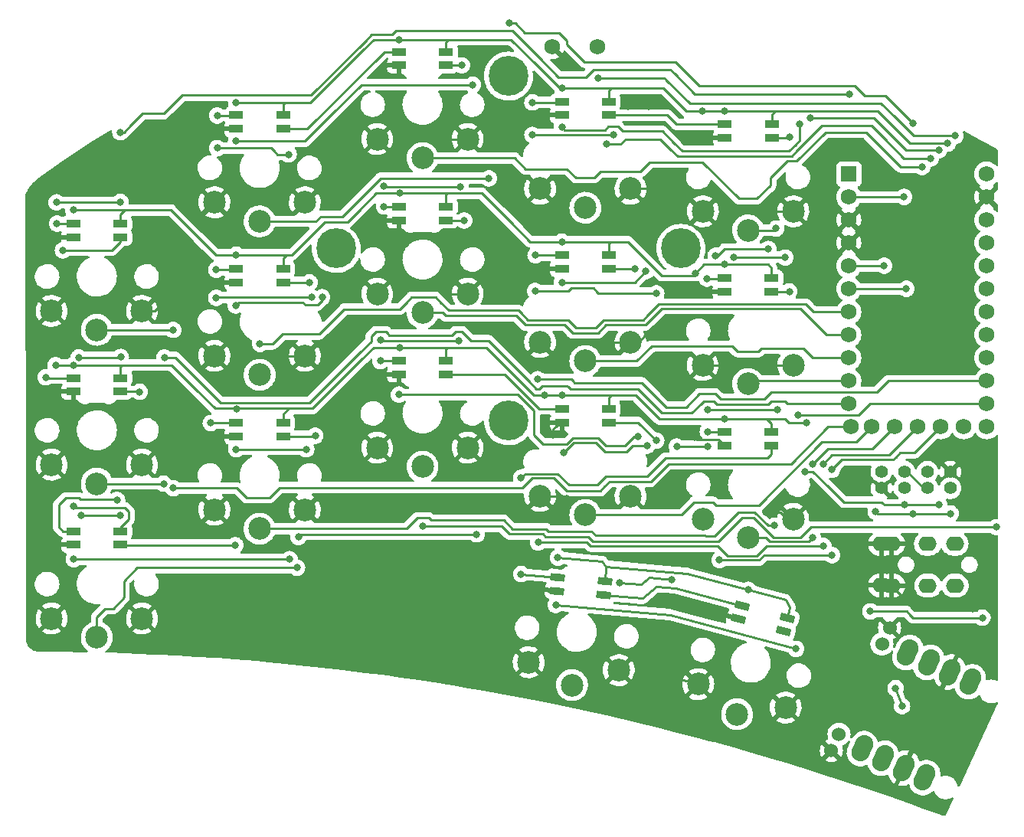
<source format=gbr>
%TF.GenerationSoftware,KiCad,Pcbnew,(6.0.0)*%
%TF.CreationDate,2022-05-05T22:03:01-07:00*%
%TF.ProjectId,half-swept,68616c66-2d73-4776-9570-742e6b696361,rev?*%
%TF.SameCoordinates,Original*%
%TF.FileFunction,Copper,L1,Top*%
%TF.FilePolarity,Positive*%
%FSLAX46Y46*%
G04 Gerber Fmt 4.6, Leading zero omitted, Abs format (unit mm)*
G04 Created by KiCad (PCBNEW (6.0.0)) date 2022-05-05 22:03:01*
%MOMM*%
%LPD*%
G01*
G04 APERTURE LIST*
G04 Aperture macros list*
%AMRoundRect*
0 Rectangle with rounded corners*
0 $1 Rounding radius*
0 $2 $3 $4 $5 $6 $7 $8 $9 X,Y pos of 4 corners*
0 Add a 4 corners polygon primitive as box body*
4,1,4,$2,$3,$4,$5,$6,$7,$8,$9,$2,$3,0*
0 Add four circle primitives for the rounded corners*
1,1,$1+$1,$2,$3*
1,1,$1+$1,$4,$5*
1,1,$1+$1,$6,$7*
1,1,$1+$1,$8,$9*
0 Add four rect primitives between the rounded corners*
20,1,$1+$1,$2,$3,$4,$5,0*
20,1,$1+$1,$4,$5,$6,$7,0*
20,1,$1+$1,$6,$7,$8,$9,0*
20,1,$1+$1,$8,$9,$2,$3,0*%
%AMHorizOval*
0 Thick line with rounded ends*
0 $1 width*
0 $2 $3 position (X,Y) of the first rounded end (center of the circle)*
0 $4 $5 position (X,Y) of the second rounded end (center of the circle)*
0 Add line between two ends*
20,1,$1,$2,$3,$4,$5,0*
0 Add two circle primitives to create the rounded ends*
1,1,$1,$2,$3*
1,1,$1,$4,$5*%
G04 Aperture macros list end*
%TA.AperFunction,ComponentPad*%
%ADD10O,2.000000X1.600000*%
%TD*%
%TA.AperFunction,ComponentPad*%
%ADD11C,1.750000*%
%TD*%
%TA.AperFunction,ComponentPad*%
%ADD12C,2.500000*%
%TD*%
%TA.AperFunction,ComponentPad*%
%ADD13C,4.400000*%
%TD*%
%TA.AperFunction,ComponentPad*%
%ADD14HorizOval,2.000000X0.211309X0.453154X-0.211309X-0.453154X0*%
%TD*%
%TA.AperFunction,ComponentPad*%
%ADD15C,1.524000*%
%TD*%
%TA.AperFunction,ComponentPad*%
%ADD16HorizOval,1.524000X0.000000X0.000000X0.000000X0.000000X0*%
%TD*%
%TA.AperFunction,ComponentPad*%
%ADD17R,1.752600X1.752600*%
%TD*%
%TA.AperFunction,ComponentPad*%
%ADD18C,1.752600*%
%TD*%
%TA.AperFunction,ComponentPad*%
%ADD19C,1.397000*%
%TD*%
%TA.AperFunction,SMDPad,CuDef*%
%ADD20RoundRect,0.082000X-0.718000X0.328000X-0.718000X-0.328000X0.718000X-0.328000X0.718000X0.328000X0*%
%TD*%
%TA.AperFunction,SMDPad,CuDef*%
%ADD21RoundRect,0.082000X-0.686681X0.389330X-0.743855X-0.264174X0.686681X-0.389330X0.743855X0.264174X0*%
%TD*%
%TA.AperFunction,SMDPad,CuDef*%
%ADD22RoundRect,0.082000X-0.608642X0.502656X-0.778427X-0.130992X0.608642X-0.502656X0.778427X0.130992X0*%
%TD*%
%TA.AperFunction,ViaPad*%
%ADD23C,0.800000*%
%TD*%
%TA.AperFunction,Conductor*%
%ADD24C,0.250000*%
%TD*%
G04 APERTURE END LIST*
D10*
%TO.P,J2,1,SLEEVE*%
%TO.N,gnd*%
X108964986Y-70547838D03*
%TO.P,J2,2,TIP*%
X110064986Y-75147838D03*
%TO.P,J2,3,RING1*%
%TO.N,data*%
X114064986Y-75147838D03*
%TO.P,J2,4,RING2*%
%TO.N,vcc*%
X117064986Y-75147838D03*
%TD*%
D11*
%TO.P,RSW1,1,1*%
%TO.N,gnd*%
X72521984Y-15540339D03*
%TO.P,RSW1,2,2*%
%TO.N,reset*%
X77521984Y-15540339D03*
%TD*%
D12*
%TO.P,SW2,1,1*%
%TO.N,Switch1*%
X22196985Y-46877839D03*
%TO.P,SW2,2,2*%
%TO.N,gnd*%
X17196985Y-44777839D03*
X27196985Y-44777839D03*
%TD*%
%TO.P,SW3,1,1*%
%TO.N,Switch2*%
X40196985Y-34877839D03*
%TO.P,SW3,2,2*%
%TO.N,gnd*%
X35196985Y-32777839D03*
X45196985Y-32777839D03*
%TD*%
%TO.P,SW4,1,1*%
%TO.N,Switch3*%
X58196984Y-27877839D03*
%TO.P,SW4,2,2*%
%TO.N,gnd*%
X53196984Y-25777839D03*
X63196984Y-25777839D03*
%TD*%
%TO.P,SW5,1,1*%
%TO.N,Switch4*%
X76196985Y-33377839D03*
%TO.P,SW5,2,2*%
%TO.N,gnd*%
X71196985Y-31277839D03*
X81196985Y-31277839D03*
%TD*%
%TO.P,SW6,1,1*%
%TO.N,Switch5*%
X94196984Y-35877839D03*
%TO.P,SW6,2,2*%
%TO.N,gnd*%
X99196984Y-33777839D03*
X89196984Y-33777839D03*
%TD*%
%TO.P,SW8,1,1*%
%TO.N,Switch6*%
X22196985Y-63877839D03*
%TO.P,SW8,2,2*%
%TO.N,gnd*%
X27196985Y-61777839D03*
X17196985Y-61777839D03*
%TD*%
%TO.P,SW9,1,1*%
%TO.N,Switch7*%
X40196985Y-51851839D03*
%TO.P,SW9,2,2*%
%TO.N,gnd*%
X45196985Y-49751839D03*
X35196985Y-49751839D03*
%TD*%
%TO.P,SW10,1,1*%
%TO.N,Switch8*%
X58196985Y-44993839D03*
%TO.P,SW10,2,2*%
%TO.N,gnd*%
X53196985Y-42893839D03*
X63196985Y-42893839D03*
%TD*%
%TO.P,SW11,1,1*%
%TO.N,Switch9*%
X76196985Y-50327840D03*
%TO.P,SW11,2,2*%
%TO.N,gnd*%
X81196985Y-48227840D03*
X71196985Y-48227840D03*
%TD*%
%TO.P,SW12,1,1*%
%TO.N,Switch10*%
X94176984Y-52867839D03*
%TO.P,SW12,2,2*%
%TO.N,gnd*%
X99176984Y-50767839D03*
X89176984Y-50767839D03*
%TD*%
%TO.P,SW14,1,1*%
%TO.N,Switch11*%
X22196985Y-80877839D03*
%TO.P,SW14,2,2*%
%TO.N,gnd*%
X27196985Y-78777839D03*
X17196985Y-78777839D03*
%TD*%
%TO.P,SW15,1,1*%
%TO.N,Switch12*%
X40196985Y-68869838D03*
%TO.P,SW15,2,2*%
%TO.N,gnd*%
X35196985Y-66769838D03*
X45196985Y-66769838D03*
%TD*%
%TO.P,SW16,1,1*%
%TO.N,Switch13*%
X58196983Y-62011838D03*
%TO.P,SW16,2,2*%
%TO.N,gnd*%
X53196983Y-59911838D03*
X63196983Y-59911838D03*
%TD*%
%TO.P,SW17,1,1*%
%TO.N,Switch14*%
X76196985Y-67345840D03*
%TO.P,SW17,2,2*%
%TO.N,gnd*%
X71196985Y-65245840D03*
X81196985Y-65245840D03*
%TD*%
%TO.P,SW18,1,1*%
%TO.N,Switch15*%
X94176985Y-69885839D03*
%TO.P,SW18,2,2*%
%TO.N,gnd*%
X89176985Y-67785839D03*
X99176985Y-67785839D03*
%TD*%
%TO.P,SW21,1,1*%
%TO.N,Switch17*%
X92969952Y-89376800D03*
%TO.P,SW21,2,2*%
%TO.N,gnd*%
X98343101Y-88642451D03*
X88683842Y-86054261D03*
%TD*%
D13*
%TO.P,REF\u002A\u002A,1*%
%TO.N,N/C*%
X67696985Y-56927839D03*
X48646985Y-37877839D03*
X86746985Y-37877839D03*
X67696985Y-18827839D03*
%TD*%
D14*
%TO.P,SW7,A,A*%
%TO.N,sda*%
X106814516Y-93167902D03*
%TO.P,SW7,B,B*%
%TO.N,scl*%
X109116538Y-94241353D03*
%TO.P,SW7,C,C*%
%TO.N,gnd*%
X111418560Y-95314803D03*
%TO.P,SW7,NC,NC*%
%TO.N,unconnected-(SW7-PadNC)*%
X113720582Y-96388254D03*
D15*
%TO.P,SW7,S1,S1*%
%TO.N,gnd*%
X103398273Y-93395455D03*
D16*
%TO.P,SW7,S2,S2*%
%TO.N,Switch16*%
X104243509Y-91582840D03*
%TD*%
D17*
%TO.P,U2,1,TX0/PD3*%
%TO.N,led*%
X105326984Y-29644589D03*
D18*
%TO.P,U2,2,RX1/PD2*%
%TO.N,data*%
X105326984Y-32184589D03*
%TO.P,U2,3,GND*%
%TO.N,gnd*%
X105326984Y-34724589D03*
%TO.P,U2,4,GND*%
X105326984Y-37264589D03*
%TO.P,U2,5,2/PD1*%
%TO.N,sda*%
X105326984Y-39804589D03*
%TO.P,U2,6,3/PD0*%
%TO.N,scl*%
X105326984Y-42344589D03*
%TO.P,U2,7,4/PD4*%
%TO.N,Switch7*%
X105326984Y-44884589D03*
%TO.P,U2,8,5/PC6*%
%TO.N,Switch8*%
X105326984Y-47424589D03*
%TO.P,U2,9,6/PD7*%
%TO.N,Switch9*%
X105326984Y-49964589D03*
%TO.P,U2,10,7/PE6*%
%TO.N,Switch10*%
X105326984Y-52504589D03*
%TO.P,U2,11,8/PB4*%
%TO.N,Switch6*%
X105326984Y-55044589D03*
%TO.P,U2,12,9/PB5*%
%TO.N,Switch1*%
X105555584Y-57584589D03*
%TO.P,U2,13,10/PB6*%
%TO.N,Switch13*%
X120566984Y-57584589D03*
%TO.P,U2,14,16/PB2*%
%TO.N,Switch12*%
X120566984Y-55044589D03*
%TO.P,U2,15,14/PB3*%
%TO.N,Switch11*%
X120566984Y-52504589D03*
%TO.P,U2,16,15/PB1*%
%TO.N,unconnected-(U2-Pad16)*%
X120566984Y-49964589D03*
%TO.P,U2,17,A0/PF7*%
%TO.N,Switch2*%
X120566984Y-47424589D03*
%TO.P,U2,18,A1/PF6*%
%TO.N,Switch3*%
X120566984Y-44884589D03*
%TO.P,U2,19,A2/PF5*%
%TO.N,Switch4*%
X120566984Y-42344589D03*
%TO.P,U2,20,A3/PF4*%
%TO.N,Switch5*%
X120566984Y-39804589D03*
%TO.P,U2,21,VCC*%
%TO.N,vcc*%
X120566984Y-37264589D03*
%TO.P,U2,22,RST*%
%TO.N,reset*%
X120566984Y-34724589D03*
%TO.P,U2,23,GND*%
%TO.N,gnd*%
X120566984Y-32184589D03*
%TO.P,U2,24,B0*%
%TO.N,raw*%
X120566984Y-29644589D03*
%TO.P,U2,25,B7*%
%TO.N,Switch14*%
X107866984Y-57584589D03*
%TO.P,U2,26,D5*%
%TO.N,Switch15*%
X110406984Y-57584589D03*
%TO.P,U2,27,C7*%
%TO.N,Switch18*%
X112946984Y-57584589D03*
%TO.P,U2,28,F1*%
%TO.N,Switch17*%
X115486984Y-57584589D03*
%TO.P,U2,29,F0*%
%TO.N,Switch16*%
X118026984Y-57584589D03*
%TD*%
D19*
%TO.P,OL1,1,SDA*%
%TO.N,sda*%
X108936984Y-62557839D03*
%TO.P,OL1,2,SCL*%
%TO.N,scl*%
X111476984Y-62557839D03*
%TO.P,OL1,3,VCC*%
%TO.N,vcc*%
X114016984Y-62557839D03*
%TO.P,OL1,4,GND*%
%TO.N,gnd*%
X116556984Y-62557839D03*
%TD*%
D12*
%TO.P,SW1,1,1*%
%TO.N,Switch18*%
X74732766Y-86155386D03*
%TO.P,SW1,2,2*%
%TO.N,gnd*%
X79896767Y-84499156D03*
X69934820Y-83627598D03*
%TD*%
D20*
%TO.P,D34,1,VDD*%
%TO.N,vcc*%
X42796985Y-23147839D03*
%TO.P,D34,2,DOUT*%
%TO.N,Net-(D20-Pad4)*%
X42796985Y-24647839D03*
%TO.P,D34,3,VSS*%
%TO.N,gnd*%
X37596985Y-24647839D03*
%TO.P,D34,4,DIN*%
%TO.N,Net-(D31-Pad2)*%
X37596985Y-23147839D03*
%TD*%
%TO.P,D26,1,VDD*%
%TO.N,vcc*%
X60796983Y-50281838D03*
%TO.P,D26,2,DOUT*%
%TO.N,Net-(D26-Pad2)*%
X60796983Y-51781838D03*
%TO.P,D26,3,VSS*%
%TO.N,gnd*%
X55596983Y-51781838D03*
%TO.P,D26,4,DIN*%
%TO.N,Net-(D23-Pad2)*%
X55596983Y-50281838D03*
%TD*%
%TO.P,D31,1,VDD*%
%TO.N,vcc*%
X42796985Y-40121839D03*
%TO.P,D31,2,DOUT*%
%TO.N,Net-(D31-Pad2)*%
X42796985Y-41621839D03*
%TO.P,D31,3,VSS*%
%TO.N,gnd*%
X37596985Y-41621839D03*
%TO.P,D31,4,DIN*%
%TO.N,Net-(D28-Pad2)*%
X37596985Y-40121839D03*
%TD*%
%TO.P,D28,1,VDD*%
%TO.N,vcc*%
X42796985Y-57139838D03*
%TO.P,D28,2,DOUT*%
%TO.N,Net-(D28-Pad2)*%
X42796985Y-58639838D03*
%TO.P,D28,3,VSS*%
%TO.N,gnd*%
X37596985Y-58639838D03*
%TO.P,D28,4,DIN*%
%TO.N,Net-(D25-Pad2)*%
X37596985Y-57139838D03*
%TD*%
%TO.P,D32,1,VDD*%
%TO.N,vcc*%
X78796985Y-38597840D03*
%TO.P,D32,2,DOUT*%
%TO.N,Net-(D32-Pad2)*%
X78796985Y-40097840D03*
%TO.P,D32,3,VSS*%
%TO.N,gnd*%
X73596985Y-40097840D03*
%TO.P,D32,4,DIN*%
%TO.N,Net-(D29-Pad2)*%
X73596985Y-38597840D03*
%TD*%
%TO.P,D21,1,VDD*%
%TO.N,vcc*%
X96796984Y-24147839D03*
%TO.P,D21,2,DOUT*%
%TO.N,Net-(D21-Pad2)*%
X96796984Y-25647839D03*
%TO.P,D21,3,VSS*%
%TO.N,gnd*%
X91596984Y-25647839D03*
%TO.P,D21,4,DIN*%
%TO.N,Net-(D21-Pad4)*%
X91596984Y-24147839D03*
%TD*%
%TO.P,D19,1,VDD*%
%TO.N,vcc*%
X24796985Y-35147839D03*
%TO.P,D19,2,DOUT*%
%TO.N,Net-(D19-Pad2)*%
X24796985Y-36647839D03*
%TO.P,D19,3,VSS*%
%TO.N,gnd*%
X19596985Y-36647839D03*
%TO.P,D19,4,DIN*%
%TO.N,led*%
X19596985Y-35147839D03*
%TD*%
%TO.P,D23,1,VDD*%
%TO.N,vcc*%
X60796985Y-33263839D03*
%TO.P,D23,2,DOUT*%
%TO.N,Net-(D23-Pad2)*%
X60796985Y-34763839D03*
%TO.P,D23,3,VSS*%
%TO.N,gnd*%
X55596985Y-34763839D03*
%TO.P,D23,4,DIN*%
%TO.N,Net-(D20-Pad2)*%
X55596985Y-33263839D03*
%TD*%
%TO.P,D22,1,VDD*%
%TO.N,vcc*%
X24796984Y-52197839D03*
%TO.P,D22,2,DOUT*%
%TO.N,Net-(D22-Pad2)*%
X24796984Y-53697839D03*
%TO.P,D22,3,VSS*%
%TO.N,gnd*%
X19596984Y-53697839D03*
%TO.P,D22,4,DIN*%
%TO.N,Net-(D19-Pad2)*%
X19596984Y-52197839D03*
%TD*%
D14*
%TO.P,SW13,A,A*%
%TO.N,scl*%
X111859149Y-82564100D03*
%TO.P,SW13,B,B*%
%TO.N,sda*%
X114161171Y-83637551D03*
%TO.P,SW13,C,C*%
%TO.N,gnd*%
X116463193Y-84711001D03*
%TO.P,SW13,NC,NC*%
%TO.N,unconnected-(SW13-PadNC)*%
X118765214Y-85784451D03*
D15*
%TO.P,SW13,S1,S1*%
%TO.N,gnd*%
X109837546Y-79800838D03*
D16*
%TO.P,SW13,S2,S2*%
%TO.N,Switch16*%
X108992309Y-81613453D03*
%TD*%
D20*
%TO.P,D35,1,VDD*%
%TO.N,vcc*%
X78796985Y-21647839D03*
%TO.P,D35,2,DOUT*%
%TO.N,Net-(D21-Pad4)*%
X78796985Y-23147839D03*
%TO.P,D35,3,VSS*%
%TO.N,gnd*%
X73596985Y-23147839D03*
%TO.P,D35,4,DIN*%
%TO.N,Net-(D32-Pad2)*%
X73596985Y-21647839D03*
%TD*%
%TO.P,D25,1,VDD*%
%TO.N,vcc*%
X24796985Y-69147839D03*
%TO.P,D25,2,DOUT*%
%TO.N,Net-(D25-Pad2)*%
X24796985Y-70647839D03*
%TO.P,D25,3,VSS*%
%TO.N,gnd*%
X19596985Y-70647839D03*
%TO.P,D25,4,DIN*%
%TO.N,Net-(D22-Pad2)*%
X19596985Y-69147839D03*
%TD*%
%TO.P,D24,1,VDD*%
%TO.N,vcc*%
X96776984Y-41137839D03*
%TO.P,D24,2,DOUT*%
%TO.N,Net-(D24-Pad2)*%
X96776984Y-42637839D03*
%TO.P,D24,3,VSS*%
%TO.N,gnd*%
X91576984Y-42637839D03*
%TO.P,D24,4,DIN*%
%TO.N,Net-(D21-Pad2)*%
X91576984Y-41137839D03*
%TD*%
D21*
%TO.P,D30,1,VDD*%
%TO.N,vcc*%
X78345209Y-74696627D03*
%TO.P,D30,2,DOUT*%
%TO.N,Net-(D30-Pad2)*%
X78214476Y-76190919D03*
%TO.P,D30,3,VSS*%
%TO.N,gnd*%
X73034263Y-75737709D03*
%TO.P,D30,4,DIN*%
%TO.N,Net-(D27-Pad2)*%
X73164997Y-74243417D03*
%TD*%
D20*
%TO.P,D29,1,VDD*%
%TO.N,vcc*%
X78796985Y-55615840D03*
%TO.P,D29,2,DOUT*%
%TO.N,Net-(D29-Pad2)*%
X78796985Y-57115840D03*
%TO.P,D29,3,VSS*%
%TO.N,gnd*%
X73596985Y-57115840D03*
%TO.P,D29,4,DIN*%
%TO.N,Net-(D26-Pad2)*%
X73596985Y-55615840D03*
%TD*%
D10*
%TO.P,J1,1,SLEEVE*%
%TO.N,gnd*%
X108946985Y-75127840D03*
%TO.P,J1,2,TIP*%
X110046985Y-70527840D03*
%TO.P,J1,3,RING1*%
%TO.N,data*%
X114046985Y-70527840D03*
%TO.P,J1,4,RING2*%
%TO.N,vcc*%
X117046985Y-70527840D03*
%TD*%
D19*
%TO.P,OL2,1,SDA*%
%TO.N,sda*%
X116556985Y-64377838D03*
%TO.P,OL2,2,SCL*%
%TO.N,scl*%
X114016985Y-64377838D03*
%TO.P,OL2,3,VCC*%
%TO.N,vcc*%
X111476985Y-64377838D03*
%TO.P,OL2,4,GND*%
%TO.N,gnd*%
X108936985Y-64377838D03*
%TD*%
D22*
%TO.P,D33,1,VDD*%
%TO.N,vcc*%
X98517306Y-78719420D03*
%TO.P,D33,2,DOUT*%
%TO.N,unconnected-(D33-Pad2)*%
X98129078Y-80168309D03*
%TO.P,D33,3,VSS*%
%TO.N,gnd*%
X93106263Y-78822450D03*
%TO.P,D33,4,DIN*%
%TO.N,Net-(D30-Pad2)*%
X93494492Y-77373561D03*
%TD*%
D20*
%TO.P,D20,1,VDD*%
%TO.N,vcc*%
X60796984Y-16147839D03*
%TO.P,D20,2,DOUT*%
%TO.N,Net-(D20-Pad2)*%
X60796984Y-17647839D03*
%TO.P,D20,3,VSS*%
%TO.N,gnd*%
X55596984Y-17647839D03*
%TO.P,D20,4,DIN*%
%TO.N,Net-(D20-Pad4)*%
X55596984Y-16147839D03*
%TD*%
%TO.P,D27,1,VDD*%
%TO.N,vcc*%
X96776985Y-58155839D03*
%TO.P,D27,2,DOUT*%
%TO.N,Net-(D27-Pad2)*%
X96776985Y-59655839D03*
%TO.P,D27,3,VSS*%
%TO.N,gnd*%
X91576985Y-59655839D03*
%TO.P,D27,4,DIN*%
%TO.N,Net-(D24-Pad2)*%
X91576985Y-58155839D03*
%TD*%
D23*
%TO.N,gnd*%
X83632456Y-41529772D03*
X60182456Y-25329772D03*
X74132455Y-65529772D03*
X24282455Y-55679772D03*
X88282455Y-58729772D03*
X96082455Y-33779772D03*
X96182455Y-67029772D03*
X119016748Y-77685344D03*
X86332455Y-47229772D03*
X80932455Y-22179772D03*
X60132456Y-42179772D03*
X53182455Y-18579773D03*
X27932454Y-55629773D03*
X96444388Y-50767840D03*
X85630072Y-85131973D03*
X41782455Y-49829772D03*
X84032456Y-31279772D03*
X86407455Y-31804772D03*
X87700625Y-77404567D03*
X83182456Y-22179772D03*
X78132455Y-48429773D03*
X87632455Y-25629773D03*
X72632456Y-58529772D03*
%TO.N,vcc*%
X91576986Y-56747840D03*
X19596985Y-33627839D03*
X37596985Y-38577838D03*
X55696984Y-48827839D03*
X37630522Y-55654273D03*
X55696985Y-31777839D03*
X94198106Y-75615397D03*
X88371984Y-40602839D03*
X115332455Y-66229772D03*
X19596985Y-50777841D03*
X91596986Y-22727838D03*
X73164997Y-72059826D03*
X91576985Y-39657840D03*
X111482456Y-66229772D03*
X73646986Y-20177839D03*
X71696985Y-54077839D03*
X17646984Y-50777840D03*
X37596984Y-21777839D03*
X73596985Y-37127838D03*
X100666748Y-57135344D03*
X73646985Y-54077837D03*
X116246985Y-26277838D03*
X19596985Y-66377838D03*
X55646986Y-14777839D03*
X89096985Y-22727839D03*
X100466749Y-62535344D03*
%TO.N,Switch18*%
X70982456Y-70379773D03*
X102532454Y-70779772D03*
X102532456Y-61679772D03*
%TO.N,reset*%
X117096985Y-25427839D03*
X77646984Y-19027839D03*
%TO.N,Switch1*%
X30632456Y-46879772D03*
X30632454Y-64379772D03*
%TO.N,Switch2*%
X112432455Y-24079772D03*
X65532455Y-30129772D03*
X67782455Y-12979772D03*
%TO.N,Switch3*%
X113432456Y-28879772D03*
%TO.N,Switch4*%
X114382454Y-27929772D03*
X78532456Y-26329772D03*
%TO.N,Switch5*%
X97282455Y-35679773D03*
X115282455Y-27002338D03*
X101032456Y-23479772D03*
%TO.N,Switch6*%
X29582455Y-63879772D03*
X29682456Y-49929772D03*
%TO.N,Switch7*%
X40232456Y-48429772D03*
%TO.N,Switch11*%
X70932455Y-52329772D03*
X44332456Y-73179772D03*
X64182456Y-69479772D03*
X44482455Y-69779772D03*
%TO.N,Switch12*%
X97132455Y-68529773D03*
X99682454Y-56329772D03*
%TO.N,Switch13*%
X58232455Y-68579771D03*
X121632456Y-68679772D03*
%TO.N,Switch15*%
X101332455Y-69879773D03*
X101332456Y-61679772D03*
%TO.N,Switch16*%
X120100000Y-78700000D03*
X107700000Y-78000000D03*
%TO.N,Switch17*%
X103482456Y-62329773D03*
X91032456Y-72319637D03*
X103482456Y-71779772D03*
%TO.N,Net-(D1-Pad2)*%
X24846985Y-49877839D03*
X20196986Y-49927839D03*
%TO.N,led*%
X17796985Y-35127839D03*
X105346985Y-20827839D03*
X17746984Y-32777838D03*
X24796986Y-32727839D03*
X24796984Y-25027838D03*
%TO.N,data*%
X111432456Y-32179773D03*
%TO.N,Net-(D16-Pad2)*%
X37596983Y-26027839D03*
X63746985Y-19777839D03*
%TO.N,Net-(D3-Pad2)*%
X92596984Y-38827838D03*
X98296985Y-38877838D03*
%TO.N,Net-(D17-Pad2)*%
X73596983Y-24477839D03*
X99896984Y-24127839D03*
%TO.N,Net-(D4-Pad2)*%
X20446985Y-67427838D03*
X24796985Y-67427840D03*
%TO.N,Net-(D10-Pad4)*%
X43496985Y-72227839D03*
X19646984Y-72227840D03*
%TO.N,Net-(D11-Pad4)*%
X82046984Y-58677839D03*
X55596986Y-54027839D03*
%TO.N,Net-(D12-Pad4)*%
X86296984Y-59777839D03*
X89746985Y-59727839D03*
X80014004Y-74839210D03*
X85766396Y-74489233D03*
%TO.N,Net-(D10-Pad2)*%
X37596986Y-60077839D03*
X45346985Y-60077839D03*
%TO.N,Net-(D11-Pad2)*%
X82996984Y-59677839D03*
X73832456Y-60479773D03*
%TO.N,Net-(D12-Pad2)*%
X99491130Y-82143193D03*
X72924244Y-77280587D03*
%TO.N,Net-(D13-Pad2)*%
X47096986Y-43277839D03*
X37546984Y-44177838D03*
%TO.N,Net-(D14-Pad2)*%
X82896983Y-40377839D03*
X73596986Y-41627839D03*
%TO.N,sda*%
X116582456Y-67179772D03*
X112420228Y-67179772D03*
X109232456Y-39779771D03*
X108296984Y-66977838D03*
%TO.N,scl*%
X110492820Y-86489054D03*
X111218355Y-88482443D03*
X111682456Y-42329771D03*
%TO.N,Net-(D19-Pad2)*%
X16546985Y-52127840D03*
X18446986Y-38077839D03*
%TO.N,Net-(D20-Pad2)*%
X62396984Y-31027839D03*
X53946986Y-30977840D03*
X53946987Y-33227840D03*
X62546987Y-17627839D03*
%TO.N,Net-(D21-Pad2)*%
X98796984Y-25527839D03*
X96430522Y-37927839D03*
X89646984Y-41227839D03*
X90596984Y-38677839D03*
%TO.N,Net-(D22-Pad2)*%
X26932455Y-53729773D03*
X24432455Y-65679773D03*
%TO.N,Net-(D23-Pad2)*%
X62246985Y-48077841D03*
X53546985Y-50327840D03*
X62796984Y-34777839D03*
X53546985Y-47977838D03*
%TO.N,Net-(D24-Pad2)*%
X89746984Y-55727839D03*
X98746984Y-42627839D03*
X97396985Y-55677838D03*
X89746983Y-58127839D03*
%TO.N,Net-(D25-Pad2)*%
X37496984Y-70677839D03*
X34796985Y-57177840D03*
%TO.N,Net-(D27-Pad2)*%
X69096985Y-73877839D03*
X69096984Y-63227839D03*
%TO.N,Net-(D28-Pad2)*%
X46346985Y-58577839D03*
X35396985Y-40227839D03*
X45946985Y-43277838D03*
X35396985Y-43327840D03*
%TO.N,Net-(D29-Pad2)*%
X84046985Y-59127840D03*
X70646984Y-42577840D03*
X70696985Y-38627839D03*
X84046985Y-42827838D03*
%TO.N,Net-(D31-Pad2)*%
X45696985Y-41627839D03*
X35496987Y-23177840D03*
X35496984Y-26777839D03*
X43396984Y-27477841D03*
%TO.N,Net-(D32-Pad2)*%
X70346986Y-25327840D03*
X70346985Y-21727839D03*
X81646985Y-40127839D03*
X79346985Y-25277839D03*
%TD*%
D24*
%TO.N,gnd*%
X60630522Y-25777839D02*
X63196984Y-25777840D01*
X72632455Y-57829772D02*
X72632456Y-58529772D01*
X98538521Y-67785838D02*
X99176985Y-67785837D01*
X84032456Y-31279772D02*
X84030521Y-31277839D01*
X24332456Y-55629772D02*
X27932454Y-55629773D01*
X84032456Y-31279772D02*
X85882455Y-31279772D01*
X37596985Y-41621839D02*
X31790388Y-41621839D01*
X96082455Y-33779772D02*
X96084388Y-33777839D01*
X88556011Y-59003329D02*
X88282455Y-58729772D01*
X82782455Y-47529772D02*
X83082455Y-47229772D01*
X96444388Y-50767840D02*
X99176986Y-50767841D01*
X72932454Y-57529773D02*
X72632455Y-57829772D01*
X85630072Y-85131973D02*
X85701127Y-85255044D01*
X73596985Y-57115840D02*
X73346388Y-57115841D01*
X89176986Y-50767840D02*
X96444388Y-50767840D01*
X81196985Y-48227840D02*
X82084387Y-48227839D01*
X73346388Y-57115841D02*
X72932454Y-57529773D01*
X83082455Y-47229772D02*
X86332455Y-47229772D01*
X96182455Y-67029772D02*
X97782454Y-67029773D01*
X93106264Y-78822449D02*
X87736771Y-77383699D01*
X41860387Y-49751839D02*
X45196985Y-49751839D01*
X85882455Y-31279772D02*
X86407455Y-31804772D01*
X55596984Y-17647840D02*
X54114388Y-17647840D01*
X87736771Y-77383699D02*
X87700625Y-77404567D01*
X97782454Y-67029773D02*
X98538521Y-67785838D01*
X80932455Y-22179772D02*
X83182456Y-22179772D01*
X90924475Y-59003328D02*
X88556011Y-59003329D01*
X91576986Y-59655838D02*
X90924475Y-59003328D01*
X86407455Y-31804772D02*
X87232455Y-32629771D01*
X60182456Y-25329772D02*
X60630522Y-25777839D01*
X60132456Y-42179772D02*
X60846521Y-42893840D01*
X28634387Y-44777840D02*
X27196984Y-44777839D01*
X78132455Y-48429773D02*
X78334389Y-48227839D01*
X119016748Y-77685344D02*
X112602491Y-77685344D01*
X24282455Y-55679772D02*
X24332456Y-55629772D01*
X60846521Y-42893840D02*
X63196983Y-42893839D01*
X78334389Y-48227839D02*
X81196985Y-48227840D01*
X74132455Y-65529772D02*
X73848524Y-65245840D01*
X41782455Y-49829772D02*
X41860387Y-49751839D01*
X82084387Y-48227839D02*
X82782455Y-47529772D01*
X112602491Y-77685344D02*
X110064985Y-75147838D01*
X54114388Y-17647840D02*
X53182455Y-18579773D01*
X87650522Y-25647838D02*
X87632455Y-25629773D01*
X87232455Y-32629771D02*
X88048916Y-32629772D01*
X31790388Y-41621839D02*
X28634387Y-44777840D01*
X88048916Y-32629772D02*
X89196983Y-33777839D01*
X96084388Y-33777839D02*
X99196985Y-33777840D01*
X91596985Y-25647839D02*
X87650522Y-25647838D01*
X84030521Y-31277839D02*
X81196987Y-31277838D01*
X85701127Y-85255044D02*
X88683843Y-86054261D01*
X73848524Y-65245840D02*
X71196985Y-65245840D01*
%TO.N,vcc*%
X19746986Y-66527839D02*
X19596985Y-66377838D01*
X46046985Y-55577841D02*
X43396986Y-55577839D01*
X78796984Y-54327839D02*
X79046985Y-54077840D01*
X42796985Y-57139840D02*
X42796986Y-56177839D01*
X42796986Y-56177839D02*
X43396986Y-55577839D01*
X43396986Y-55577839D02*
X41646984Y-55577839D01*
X52796985Y-14777838D02*
X51646987Y-15927839D01*
X108966748Y-65935344D02*
X107366749Y-65935344D01*
X30396985Y-33627839D02*
X27046986Y-33627840D01*
X81746984Y-54077840D02*
X84416987Y-56747840D01*
X43746985Y-38577840D02*
X43196986Y-38577839D01*
X35346985Y-38577839D02*
X34346984Y-37577839D01*
X37596985Y-38577838D02*
X35346985Y-38577839D01*
X25746985Y-66977839D02*
X25296985Y-66527840D01*
X33046984Y-53377839D02*
X30446984Y-50777839D01*
X55696985Y-31777839D02*
X53096983Y-31777840D01*
X43196986Y-38577839D02*
X37596985Y-38577838D01*
X41646984Y-55577839D02*
X35246985Y-55577839D01*
X98319475Y-76719714D02*
X98820568Y-77587633D01*
X100666748Y-57135344D02*
X98666748Y-57135344D01*
X30446984Y-50777839D02*
X26596986Y-50777840D01*
X110596984Y-24827839D02*
X108496983Y-22727839D01*
X25746983Y-67827839D02*
X25746985Y-66977839D01*
X24796985Y-34127839D02*
X25296985Y-33627838D01*
X49946987Y-34927839D02*
X47896986Y-34927840D01*
X51096986Y-33777838D02*
X49946987Y-34927839D01*
X78796985Y-55615839D02*
X78796984Y-54327839D01*
X96776984Y-58155838D02*
X96776983Y-57257839D01*
X104766749Y-65935344D02*
X103066748Y-64235344D01*
X112046985Y-26277839D02*
X110596984Y-24827839D01*
X55646986Y-14777839D02*
X52796985Y-14777838D01*
X70546984Y-54077839D02*
X68596985Y-52127839D01*
X24796984Y-68777839D02*
X25746983Y-67827839D01*
X60946986Y-31777841D02*
X55696985Y-31777839D01*
X60796984Y-33263839D02*
X60796985Y-31927838D01*
X60796985Y-31927838D02*
X60946986Y-31777841D01*
X62946987Y-14777839D02*
X61096985Y-14777838D01*
X73396983Y-20177839D02*
X70746984Y-17527840D01*
X24796985Y-35147839D02*
X24796985Y-34127839D01*
X116246985Y-26277838D02*
X112046985Y-26277839D01*
X73596985Y-37127838D02*
X70096985Y-37127839D01*
X51496985Y-50127839D02*
X46046985Y-55577841D01*
X84646985Y-40877839D02*
X88096985Y-40877839D01*
X101366749Y-62535344D02*
X100466749Y-62535344D01*
X89096985Y-22727839D02*
X87396985Y-22727839D01*
X94198106Y-75615397D02*
X98319475Y-76719714D01*
X65296985Y-48827840D02*
X60946983Y-48827839D01*
X80896986Y-37127839D02*
X84646985Y-40877839D01*
X88096985Y-40877839D02*
X88371984Y-40602839D01*
X64746984Y-31777839D02*
X60946986Y-31777841D01*
X78796986Y-21647839D02*
X78796984Y-20477839D01*
X67996986Y-14777838D02*
X62946987Y-14777839D01*
X96776983Y-57257839D02*
X96266986Y-56747838D01*
X24796985Y-52197839D02*
X24796986Y-50927839D01*
X73646985Y-54077837D02*
X71696985Y-54077839D01*
X26596986Y-50777840D02*
X24946984Y-50777838D01*
X70746984Y-17527840D02*
X67996986Y-14777838D01*
X78491482Y-73024738D02*
X87456974Y-73809118D01*
X24946984Y-50777838D02*
X19596985Y-50777841D01*
X42796986Y-38977839D02*
X43196986Y-38577839D01*
X84846985Y-20177841D02*
X79096983Y-20177838D01*
X42796987Y-23147839D02*
X42796985Y-21977839D01*
X60796986Y-15077839D02*
X61096985Y-14777838D01*
X60796985Y-48977839D02*
X60946983Y-48827839D01*
X117064985Y-70545840D02*
X117046985Y-70527840D01*
X103066748Y-64235344D02*
X101366749Y-62535344D01*
X73596985Y-37127838D02*
X78996985Y-37127840D01*
X42796985Y-21977839D02*
X42996985Y-21777839D01*
X79096983Y-20177838D02*
X74396984Y-20177838D01*
X94746985Y-22727838D02*
X91596986Y-22727838D01*
X73646985Y-54077837D02*
X79046985Y-54077840D01*
X60796985Y-50281839D02*
X60796985Y-48977839D01*
X98820568Y-77587633D02*
X98517307Y-78719420D01*
X35246985Y-55577839D02*
X33046984Y-53377839D01*
X89316986Y-39657839D02*
X89526985Y-39657840D01*
X98279243Y-56747838D02*
X96266986Y-56747838D01*
X78796984Y-20477839D02*
X79096983Y-20177838D01*
X61096985Y-14777838D02*
X55646986Y-14777839D01*
X78491482Y-73024738D02*
X78345209Y-74696629D01*
X108496983Y-22727839D02*
X97146985Y-22727839D01*
X97146985Y-22727839D02*
X94746985Y-22727838D01*
X78996985Y-37127840D02*
X80896986Y-37127839D01*
X68596985Y-52127839D02*
X65296985Y-48827840D01*
X109261176Y-66229771D02*
X109066748Y-66035344D01*
X45796986Y-21777838D02*
X42996985Y-21777839D01*
X111482456Y-66229772D02*
X109261176Y-66229771D01*
X88371984Y-40602839D02*
X89316986Y-39657839D01*
X91596986Y-22727838D02*
X89096985Y-22727839D01*
X55696984Y-48827839D02*
X52796985Y-48827837D01*
X25296985Y-33627838D02*
X19596985Y-33627839D01*
X71696985Y-54077839D02*
X70546984Y-54077839D01*
X47396985Y-34927839D02*
X46096984Y-36227839D01*
X96776985Y-40057839D02*
X96376985Y-39657839D01*
X42796985Y-40121840D02*
X42796986Y-38977839D01*
X73646986Y-20177839D02*
X73396983Y-20177839D01*
X96796986Y-23077839D02*
X97146985Y-22727839D01*
X24796986Y-69147839D02*
X24796984Y-68777839D01*
X79046985Y-54077840D02*
X81746984Y-54077840D01*
X87456974Y-73809118D02*
X94198106Y-75615397D01*
X86296985Y-21627839D02*
X84846985Y-20177841D01*
X60946983Y-48827839D02*
X55846985Y-48827838D01*
X115332455Y-66229772D02*
X111482456Y-66229772D01*
X96266986Y-56747838D02*
X91576986Y-56747840D01*
X24796986Y-50927839D02*
X24946984Y-50777838D01*
X70096985Y-37127839D02*
X67846985Y-34877839D01*
X67846985Y-34877839D02*
X64746984Y-31777839D01*
X51646987Y-15927839D02*
X45796986Y-21777838D01*
X60796986Y-16147840D02*
X60796986Y-15077839D01*
X73164997Y-72059826D02*
X78039685Y-72486307D01*
X34346984Y-37577839D02*
X30396985Y-33627839D01*
X47896986Y-34927840D02*
X47396985Y-34927839D01*
X96376985Y-39657839D02*
X91576985Y-39657840D01*
X96776985Y-41137839D02*
X96776985Y-40057839D01*
X89526985Y-39657840D02*
X91576985Y-39657840D01*
X27046986Y-33627840D02*
X25296985Y-33627838D01*
X17646984Y-50777840D02*
X19596985Y-50777841D01*
X44496985Y-37827839D02*
X43746985Y-38577840D01*
X107366749Y-65935344D02*
X104766749Y-65935344D01*
X78796984Y-37327839D02*
X78996985Y-37127840D01*
X53096983Y-31777840D02*
X51096986Y-33777838D01*
X98666748Y-57135344D02*
X98279243Y-56747838D01*
X46096984Y-36227839D02*
X44496985Y-37827839D01*
X84416987Y-56747840D02*
X91576986Y-56747840D01*
X96796984Y-24147840D02*
X96796986Y-23077839D01*
X42996985Y-21777839D02*
X37596984Y-21777839D01*
X52796985Y-48827837D02*
X51496985Y-50127839D01*
X25296985Y-66527840D02*
X19746986Y-66527839D01*
X78796985Y-38597840D02*
X78796984Y-37327839D01*
X109066748Y-66035344D02*
X108966748Y-65935344D01*
X74396984Y-20177838D02*
X73646986Y-20177839D01*
X87396985Y-22727839D02*
X86296985Y-21627839D01*
X78039685Y-72486307D02*
X78491482Y-73024738D01*
X55846985Y-48827838D02*
X55696984Y-48827839D01*
%TO.N,Switch18*%
X112946984Y-57584591D02*
X109801802Y-60729772D01*
X76782456Y-70779772D02*
X90861176Y-70779772D01*
X95171840Y-71880252D02*
X96272320Y-70779773D01*
X76382454Y-70379772D02*
X76782456Y-70779772D01*
X109801802Y-60729772D02*
X107132455Y-60729772D01*
X96272320Y-70779773D02*
X102532454Y-70779772D01*
X70982456Y-70379773D02*
X76382454Y-70379772D01*
X90861176Y-70779772D02*
X91961657Y-71880252D01*
X91961657Y-71880252D02*
X95171840Y-71880252D01*
X107132455Y-60729772D02*
X103482454Y-60729772D01*
X103482454Y-60729772D02*
X102532456Y-61679772D01*
%TO.N,reset*%
X112496986Y-25427840D02*
X110446984Y-23377839D01*
X87746983Y-21827839D02*
X85096985Y-19177839D01*
X110446984Y-23377839D02*
X108896984Y-21827837D01*
X106096985Y-21827841D02*
X87746983Y-21827839D01*
X85096985Y-19177839D02*
X84946986Y-19027839D01*
X108896984Y-21827837D02*
X106096985Y-21827841D01*
X117096985Y-25427839D02*
X112496986Y-25427840D01*
X84946986Y-19027839D02*
X77646984Y-19027839D01*
%TO.N,Switch1*%
X30630523Y-46877839D02*
X22196984Y-46877840D01*
X41282455Y-65429772D02*
X38732456Y-65429772D01*
X85382456Y-61679773D02*
X83432456Y-63629772D01*
X77832455Y-64679772D02*
X74132456Y-64679772D01*
X78882455Y-63629772D02*
X78332456Y-64179773D01*
X70317229Y-63234863D02*
X69222319Y-64329773D01*
X105555583Y-57584591D02*
X103027638Y-57584590D01*
X74132456Y-64679772D02*
X72687548Y-63234864D01*
X72687548Y-63234864D02*
X70317229Y-63234863D01*
X83432456Y-63629772D02*
X78882455Y-63629772D01*
X67332454Y-64329772D02*
X42382456Y-64329772D01*
X30632456Y-46879772D02*
X30630523Y-46877839D01*
X37682456Y-64379773D02*
X34982455Y-64379772D01*
X98932455Y-61679773D02*
X85382456Y-61679773D01*
X69222319Y-64329773D02*
X67332454Y-64329772D01*
X103027638Y-57584590D02*
X98932455Y-61679773D01*
X38732456Y-65429772D02*
X37682456Y-64379773D01*
X78332456Y-64179773D02*
X77832455Y-64679772D01*
X42382456Y-64329772D02*
X41282455Y-65429772D01*
X34982455Y-64379772D02*
X30632454Y-64379772D01*
%TO.N,Switch2*%
X109382455Y-21029773D02*
X107732455Y-21029772D01*
X76132456Y-17279772D02*
X74582456Y-15729773D01*
X112432455Y-24079772D02*
X109382455Y-21029773D01*
X106282454Y-20229771D02*
X105982455Y-19929772D01*
X104832455Y-19929772D02*
X88782456Y-19929773D01*
X88782456Y-19929773D02*
X87832456Y-18979772D01*
X71782454Y-14029771D02*
X69482455Y-14029772D01*
X68432456Y-12979773D02*
X67782455Y-12979772D01*
X105982455Y-19929772D02*
X104832455Y-19929772D01*
X107082455Y-21029773D02*
X106282454Y-20229771D01*
X87832456Y-18979772D02*
X86132456Y-17279773D01*
X69482455Y-14029772D02*
X68432456Y-12979773D01*
X46932454Y-34329773D02*
X46384387Y-34877839D01*
X74132456Y-14879771D02*
X73332454Y-14079771D01*
X49332455Y-34329772D02*
X46932454Y-34329773D01*
X74582456Y-15729773D02*
X74132456Y-15279772D01*
X53532455Y-30129771D02*
X49332455Y-34329772D01*
X74132455Y-14929773D02*
X74132456Y-14879771D01*
X65532455Y-30129772D02*
X53532455Y-30129771D01*
X73332454Y-14079771D02*
X73282455Y-14029772D01*
X86132456Y-17279773D02*
X79032454Y-17279772D01*
X73282455Y-14029772D02*
X71782454Y-14029771D01*
X79032454Y-17279772D02*
X76132456Y-17279772D01*
X107732455Y-21029772D02*
X107082455Y-21029773D01*
X46384387Y-34877839D02*
X40196985Y-34877840D01*
X74132456Y-15279772D02*
X74132455Y-14929773D01*
%TO.N,Switch3*%
X77182455Y-30029772D02*
X75132456Y-30029772D01*
X96682454Y-30879772D02*
X95182456Y-32379772D01*
X75132456Y-30029772D02*
X74182456Y-29079772D01*
X107232454Y-25029771D02*
X102732455Y-25029773D01*
X74182456Y-29079772D02*
X69582455Y-29079773D01*
X89132456Y-28329772D02*
X83332455Y-28329771D01*
X96682455Y-30079772D02*
X96682454Y-30879772D01*
X68380522Y-27877840D02*
X58196983Y-27877838D01*
X77832456Y-29379772D02*
X77182455Y-30029772D01*
X83332455Y-28329771D02*
X82282456Y-29379772D01*
X102732455Y-25029773D02*
X99532455Y-28229772D01*
X99532455Y-28229772D02*
X98532456Y-28229772D01*
X95182456Y-32379772D02*
X93182454Y-32379772D01*
X113432456Y-28879772D02*
X111082456Y-28879772D01*
X111082456Y-28879772D02*
X107232454Y-25029771D01*
X98532456Y-28229772D02*
X96682455Y-30079772D01*
X93182454Y-32379772D02*
X89132456Y-28329772D01*
X82282456Y-29379772D02*
X77832456Y-29379772D01*
X69582455Y-29079773D02*
X68380522Y-27877840D01*
%TO.N,Switch4*%
X114382454Y-27929772D02*
X111432456Y-27929772D01*
X84482455Y-25779773D02*
X81632455Y-25779772D01*
X107832455Y-24329773D02*
X102782455Y-24329773D01*
X85582455Y-26879772D02*
X84482455Y-25779773D01*
X102382456Y-24329772D02*
X99582456Y-27129772D01*
X102782455Y-24329773D02*
X102382456Y-24329772D01*
X99032455Y-27679772D02*
X96632456Y-27679772D01*
X96632456Y-27679772D02*
X86382455Y-27679773D01*
X111432456Y-27929772D02*
X109182456Y-25679773D01*
X99582456Y-27129772D02*
X99032455Y-27679772D01*
X80632456Y-25779772D02*
X80082455Y-26329773D01*
X109182456Y-25679773D02*
X107832455Y-24329773D01*
X80082455Y-26329773D02*
X78532456Y-26329772D01*
X86382455Y-27679773D02*
X85582455Y-26879772D01*
X81632455Y-25779772D02*
X80632456Y-25779772D01*
%TO.N,Switch5*%
X97084388Y-35877839D02*
X94196985Y-35877839D01*
X108132455Y-23479772D02*
X101032456Y-23479772D01*
X111655022Y-27002338D02*
X110232455Y-25579772D01*
X97282455Y-35679773D02*
X97084388Y-35877839D01*
X110232455Y-25579772D02*
X108132455Y-23479772D01*
X115282455Y-27002338D02*
X111655022Y-27002338D01*
%TO.N,Switch6*%
X54132456Y-47079773D02*
X53032455Y-47079772D01*
X61432456Y-47479772D02*
X59982456Y-47479773D01*
X96782455Y-54779772D02*
X96582455Y-54979772D01*
X30882455Y-49929771D02*
X29682456Y-49929772D01*
X98382455Y-54879772D02*
X98282455Y-54779773D01*
X63882456Y-48079772D02*
X63582456Y-48079773D01*
X71132455Y-53379773D02*
X70782456Y-53379771D01*
X87982456Y-56079773D02*
X86882456Y-56079771D01*
X63582456Y-48079773D02*
X62882456Y-47379773D01*
X74282454Y-53179772D02*
X74182455Y-53079772D01*
X52532456Y-47829772D02*
X52532455Y-48129772D01*
X52532455Y-48129772D02*
X51282455Y-49379771D01*
X53032455Y-47079772D02*
X52532455Y-47579772D01*
X54532456Y-47479772D02*
X54332456Y-47279772D01*
X80432455Y-53429772D02*
X74532455Y-53429771D01*
X96432456Y-55129772D02*
X93882455Y-55129773D01*
X74182455Y-53079772D02*
X71582456Y-53079771D01*
X29580521Y-63877839D02*
X22196984Y-63877840D01*
X74532455Y-53429771D02*
X74282454Y-53179772D01*
X98547273Y-55044590D02*
X98382455Y-54879772D01*
X82032455Y-53429772D02*
X80432455Y-53429772D01*
X70782456Y-53379771D02*
X69882455Y-52479772D01*
X98282455Y-54779773D02*
X97082456Y-54779773D01*
X84682455Y-56079772D02*
X82882456Y-54279771D01*
X96582455Y-54979772D02*
X96432456Y-55129772D01*
X33682454Y-52729771D02*
X30882455Y-49929771D01*
X93882455Y-55129773D02*
X90732455Y-55129773D01*
X29582455Y-63879772D02*
X29580521Y-63877839D01*
X42932455Y-54929772D02*
X35882456Y-54929772D01*
X65482455Y-48079772D02*
X63882456Y-48079772D01*
X62882456Y-47379773D02*
X62582455Y-47079772D01*
X105326983Y-55044590D02*
X98547273Y-55044590D01*
X54332456Y-47279772D02*
X54132456Y-47079773D01*
X69882455Y-52479772D02*
X65482455Y-48079772D01*
X45732455Y-54929772D02*
X42932455Y-54929772D01*
X61832455Y-47079772D02*
X61432456Y-47479772D01*
X59982456Y-47479773D02*
X54532456Y-47479772D01*
X62582455Y-47079772D02*
X61932454Y-47079771D01*
X71582456Y-53079771D02*
X71432456Y-53079772D01*
X97082456Y-54779773D02*
X96782455Y-54779772D01*
X51282455Y-49379771D02*
X45732455Y-54929772D01*
X82882456Y-54279771D02*
X82032455Y-53429772D01*
X52532455Y-47579772D02*
X52532456Y-47829772D01*
X89032455Y-55029772D02*
X87982456Y-56079773D01*
X71432456Y-53079772D02*
X71132455Y-53379773D01*
X89282455Y-54779772D02*
X89032455Y-55029772D01*
X86882456Y-56079771D02*
X84682455Y-56079772D01*
X90732455Y-55129773D02*
X90382455Y-54779771D01*
X90382455Y-54779771D02*
X89282455Y-54779772D01*
X35882456Y-54929772D02*
X33682454Y-52729771D01*
X61932454Y-47079771D02*
X61832455Y-47079772D01*
%TO.N,Switch7*%
X74482455Y-45979773D02*
X74282456Y-45779772D01*
X78232455Y-45779771D02*
X77832456Y-46179772D01*
X68782455Y-44729772D02*
X62732456Y-44729772D01*
X41632455Y-48429773D02*
X40232456Y-48429772D01*
X46782456Y-47329772D02*
X45232455Y-47329773D01*
X83032456Y-45329772D02*
X82582455Y-45779772D01*
X75132456Y-46629772D02*
X74482455Y-45979773D01*
X56982455Y-43279772D02*
X56432454Y-43829772D01*
X100982455Y-44479772D02*
X100532456Y-44029771D01*
X77382455Y-46629771D02*
X75282455Y-46629772D01*
X52782454Y-44579772D02*
X49532455Y-44579771D01*
X69132456Y-45079772D02*
X68782455Y-44729772D01*
X105326984Y-44884591D02*
X101387274Y-44884590D01*
X82582455Y-45779772D02*
X80882455Y-45779773D01*
X61082456Y-44729773D02*
X60182455Y-43829773D01*
X80882455Y-45779773D02*
X78232455Y-45779771D01*
X69832455Y-45779772D02*
X69132456Y-45079772D01*
X55682454Y-44579773D02*
X52782454Y-44579772D01*
X75282455Y-46629772D02*
X75132456Y-46629772D01*
X94932455Y-44029772D02*
X84332455Y-44029773D01*
X42232456Y-47829772D02*
X41632455Y-48429773D01*
X74282456Y-45779772D02*
X69832455Y-45779772D01*
X100532456Y-44029771D02*
X94932455Y-44029772D01*
X60182455Y-43829773D02*
X59632455Y-43279772D01*
X59632455Y-43279772D02*
X58532454Y-43279772D01*
X47332455Y-46779772D02*
X46782456Y-47329772D01*
X56432454Y-43829772D02*
X55682454Y-44579773D01*
X42732455Y-47329772D02*
X42232456Y-47829772D01*
X45232455Y-47329773D02*
X42732455Y-47329772D01*
X77832456Y-46179772D02*
X77382455Y-46629771D01*
X49532455Y-44579771D02*
X47332455Y-46779772D01*
X58532454Y-43279772D02*
X56982455Y-43279772D01*
X62732456Y-44729772D02*
X61082456Y-44729773D01*
X101387274Y-44884590D02*
X100982455Y-44479772D01*
X84332455Y-44029773D02*
X83032456Y-45329772D01*
%TO.N,Switch8*%
X78482455Y-46329773D02*
X77582455Y-47229772D01*
X68532455Y-45329772D02*
X60732456Y-45329772D01*
X82832456Y-46329773D02*
X78482455Y-46329773D01*
X60396523Y-44993839D02*
X58196984Y-44993840D01*
X77582455Y-47229772D02*
X74832454Y-47229772D01*
X74832454Y-47229772D02*
X73932456Y-46329772D01*
X60732456Y-45329772D02*
X60396523Y-44993839D01*
X73932456Y-46329772D02*
X69532455Y-46329772D01*
X69532455Y-46329772D02*
X68532455Y-45329772D01*
X105326984Y-47424590D02*
X102877274Y-47424589D01*
X84632455Y-44529772D02*
X82832456Y-46329773D01*
X102877274Y-47424589D02*
X99982454Y-44529772D01*
X99982454Y-44529772D02*
X84632455Y-44529772D01*
%TO.N,Switch9*%
X83532456Y-48679772D02*
X81884387Y-50327839D01*
X95682456Y-48929772D02*
X95332455Y-49279771D01*
X100282456Y-48929773D02*
X95682456Y-48929772D01*
X105326984Y-49964590D02*
X101317273Y-49964590D01*
X81884387Y-50327839D02*
X76196985Y-50327839D01*
X95332455Y-49279771D02*
X93032455Y-49279772D01*
X93032455Y-49279772D02*
X92432455Y-48679772D01*
X92432455Y-48679772D02*
X83532456Y-48679772D01*
X101317273Y-49964590D02*
X100282456Y-48929773D01*
%TO.N,Switch10*%
X94540235Y-52504591D02*
X94176985Y-52867840D01*
X105326985Y-52504590D02*
X94540235Y-52504591D01*
%TO.N,Switch11*%
X75032455Y-52729773D02*
X74832454Y-52529771D01*
X96182456Y-54379771D02*
X96032456Y-54529772D01*
X73232455Y-52329773D02*
X70932455Y-52329772D01*
X82432455Y-52729773D02*
X80882455Y-52729771D01*
X109707638Y-52504590D02*
X108682456Y-53529771D01*
X74832454Y-52529771D02*
X74632455Y-52329771D01*
X23982455Y-77679771D02*
X23132456Y-77679772D01*
X23132456Y-77679772D02*
X22196985Y-78615243D01*
X64182456Y-69479772D02*
X44782456Y-69479772D01*
X87332455Y-55429772D02*
X86582456Y-55429772D01*
X25182456Y-74629773D02*
X25182456Y-76479772D01*
X90532455Y-53929771D02*
X88832455Y-53929773D01*
X44782456Y-69479772D02*
X44482455Y-69779772D01*
X22196985Y-78615243D02*
X22196986Y-80877839D01*
X120566984Y-52504590D02*
X109707638Y-52504590D01*
X96032456Y-54529772D02*
X94082456Y-54529772D01*
X108432455Y-53779773D02*
X104832456Y-53779772D01*
X94082456Y-54529772D02*
X91132454Y-54529773D01*
X85132455Y-55429771D02*
X84082454Y-54379772D01*
X86582456Y-55429772D02*
X85132455Y-55429771D01*
X74632455Y-52329771D02*
X73232455Y-52329773D01*
X26632455Y-73179773D02*
X25182456Y-74629773D01*
X96782455Y-53779773D02*
X96182456Y-54379771D01*
X80882455Y-52729771D02*
X75032455Y-52729773D01*
X91132454Y-54529773D02*
X90532455Y-53929771D01*
X84082454Y-54379772D02*
X82432455Y-52729773D01*
X25182456Y-76479772D02*
X23982455Y-77679771D01*
X88832455Y-53929773D02*
X87332455Y-55429772D01*
X44332456Y-73179772D02*
X26632455Y-73179773D01*
X104832456Y-53779772D02*
X96782455Y-53779773D01*
X108682456Y-53529771D02*
X108432455Y-53779773D01*
%TO.N,Switch12*%
X68132456Y-68879772D02*
X71882455Y-68879771D01*
X72132455Y-69129771D02*
X76832455Y-69129772D01*
X106982455Y-55729773D02*
X106432456Y-56279772D01*
X67182455Y-67929772D02*
X68132456Y-68879772D01*
X107667637Y-55044591D02*
X106982455Y-55729773D01*
X59132456Y-67929771D02*
X67182455Y-67929772D01*
X99732456Y-56279772D02*
X99682454Y-56329772D01*
X93126882Y-67035344D02*
X94877892Y-67035344D01*
X96372321Y-68529772D02*
X97132455Y-68529773D01*
X120566984Y-55044591D02*
X107667637Y-55044591D01*
X57632456Y-67679772D02*
X58882456Y-67679772D01*
X94877892Y-67035344D02*
X96372321Y-68529772D01*
X77332456Y-69629772D02*
X89482455Y-69629772D01*
X71882455Y-68879771D02*
X72132455Y-69129771D01*
X40196986Y-68869839D02*
X56442387Y-68869839D01*
X90526883Y-69635344D02*
X93126882Y-67035344D01*
X58882456Y-67679772D02*
X59132456Y-67929771D01*
X106432456Y-56279772D02*
X99732456Y-56279772D01*
X89488026Y-69635344D02*
X90526883Y-69635344D01*
X89482455Y-69629772D02*
X89488026Y-69635344D01*
X76832455Y-69129772D02*
X77332456Y-69629772D01*
X56442387Y-68869839D02*
X57632456Y-67679772D01*
%TO.N,Switch13*%
X93526884Y-67635343D02*
X94766749Y-67635344D01*
X71782454Y-69729773D02*
X76532456Y-69729772D01*
X100005605Y-69835344D02*
X101161177Y-68679772D01*
X71482455Y-69429773D02*
X71782454Y-69729773D01*
X94766749Y-67635344D02*
X96966749Y-69835344D01*
X96966749Y-69835344D02*
X100005605Y-69835344D01*
X90932455Y-70229773D02*
X93526884Y-67635343D01*
X77032454Y-70229773D02*
X90932455Y-70229773D01*
X101161177Y-68679772D02*
X121632456Y-68679772D01*
X66932456Y-68579772D02*
X67782456Y-69429772D01*
X67782456Y-69429772D02*
X71482455Y-69429773D01*
X76532456Y-69729772D02*
X77032454Y-70229773D01*
X58232455Y-68579771D02*
X66932456Y-68579772D01*
%TO.N,Switch14*%
X106171802Y-59279771D02*
X107866984Y-57584590D01*
X95382455Y-66279772D02*
X102382454Y-59279772D01*
X88232456Y-65929771D02*
X90282455Y-65929772D01*
X77898523Y-67345839D02*
X86816388Y-67345840D01*
X102382454Y-59279772D02*
X106171802Y-59279771D01*
X90632455Y-66279771D02*
X95382455Y-66279772D01*
X76196986Y-67345841D02*
X77898523Y-67345839D01*
X90282455Y-65929772D02*
X90632455Y-66279771D01*
X86816388Y-67345840D02*
X88232456Y-65929771D01*
%TO.N,Switch15*%
X94176986Y-69885838D02*
X96167242Y-69885838D01*
X107961802Y-60029772D02*
X106182455Y-60029772D01*
X110406984Y-57584590D02*
X107961802Y-60029772D01*
X96167242Y-69885838D02*
X96566748Y-70285344D01*
X102982455Y-60029772D02*
X101332456Y-61679772D01*
X106182455Y-60029772D02*
X102982455Y-60029772D01*
X96566748Y-70285344D02*
X100926883Y-70285343D01*
X100926883Y-70285343D02*
X101332455Y-69879773D01*
%TO.N,Switch16*%
X112100000Y-78400000D02*
X112400000Y-78700000D01*
X111700000Y-78000000D02*
X112100000Y-78400000D01*
X112400000Y-78700000D02*
X120100000Y-78700000D01*
X107700000Y-78000000D02*
X111700000Y-78000000D01*
%TO.N,Switch17*%
X92932456Y-72329772D02*
X91042590Y-72329772D01*
X110532455Y-60929772D02*
X110232455Y-61229772D01*
X95982455Y-71779773D02*
X95432454Y-72329771D01*
X108882455Y-61229773D02*
X104582455Y-61229772D01*
X103482456Y-71779772D02*
X95982455Y-71779773D01*
X110982455Y-60479772D02*
X110532455Y-60929772D01*
X112591803Y-60479772D02*
X111882456Y-60479772D01*
X111882456Y-60479772D02*
X110982455Y-60479772D01*
X110232455Y-61229772D02*
X108882455Y-61229773D01*
X104582455Y-61229772D02*
X103482456Y-62329773D01*
X91042590Y-72329772D02*
X91032456Y-72319637D01*
X95432454Y-72329771D02*
X92932456Y-72329772D01*
X115486985Y-57584590D02*
X112591803Y-60479772D01*
%TO.N,Net-(D1-Pad2)*%
X20196986Y-49927839D02*
X24796985Y-49927838D01*
X24796985Y-49927838D02*
X24846985Y-49877839D01*
%TO.N,led*%
X68096987Y-13777839D02*
X64046986Y-13777838D01*
X17746984Y-32777838D02*
X24746986Y-32777838D01*
X27846985Y-22977839D02*
X27246985Y-22977839D01*
X53246986Y-14227840D02*
X52596984Y-14227839D01*
X73246987Y-18927839D02*
X71196984Y-16877838D01*
X51846985Y-14977840D02*
X45896985Y-20927840D01*
X31646985Y-20927839D02*
X30146986Y-22427839D01*
X55296985Y-13777839D02*
X55046985Y-14027839D01*
X76396985Y-18777839D02*
X76246986Y-18927839D01*
X24746986Y-32777838D02*
X24796986Y-32727839D01*
X17816986Y-35147840D02*
X17796985Y-35127839D01*
X71196984Y-16877838D02*
X68096987Y-13777839D01*
X64046986Y-13777838D02*
X55296985Y-13777839D01*
X19596984Y-35147840D02*
X17816986Y-35147840D01*
X29596985Y-22977839D02*
X27846985Y-22977839D01*
X55046985Y-14027839D02*
X54846985Y-14227840D01*
X88296986Y-20827839D02*
X86046985Y-18577840D01*
X25996985Y-24227839D02*
X25196985Y-25027839D01*
X54846985Y-14227840D02*
X53246986Y-14227840D01*
X31896984Y-20927839D02*
X31646985Y-20927839D01*
X40546984Y-20927838D02*
X31896984Y-20927839D01*
X52596984Y-14227839D02*
X51846985Y-14977840D01*
X105346985Y-20827839D02*
X88296986Y-20827839D01*
X27246985Y-22977839D02*
X25996985Y-24227839D01*
X74146986Y-18927838D02*
X73246987Y-18927839D01*
X25196985Y-25027839D02*
X24796984Y-25027838D01*
X86046985Y-18577840D02*
X85546985Y-18077839D01*
X76246986Y-18927839D02*
X74146986Y-18927838D01*
X77096984Y-18077838D02*
X76396985Y-18777839D01*
X30146986Y-22427839D02*
X29596985Y-22977839D01*
X85546985Y-18077839D02*
X77096984Y-18077838D01*
X45896985Y-20927840D02*
X40546984Y-20927838D01*
%TO.N,data*%
X111427637Y-32184591D02*
X105326984Y-32184591D01*
X111432456Y-32179773D02*
X111427637Y-32184591D01*
X114046983Y-75129839D02*
X114064986Y-75147839D01*
%TO.N,Net-(D16-Pad2)*%
X51446985Y-19777839D02*
X58996984Y-19777839D01*
X48246985Y-22977840D02*
X51446985Y-19777839D01*
X45196984Y-26027839D02*
X48246985Y-22977840D01*
X58996984Y-19777839D02*
X63746985Y-19777839D01*
X37596983Y-26027839D02*
X45196984Y-26027839D01*
%TO.N,Net-(D3-Pad2)*%
X92596984Y-38827838D02*
X98246984Y-38827839D01*
X98246984Y-38827839D02*
X98296985Y-38877838D01*
%TO.N,Net-(D17-Pad2)*%
X78346985Y-24777839D02*
X78746986Y-24377840D01*
X80346984Y-24927839D02*
X83696986Y-24927839D01*
X79746984Y-24377839D02*
X79796985Y-24377839D01*
X78746986Y-24377840D02*
X79746984Y-24377839D01*
X73896986Y-24777839D02*
X76696984Y-24777839D01*
X85996985Y-26227839D02*
X86896984Y-27127839D01*
X73596983Y-24477839D02*
X73896986Y-24777839D01*
X93896985Y-27127840D02*
X98696986Y-27127839D01*
X84696986Y-24927839D02*
X85996985Y-26227839D01*
X79796985Y-24377839D02*
X80246985Y-24827840D01*
X99896986Y-25927838D02*
X99896984Y-24127839D01*
X83696986Y-24927839D02*
X84696986Y-24927839D01*
X80246985Y-24827840D02*
X80346984Y-24927839D01*
X99446985Y-26377838D02*
X99896986Y-25927838D01*
X86896984Y-27127839D02*
X93896985Y-27127840D01*
X98696986Y-27127839D02*
X99446985Y-26377838D01*
X76696984Y-24777839D02*
X78346985Y-24777839D01*
%TO.N,Net-(D4-Pad2)*%
X20446985Y-67427838D02*
X24796985Y-67427840D01*
%TO.N,Net-(D10-Pad4)*%
X19646984Y-72227840D02*
X43496985Y-72227839D01*
%TO.N,Net-(D11-Pad4)*%
X74782456Y-58829772D02*
X77632455Y-58829773D01*
X55596986Y-54027839D02*
X68730524Y-54027840D01*
X80582456Y-59679772D02*
X81584389Y-58677838D01*
X71532454Y-59479773D02*
X74132456Y-59479772D01*
X81584389Y-58677838D02*
X82046984Y-58677839D01*
X74132456Y-59479772D02*
X74782456Y-58829772D01*
X68730524Y-54027840D02*
X70532456Y-55829772D01*
X78482455Y-59679772D02*
X80582456Y-59679772D01*
X70532456Y-58479773D02*
X71532454Y-59479773D01*
X77632455Y-58829773D02*
X78482455Y-59679772D01*
X70532456Y-55829772D02*
X70532456Y-58479773D01*
%TO.N,Net-(D12-Pad4)*%
X80014004Y-74839210D02*
X82355061Y-75044026D01*
X83275910Y-74271343D02*
X85766396Y-74489233D01*
X86346986Y-59727839D02*
X86296984Y-59777839D01*
X82355061Y-75044026D02*
X83275910Y-74271343D01*
X89746985Y-59727839D02*
X86346986Y-59727839D01*
%TO.N,Net-(D10-Pad2)*%
X37596986Y-60077839D02*
X45346985Y-60077839D01*
%TO.N,Net-(D11-Pad2)*%
X77374003Y-59371319D02*
X78382454Y-60379772D01*
X81446986Y-59677838D02*
X82996984Y-59677839D01*
X78382454Y-60379772D02*
X80745053Y-60379772D01*
X74940908Y-59371320D02*
X77374003Y-59371319D01*
X73832456Y-60479773D02*
X74940908Y-59371320D01*
X80745053Y-60379772D02*
X81446986Y-59677838D01*
%TO.N,Net-(D12-Pad2)*%
X85575918Y-78387465D02*
X99472579Y-82111065D01*
X99472579Y-82111065D02*
X99491130Y-82143193D01*
X72924244Y-77280587D02*
X85575918Y-78387465D01*
%TO.N,Net-(D13-Pad2)*%
X44946986Y-43827840D02*
X45246984Y-44127839D01*
X46596986Y-44127839D02*
X47096985Y-43627839D01*
X37896985Y-43827840D02*
X39546986Y-43827839D01*
X37546984Y-44177838D02*
X37896985Y-43827840D01*
X39546986Y-43827839D02*
X44946986Y-43827840D01*
X47096985Y-43627839D02*
X47096986Y-43277839D01*
X45246984Y-44127839D02*
X46596986Y-44127839D01*
%TO.N,Net-(D14-Pad2)*%
X81646985Y-41627839D02*
X82896983Y-40377839D01*
X73596986Y-41627839D02*
X81646985Y-41627839D01*
%TO.N,sda*%
X108498916Y-67179772D02*
X108296984Y-66977838D01*
X116582456Y-67179772D02*
X112420228Y-67179772D01*
X105326985Y-39804589D02*
X109207637Y-39804591D01*
X112420228Y-67179772D02*
X108498916Y-67179772D01*
X109207637Y-39804591D02*
X109232456Y-39779771D01*
%TO.N,scl*%
X111218355Y-88482443D02*
X110492820Y-86489054D01*
X111682456Y-42329771D02*
X111667638Y-42344590D01*
X111760522Y-62557839D02*
X111476984Y-62557839D01*
X113580522Y-64377839D02*
X111760522Y-62557839D01*
X114016987Y-64377838D02*
X113580522Y-64377839D01*
X111667638Y-42344590D02*
X105326983Y-42344590D01*
%TO.N,Net-(D19-Pad2)*%
X16616984Y-52197838D02*
X16546985Y-52127840D01*
X18446986Y-38077839D02*
X23846986Y-38077838D01*
X24796986Y-37127838D02*
X24796984Y-36647839D01*
X23846986Y-38077838D02*
X24796986Y-37127838D01*
X19596987Y-52197839D02*
X16616984Y-52197838D01*
%TO.N,Net-(D20-Pad2)*%
X53946987Y-33227840D02*
X55560985Y-33227839D01*
X55560985Y-33227839D02*
X55596986Y-33263840D01*
X53996985Y-31027839D02*
X53946986Y-30977840D01*
X60796984Y-17647838D02*
X62526983Y-17647839D01*
X62526983Y-17647839D02*
X62546987Y-17627839D01*
X62396984Y-31027839D02*
X53996985Y-31027839D01*
%TO.N,Net-(D20-Pad4)*%
X45476984Y-24647839D02*
X53976986Y-16147838D01*
X42796984Y-24647839D02*
X45476984Y-24647839D01*
X53976986Y-16147838D02*
X55596984Y-16147840D01*
%TO.N,Net-(D21-Pad2)*%
X91596985Y-37927838D02*
X91146987Y-38377838D01*
X90846984Y-38677838D02*
X90596984Y-38677839D01*
X96796985Y-25647840D02*
X98676984Y-25647839D01*
X91486984Y-41227839D02*
X91576986Y-41137840D01*
X98676984Y-25647839D02*
X98796984Y-25527839D01*
X91146987Y-38377838D02*
X90846984Y-38677838D01*
X96430522Y-37927839D02*
X91596985Y-37927838D01*
X89646984Y-41227839D02*
X91486984Y-41227839D01*
%TO.N,Net-(D21-Pad4)*%
X78796984Y-23147838D02*
X85266987Y-23147840D01*
X86266986Y-24147839D02*
X91596986Y-24147840D01*
X85266987Y-23147840D02*
X86266986Y-24147839D01*
%TO.N,Net-(D22-Pad2)*%
X24796983Y-53697837D02*
X26900522Y-53697839D01*
X18450522Y-69147839D02*
X19596985Y-69147839D01*
X24432455Y-65679773D02*
X24406010Y-65653326D01*
X24406010Y-65653326D02*
X20406010Y-65653328D01*
X26900522Y-53697839D02*
X26932455Y-53729773D01*
X18732456Y-65479772D02*
X17982456Y-66229772D01*
X20232456Y-65479773D02*
X18732456Y-65479772D01*
X17982456Y-66229772D02*
X17982455Y-68679772D01*
X17982455Y-68679772D02*
X18450522Y-69147839D01*
X20406010Y-65653328D02*
X20232456Y-65479773D01*
%TO.N,Net-(D23-Pad2)*%
X62246985Y-48077841D02*
X53646984Y-48077837D01*
X55550985Y-50327840D02*
X55596985Y-50281840D01*
X62782984Y-34763839D02*
X62796984Y-34777839D01*
X53646984Y-48077837D02*
X53546985Y-47977838D01*
X60796986Y-34763839D02*
X62782984Y-34763839D01*
X53546985Y-50327840D02*
X55550985Y-50327840D01*
%TO.N,Net-(D24-Pad2)*%
X98736985Y-42637839D02*
X98746984Y-42627839D01*
X96776985Y-42637840D02*
X98736985Y-42637839D01*
X91548985Y-58127841D02*
X91576987Y-58155839D01*
X97396985Y-55677838D02*
X89796985Y-55677838D01*
X89796985Y-55677838D02*
X89746984Y-55727839D01*
X89746983Y-58127839D02*
X91548985Y-58127841D01*
%TO.N,Net-(D25-Pad2)*%
X24796983Y-70647838D02*
X24826985Y-70677840D01*
X24826985Y-70677840D02*
X37496984Y-70677839D01*
X37558985Y-57177838D02*
X37596987Y-57139840D01*
X34796985Y-57177840D02*
X37558985Y-57177838D01*
%TO.N,Net-(D26-Pad2)*%
X60796985Y-51781840D02*
X67300985Y-51781838D01*
X67300985Y-51781838D02*
X71134983Y-55615840D01*
X71134983Y-55615840D02*
X73596984Y-55615839D01*
%TO.N,Net-(D27-Pad2)*%
X85046985Y-61077839D02*
X83046986Y-63077840D01*
X77546985Y-64027839D02*
X74396986Y-64027840D01*
X96776986Y-60647839D02*
X96346985Y-61077839D01*
X83046986Y-63077840D02*
X78496985Y-63077839D01*
X78496985Y-63077839D02*
X77546985Y-64027839D01*
X74396986Y-64027840D02*
X73154490Y-62785344D01*
X96346985Y-61077839D02*
X85046985Y-61077839D01*
X69096985Y-73877839D02*
X73156236Y-74232977D01*
X69539480Y-62785344D02*
X69096984Y-63227839D01*
X73154490Y-62785344D02*
X69539480Y-62785344D01*
X73156236Y-74232977D02*
X73164997Y-74243419D01*
X96776986Y-59655839D02*
X96776986Y-60647839D01*
%TO.N,Net-(D28-Pad2)*%
X37490985Y-40227839D02*
X37596986Y-40121839D01*
X35396985Y-40227839D02*
X37490985Y-40227839D01*
X35446985Y-43277839D02*
X35396985Y-43327840D01*
X45946985Y-43277838D02*
X35446985Y-43277839D01*
X46284985Y-58639839D02*
X46346985Y-58577839D01*
X42796985Y-58639839D02*
X46284985Y-58639839D01*
%TO.N,Net-(D29-Pad2)*%
X77646984Y-42827840D02*
X77446984Y-42627839D01*
X74346984Y-42577838D02*
X70646984Y-42577840D01*
X75596985Y-42277839D02*
X74646984Y-42277839D01*
X78796985Y-57115838D02*
X82034985Y-57115839D01*
X73566986Y-38627838D02*
X73596983Y-38597839D01*
X70696985Y-38627839D02*
X73566986Y-38627838D01*
X77096984Y-42277839D02*
X75596985Y-42277839D01*
X84046985Y-42827838D02*
X77646984Y-42827840D01*
X77446984Y-42627839D02*
X77096984Y-42277839D01*
X74646984Y-42277839D02*
X74346984Y-42577838D01*
X82034985Y-57115839D02*
X84046985Y-59127840D01*
%TO.N,Net-(D30-Pad2)*%
X82519495Y-76567561D02*
X84094044Y-75246360D01*
X93467161Y-77389341D02*
X93494494Y-77373562D01*
X78214477Y-76190921D02*
X82519495Y-76567561D01*
X84094044Y-75246360D02*
X86136244Y-75425028D01*
X86136244Y-75425028D02*
X93467161Y-77389341D01*
%TO.N,Net-(D31-Pad2)*%
X41446985Y-26777839D02*
X39746984Y-26777838D01*
X42146983Y-27477839D02*
X41796985Y-27127839D01*
X41796985Y-27127839D02*
X41446985Y-26777839D01*
X45690985Y-41621840D02*
X45696985Y-41627839D01*
X39746984Y-26777838D02*
X35496984Y-26777839D01*
X42796985Y-41621840D02*
X45690985Y-41621840D01*
X35496987Y-23177840D02*
X37566986Y-23177839D01*
X37566986Y-23177839D02*
X37596985Y-23147839D01*
X43396984Y-27477841D02*
X42146983Y-27477839D01*
%TO.N,Net-(D32-Pad2)*%
X70396985Y-25277839D02*
X70346986Y-25327840D01*
X73516985Y-21727839D02*
X73596984Y-21647839D01*
X81616985Y-40097839D02*
X81646985Y-40127839D01*
X79346985Y-25277839D02*
X70396985Y-25277839D01*
X70346985Y-21727839D02*
X73516985Y-21727839D01*
X78796983Y-40097840D02*
X81616985Y-40097839D01*
%TD*%
%TA.AperFunction,Conductor*%
%TO.N,gnd*%
G36*
X92495914Y-62333275D02*
G01*
X92542407Y-62386931D01*
X92552511Y-62457205D01*
X92523461Y-62521270D01*
X92404612Y-62659934D01*
X92379570Y-62698496D01*
X92250121Y-62897830D01*
X92244822Y-62905989D01*
X92118978Y-63171016D01*
X92117699Y-63174999D01*
X92117698Y-63175002D01*
X92069146Y-63326226D01*
X92029291Y-63450359D01*
X91977336Y-63739109D01*
X91972920Y-63836350D01*
X91965225Y-64005817D01*
X91964027Y-64032194D01*
X91964390Y-64036342D01*
X91964390Y-64036346D01*
X91979188Y-64205479D01*
X91989598Y-64324464D01*
X91990508Y-64328536D01*
X91990509Y-64328541D01*
X92051085Y-64599543D01*
X92053598Y-64610786D01*
X92154904Y-64886127D01*
X92156851Y-64889820D01*
X92156852Y-64889822D01*
X92289783Y-65141948D01*
X92291736Y-65145652D01*
X92461690Y-65384800D01*
X92464545Y-65387862D01*
X92464547Y-65387864D01*
X92507885Y-65434339D01*
X92539715Y-65497801D01*
X92532182Y-65568397D01*
X92487678Y-65623713D01*
X92415735Y-65646271D01*
X90947050Y-65646271D01*
X90878929Y-65626269D01*
X90857955Y-65609367D01*
X90786105Y-65537518D01*
X90778567Y-65529234D01*
X90774455Y-65522754D01*
X90768676Y-65517327D01*
X90724803Y-65476127D01*
X90721964Y-65473376D01*
X90713863Y-65465275D01*
X90702224Y-65453637D01*
X90699031Y-65451160D01*
X90690010Y-65443455D01*
X90669257Y-65423967D01*
X90657776Y-65413186D01*
X90650828Y-65409367D01*
X90650826Y-65409365D01*
X90640023Y-65403426D01*
X90623496Y-65392570D01*
X90613757Y-65385015D01*
X90613755Y-65385014D01*
X90607495Y-65380158D01*
X90566919Y-65362599D01*
X90556262Y-65357378D01*
X90532135Y-65344114D01*
X90517515Y-65336077D01*
X90497883Y-65331036D01*
X90479191Y-65324636D01*
X90460599Y-65316591D01*
X90416930Y-65309675D01*
X90405310Y-65307268D01*
X90376494Y-65299869D01*
X90370162Y-65298243D01*
X90370161Y-65298243D01*
X90362485Y-65296272D01*
X90342230Y-65296272D01*
X90322519Y-65294721D01*
X90310340Y-65292792D01*
X90302511Y-65291552D01*
X90274573Y-65294193D01*
X90258493Y-65295713D01*
X90246635Y-65296272D01*
X90239335Y-65296272D01*
X89575895Y-65296271D01*
X89507774Y-65276269D01*
X89461281Y-65222613D01*
X89451178Y-65152339D01*
X89480671Y-65087758D01*
X89505525Y-65065753D01*
X89531304Y-65048398D01*
X89549880Y-65030678D01*
X89634769Y-64949697D01*
X89698120Y-64889263D01*
X89701956Y-64884108D01*
X89781869Y-64776701D01*
X89835739Y-64704297D01*
X89840355Y-64695219D01*
X89896093Y-64585589D01*
X89940225Y-64498788D01*
X89942572Y-64491232D01*
X90007009Y-64283710D01*
X90008592Y-64278612D01*
X90013003Y-64245328D01*
X90038183Y-64055350D01*
X90038183Y-64055345D01*
X90038883Y-64050065D01*
X90030234Y-63819681D01*
X90013329Y-63739109D01*
X89983987Y-63599267D01*
X89982892Y-63594048D01*
X89980762Y-63588654D01*
X89900170Y-63384583D01*
X89900169Y-63384581D01*
X89898209Y-63379618D01*
X89890304Y-63366590D01*
X89781375Y-63187082D01*
X89778608Y-63182522D01*
X89763416Y-63165015D01*
X89631008Y-63012427D01*
X89631006Y-63012425D01*
X89627508Y-63008394D01*
X89583408Y-62972234D01*
X89453358Y-62865599D01*
X89453352Y-62865595D01*
X89449230Y-62862215D01*
X89444594Y-62859576D01*
X89444591Y-62859574D01*
X89253514Y-62750807D01*
X89248871Y-62748164D01*
X89032160Y-62669502D01*
X89026911Y-62668553D01*
X89026908Y-62668552D01*
X88809377Y-62629216D01*
X88809370Y-62629215D01*
X88805293Y-62628478D01*
X88787571Y-62627642D01*
X88782629Y-62627409D01*
X88782622Y-62627409D01*
X88781141Y-62627339D01*
X88619095Y-62627339D01*
X88552176Y-62633017D01*
X88452576Y-62641468D01*
X88452572Y-62641469D01*
X88447265Y-62641919D01*
X88442110Y-62643257D01*
X88442104Y-62643258D01*
X88229282Y-62698496D01*
X88229278Y-62698497D01*
X88224113Y-62699838D01*
X88219247Y-62702030D01*
X88219244Y-62702031D01*
X88110965Y-62750807D01*
X88013910Y-62794527D01*
X87822666Y-62923280D01*
X87818809Y-62926959D01*
X87818807Y-62926961D01*
X87771349Y-62972234D01*
X87655850Y-63082415D01*
X87652667Y-63086693D01*
X87628881Y-63118662D01*
X87518231Y-63267381D01*
X87515815Y-63272132D01*
X87515813Y-63272136D01*
X87479872Y-63342828D01*
X87413745Y-63472890D01*
X87412163Y-63477984D01*
X87412162Y-63477987D01*
X87358323Y-63651376D01*
X87345378Y-63693066D01*
X87344677Y-63698355D01*
X87316754Y-63909036D01*
X87315087Y-63921613D01*
X87315287Y-63926942D01*
X87315287Y-63926944D01*
X87315758Y-63939484D01*
X87323736Y-64151997D01*
X87324831Y-64157216D01*
X87343319Y-64245328D01*
X87371078Y-64377630D01*
X87373036Y-64382589D01*
X87373037Y-64382591D01*
X87448229Y-64572987D01*
X87455761Y-64592060D01*
X87458528Y-64596619D01*
X87458529Y-64596622D01*
X87520983Y-64699542D01*
X87575362Y-64789156D01*
X87578859Y-64793186D01*
X87719095Y-64954794D01*
X87726462Y-64963284D01*
X87745205Y-64978652D01*
X87900612Y-65106079D01*
X87900618Y-65106083D01*
X87904740Y-65109463D01*
X87954862Y-65137994D01*
X88004167Y-65189074D01*
X88018029Y-65258705D01*
X87992046Y-65324776D01*
X87938914Y-65364647D01*
X87924839Y-65370219D01*
X87918423Y-65374880D01*
X87918422Y-65374881D01*
X87889081Y-65396199D01*
X87879157Y-65402718D01*
X87847916Y-65421193D01*
X87847911Y-65421197D01*
X87841093Y-65425229D01*
X87826769Y-65439553D01*
X87811737Y-65452392D01*
X87795349Y-65464299D01*
X87771493Y-65493136D01*
X87767168Y-65498364D01*
X87759178Y-65507144D01*
X87159407Y-66106916D01*
X86590888Y-66675435D01*
X86528576Y-66709460D01*
X86501793Y-66712340D01*
X86452792Y-66712340D01*
X82349221Y-66712339D01*
X82281100Y-66692337D01*
X82240491Y-66650008D01*
X82238439Y-66646504D01*
X81209797Y-65617862D01*
X81195853Y-65610248D01*
X81194020Y-65610379D01*
X81187405Y-65614630D01*
X80159254Y-66642781D01*
X80157100Y-66646726D01*
X80106896Y-66696928D01*
X80046513Y-66712339D01*
X77923698Y-66712339D01*
X77855577Y-66692337D01*
X77809084Y-66638681D01*
X77806265Y-66632006D01*
X77790325Y-66591016D01*
X77790324Y-66591013D01*
X77788632Y-66586663D01*
X77777832Y-66567766D01*
X77708524Y-66446503D01*
X77658936Y-66359742D01*
X77497123Y-66154483D01*
X77306748Y-65975397D01*
X77124076Y-65848672D01*
X77095836Y-65829081D01*
X77095833Y-65829079D01*
X77091994Y-65826416D01*
X77087801Y-65824348D01*
X76861766Y-65712880D01*
X76861763Y-65712879D01*
X76857578Y-65710815D01*
X76811434Y-65696044D01*
X76613108Y-65632560D01*
X76608650Y-65631133D01*
X76350678Y-65589119D01*
X76236927Y-65587630D01*
X76094007Y-65585759D01*
X76094004Y-65585759D01*
X76089330Y-65585698D01*
X75830347Y-65620944D01*
X75825861Y-65622252D01*
X75825859Y-65622252D01*
X75797973Y-65630380D01*
X75579418Y-65694083D01*
X75575165Y-65696043D01*
X75575164Y-65696044D01*
X75539740Y-65712375D01*
X75342057Y-65803508D01*
X75304292Y-65828268D01*
X75127389Y-65944250D01*
X75127384Y-65944254D01*
X75123476Y-65946816D01*
X74928479Y-66120858D01*
X74761348Y-66321810D01*
X74758919Y-66325813D01*
X74631569Y-66535680D01*
X74625756Y-66545259D01*
X74524682Y-66786295D01*
X74460344Y-67039623D01*
X74459876Y-67044274D01*
X74459875Y-67044278D01*
X74452996Y-67112600D01*
X74434158Y-67299679D01*
X74434382Y-67304345D01*
X74434382Y-67304351D01*
X74439427Y-67409365D01*
X74446698Y-67560748D01*
X74497689Y-67817096D01*
X74586011Y-68063092D01*
X74588227Y-68067216D01*
X74704765Y-68284105D01*
X74709722Y-68293331D01*
X74712518Y-68297076D01*
X74715033Y-68301023D01*
X74713520Y-68301987D01*
X74735612Y-68361429D01*
X74720440Y-68430786D01*
X74670180Y-68480930D01*
X74609923Y-68496272D01*
X72834536Y-68496271D01*
X72449386Y-68496271D01*
X72381265Y-68476269D01*
X72363133Y-68462121D01*
X72324804Y-68426128D01*
X72321962Y-68423373D01*
X72302225Y-68403636D01*
X72299028Y-68401156D01*
X72290006Y-68393451D01*
X72257776Y-68363185D01*
X72250830Y-68359366D01*
X72250827Y-68359364D01*
X72240021Y-68353423D01*
X72223502Y-68342572D01*
X72219986Y-68339845D01*
X72207496Y-68330157D01*
X72200227Y-68327012D01*
X72200223Y-68327009D01*
X72166918Y-68312597D01*
X72156268Y-68307380D01*
X72117515Y-68286076D01*
X72097892Y-68281038D01*
X72079189Y-68274634D01*
X72067875Y-68269738D01*
X72067874Y-68269738D01*
X72060600Y-68266590D01*
X72052777Y-68265351D01*
X72052767Y-68265348D01*
X72016931Y-68259672D01*
X72005311Y-68257266D01*
X71970166Y-68248243D01*
X71970165Y-68248243D01*
X71962485Y-68246271D01*
X71942231Y-68246271D01*
X71922520Y-68244720D01*
X71910341Y-68242791D01*
X71902512Y-68241551D01*
X71872162Y-68244420D01*
X71858494Y-68245712D01*
X71846636Y-68246271D01*
X71499046Y-68246271D01*
X68447051Y-68246272D01*
X68378930Y-68226270D01*
X68357956Y-68209368D01*
X67686105Y-67537518D01*
X67678567Y-67529234D01*
X67674455Y-67522754D01*
X67624787Y-67476113D01*
X67621946Y-67473359D01*
X67602224Y-67453637D01*
X67599100Y-67451214D01*
X67599096Y-67451210D01*
X67599031Y-67451160D01*
X67590010Y-67443455D01*
X67566556Y-67421431D01*
X67557776Y-67413186D01*
X67550828Y-67409367D01*
X67550826Y-67409365D01*
X67540023Y-67403426D01*
X67523496Y-67392570D01*
X67513757Y-67385015D01*
X67513755Y-67385014D01*
X67507495Y-67380158D01*
X67466915Y-67362598D01*
X67456267Y-67357381D01*
X67424464Y-67339897D01*
X67424462Y-67339896D01*
X67417515Y-67336077D01*
X67409839Y-67334106D01*
X67409836Y-67334105D01*
X67397893Y-67331039D01*
X67379189Y-67324635D01*
X67367875Y-67319739D01*
X67367874Y-67319739D01*
X67360600Y-67316591D01*
X67352777Y-67315352D01*
X67352767Y-67315349D01*
X67316931Y-67309673D01*
X67305311Y-67307267D01*
X67270166Y-67298244D01*
X67270165Y-67298244D01*
X67262485Y-67296272D01*
X67242231Y-67296272D01*
X67222520Y-67294721D01*
X67210341Y-67292792D01*
X67202512Y-67291552D01*
X67194620Y-67292298D01*
X67158494Y-67295713D01*
X67146636Y-67296272D01*
X66390022Y-67296272D01*
X59449385Y-67296271D01*
X59381264Y-67276269D01*
X59363139Y-67262126D01*
X59324773Y-67226099D01*
X59321963Y-67223375D01*
X59302225Y-67203637D01*
X59299101Y-67201214D01*
X59299097Y-67201210D01*
X59299032Y-67201160D01*
X59290011Y-67193455D01*
X59269340Y-67174044D01*
X59257777Y-67163186D01*
X59250829Y-67159367D01*
X59250827Y-67159365D01*
X59240024Y-67153426D01*
X59223497Y-67142570D01*
X59213758Y-67135015D01*
X59213756Y-67135014D01*
X59207496Y-67130158D01*
X59166920Y-67112599D01*
X59156263Y-67107378D01*
X59124461Y-67089895D01*
X59117516Y-67086077D01*
X59097884Y-67081036D01*
X59079192Y-67074636D01*
X59060600Y-67066591D01*
X59016931Y-67059675D01*
X59005311Y-67057268D01*
X58982115Y-67051312D01*
X58970163Y-67048243D01*
X58970162Y-67048243D01*
X58962486Y-67046272D01*
X58942231Y-67046272D01*
X58922520Y-67044721D01*
X58919989Y-67044320D01*
X58902512Y-67041552D01*
X58894620Y-67042298D01*
X58858494Y-67045713D01*
X58846636Y-67046272D01*
X57711220Y-67046272D01*
X57700036Y-67045745D01*
X57692548Y-67044071D01*
X57684625Y-67044320D01*
X57624490Y-67046210D01*
X57620532Y-67046272D01*
X57592600Y-67046272D01*
X57588685Y-67046767D01*
X57588681Y-67046767D01*
X57588623Y-67046775D01*
X57588594Y-67046778D01*
X57576752Y-67047711D01*
X57532567Y-67049099D01*
X57513113Y-67054751D01*
X57493756Y-67058759D01*
X57481526Y-67060304D01*
X57481525Y-67060304D01*
X57473659Y-67061298D01*
X57466288Y-67064217D01*
X57466286Y-67064217D01*
X57432544Y-67077576D01*
X57421314Y-67081421D01*
X57386473Y-67091543D01*
X57386472Y-67091543D01*
X57378863Y-67093754D01*
X57372044Y-67097787D01*
X57372039Y-67097789D01*
X57361428Y-67104065D01*
X57343680Y-67112760D01*
X57324839Y-67120220D01*
X57318423Y-67124882D01*
X57318422Y-67124882D01*
X57289069Y-67146208D01*
X57279149Y-67152724D01*
X57247921Y-67171192D01*
X57247918Y-67171194D01*
X57241094Y-67175230D01*
X57226773Y-67189551D01*
X57211740Y-67202391D01*
X57195349Y-67214300D01*
X57177089Y-67236373D01*
X57167168Y-67248365D01*
X57159178Y-67257146D01*
X56216887Y-68199435D01*
X56154575Y-68233460D01*
X56127792Y-68236339D01*
X46349222Y-68236339D01*
X46281101Y-68216337D01*
X46240491Y-68174007D01*
X46238438Y-68170501D01*
X45209797Y-67141860D01*
X45195853Y-67134246D01*
X45194020Y-67134377D01*
X45187405Y-67138628D01*
X44159255Y-68166778D01*
X44157099Y-68170726D01*
X44106896Y-68220927D01*
X44046512Y-68236339D01*
X41923699Y-68236339D01*
X41855578Y-68216337D01*
X41809085Y-68162681D01*
X41806266Y-68156007D01*
X41790323Y-68115010D01*
X41788632Y-68110661D01*
X41770970Y-68079758D01*
X41707149Y-67968096D01*
X41658936Y-67883740D01*
X41497123Y-67678481D01*
X41306748Y-67499395D01*
X41128844Y-67375978D01*
X41095836Y-67353079D01*
X41095833Y-67353077D01*
X41091994Y-67350414D01*
X41070668Y-67339897D01*
X40861766Y-67236878D01*
X40861763Y-67236877D01*
X40857578Y-67234813D01*
X40830456Y-67226131D01*
X40613108Y-67156558D01*
X40608650Y-67155131D01*
X40350678Y-67113117D01*
X40236927Y-67111628D01*
X40094007Y-67109757D01*
X40094004Y-67109757D01*
X40089330Y-67109696D01*
X39830347Y-67144942D01*
X39825861Y-67146250D01*
X39825859Y-67146250D01*
X39761274Y-67165075D01*
X39579418Y-67218081D01*
X39575165Y-67220041D01*
X39575164Y-67220042D01*
X39539740Y-67236373D01*
X39342057Y-67327506D01*
X39303052Y-67353079D01*
X39127389Y-67468248D01*
X39127384Y-67468252D01*
X39123476Y-67470814D01*
X38928479Y-67644856D01*
X38761348Y-67845808D01*
X38756125Y-67854415D01*
X38629614Y-68062900D01*
X38625756Y-68069257D01*
X38524682Y-68310293D01*
X38460344Y-68563621D01*
X38459876Y-68568272D01*
X38459875Y-68568276D01*
X38455691Y-68609830D01*
X38434158Y-68823677D01*
X38434382Y-68828343D01*
X38434382Y-68828349D01*
X38438309Y-68910103D01*
X38446698Y-69084746D01*
X38497689Y-69341094D01*
X38586011Y-69587090D01*
X38605829Y-69623974D01*
X38706714Y-69811730D01*
X38709722Y-69817329D01*
X38712517Y-69821072D01*
X38712519Y-69821075D01*
X38863315Y-70023015D01*
X38863320Y-70023021D01*
X38866107Y-70026753D01*
X38869416Y-70030033D01*
X38869421Y-70030039D01*
X39043337Y-70202443D01*
X39051728Y-70210761D01*
X39055490Y-70213519D01*
X39055493Y-70213522D01*
X39245056Y-70352515D01*
X39262509Y-70365312D01*
X39266652Y-70367492D01*
X39266654Y-70367493D01*
X39489669Y-70484827D01*
X39489674Y-70484829D01*
X39493819Y-70487010D01*
X39587826Y-70519839D01*
X39734012Y-70570890D01*
X39740575Y-70573182D01*
X39745168Y-70574054D01*
X39992770Y-70621062D01*
X39992773Y-70621062D01*
X39997359Y-70621933D01*
X40127943Y-70627064D01*
X40253860Y-70632012D01*
X40253866Y-70632012D01*
X40258528Y-70632195D01*
X40337962Y-70623495D01*
X40513692Y-70604250D01*
X40513697Y-70604249D01*
X40518345Y-70603740D01*
X40553772Y-70594413D01*
X40766579Y-70538386D01*
X40766581Y-70538385D01*
X40771102Y-70537195D01*
X40792877Y-70527840D01*
X40900425Y-70481633D01*
X41011247Y-70434020D01*
X41078880Y-70392168D01*
X41229532Y-70298942D01*
X41229533Y-70298942D01*
X41233504Y-70296484D01*
X41237067Y-70293467D01*
X41237072Y-70293464D01*
X41429424Y-70130625D01*
X41429425Y-70130624D01*
X41432990Y-70127606D01*
X41489409Y-70063273D01*
X41602242Y-69934612D01*
X41602246Y-69934607D01*
X41605324Y-69931097D01*
X41607854Y-69927164D01*
X41744193Y-69715201D01*
X41744195Y-69715198D01*
X41746718Y-69711275D01*
X41800801Y-69591214D01*
X41806939Y-69577589D01*
X41853154Y-69523694D01*
X41921821Y-69503339D01*
X43458068Y-69503339D01*
X43526189Y-69523341D01*
X43572682Y-69576997D01*
X43583378Y-69642509D01*
X43568951Y-69779772D01*
X43569641Y-69786337D01*
X43587612Y-69957317D01*
X43588913Y-69969700D01*
X43647928Y-70151328D01*
X43743415Y-70316716D01*
X43747833Y-70321623D01*
X43747834Y-70321624D01*
X43794595Y-70373557D01*
X43871202Y-70458638D01*
X43902852Y-70481633D01*
X44007962Y-70558000D01*
X44025703Y-70570890D01*
X44031731Y-70573574D01*
X44031733Y-70573575D01*
X44184593Y-70641632D01*
X44200167Y-70648566D01*
X44293568Y-70668419D01*
X44380511Y-70686900D01*
X44380516Y-70686900D01*
X44386968Y-70688272D01*
X44577942Y-70688272D01*
X44584394Y-70686900D01*
X44584399Y-70686900D01*
X44671342Y-70668419D01*
X44764743Y-70648566D01*
X44780317Y-70641632D01*
X44933177Y-70573575D01*
X44933179Y-70573574D01*
X44939207Y-70570890D01*
X44956949Y-70558000D01*
X45062058Y-70481633D01*
X45093708Y-70458638D01*
X45170315Y-70373557D01*
X45217076Y-70321624D01*
X45217077Y-70321623D01*
X45221495Y-70316716D01*
X45224794Y-70311003D01*
X45224797Y-70310998D01*
X45302581Y-70176272D01*
X45353964Y-70127279D01*
X45411700Y-70113272D01*
X63474256Y-70113272D01*
X63542377Y-70133274D01*
X63561603Y-70149615D01*
X63561876Y-70149312D01*
X63566788Y-70153735D01*
X63571203Y-70158638D01*
X63725704Y-70270890D01*
X63731732Y-70273574D01*
X63731734Y-70273575D01*
X63828631Y-70316716D01*
X63900168Y-70348566D01*
X63989212Y-70367493D01*
X64080512Y-70386900D01*
X64080517Y-70386900D01*
X64086969Y-70388272D01*
X64277943Y-70388272D01*
X64284395Y-70386900D01*
X64284400Y-70386900D01*
X64375700Y-70367493D01*
X64464744Y-70348566D01*
X64536281Y-70316716D01*
X64633178Y-70273575D01*
X64633180Y-70273574D01*
X64639208Y-70270890D01*
X64793709Y-70158638D01*
X64875999Y-70067246D01*
X64917077Y-70021624D01*
X64917078Y-70021623D01*
X64921496Y-70016716D01*
X64987090Y-69903104D01*
X65013679Y-69857051D01*
X65013680Y-69857050D01*
X65016983Y-69851328D01*
X65075998Y-69669700D01*
X65081100Y-69621163D01*
X65095270Y-69486337D01*
X65095960Y-69479772D01*
X65082577Y-69352442D01*
X65095349Y-69282604D01*
X65143851Y-69230758D01*
X65207887Y-69213272D01*
X66617862Y-69213272D01*
X66685983Y-69233274D01*
X66706957Y-69250177D01*
X67278799Y-69822019D01*
X67286343Y-69830309D01*
X67290456Y-69836790D01*
X67296233Y-69842215D01*
X67309034Y-69854236D01*
X67332929Y-69876674D01*
X67340123Y-69883430D01*
X67342965Y-69886185D01*
X67362687Y-69905907D01*
X67365811Y-69908330D01*
X67365815Y-69908334D01*
X67365880Y-69908384D01*
X67374901Y-69916089D01*
X67407135Y-69946358D01*
X67414083Y-69950177D01*
X67414085Y-69950179D01*
X67424888Y-69956118D01*
X67441415Y-69966974D01*
X67451154Y-69974529D01*
X67451156Y-69974530D01*
X67457416Y-69979386D01*
X67497996Y-69996946D01*
X67508644Y-70002163D01*
X67519806Y-70008299D01*
X67547396Y-70023467D01*
X67555072Y-70025438D01*
X67555075Y-70025439D01*
X67567018Y-70028505D01*
X67585723Y-70034909D01*
X67604311Y-70042953D01*
X67612134Y-70044192D01*
X67612144Y-70044195D01*
X67647980Y-70049871D01*
X67659600Y-70052277D01*
X67694745Y-70061300D01*
X67702426Y-70063272D01*
X67722680Y-70063272D01*
X67742391Y-70064823D01*
X67754570Y-70066752D01*
X67762399Y-70067992D01*
X67770291Y-70067246D01*
X67806417Y-70063831D01*
X67818275Y-70063272D01*
X67891641Y-70063272D01*
X69962280Y-70063273D01*
X70030401Y-70083275D01*
X70076894Y-70136931D01*
X70087590Y-70202443D01*
X70068952Y-70379773D01*
X70069642Y-70386338D01*
X70087393Y-70555226D01*
X70088914Y-70569701D01*
X70147929Y-70751329D01*
X70151232Y-70757051D01*
X70151233Y-70757052D01*
X70167508Y-70785241D01*
X70243416Y-70916717D01*
X70247834Y-70921624D01*
X70247835Y-70921625D01*
X70348364Y-71033274D01*
X70371203Y-71058639D01*
X70525704Y-71170891D01*
X70531732Y-71173575D01*
X70531734Y-71173576D01*
X70669177Y-71234769D01*
X70700168Y-71248567D01*
X70781031Y-71265755D01*
X70880512Y-71286901D01*
X70880517Y-71286901D01*
X70886969Y-71288273D01*
X71077943Y-71288273D01*
X71084395Y-71286901D01*
X71084400Y-71286901D01*
X71183881Y-71265755D01*
X71264744Y-71248567D01*
X71295735Y-71234769D01*
X71433178Y-71173576D01*
X71433180Y-71173575D01*
X71439208Y-71170891D01*
X71593709Y-71058639D01*
X71598124Y-71053736D01*
X71603036Y-71049313D01*
X71604161Y-71050562D01*
X71657470Y-71017722D01*
X71690656Y-71013273D01*
X72689178Y-71013273D01*
X72757299Y-71033275D01*
X72803792Y-71086931D01*
X72813896Y-71157205D01*
X72784402Y-71221785D01*
X72740425Y-71254380D01*
X72708245Y-71268708D01*
X72702904Y-71272588D01*
X72702903Y-71272589D01*
X72681316Y-71288273D01*
X72553744Y-71380960D01*
X72549323Y-71385870D01*
X72549322Y-71385871D01*
X72451636Y-71494363D01*
X72425957Y-71522882D01*
X72396249Y-71574338D01*
X72342604Y-71667254D01*
X72330470Y-71688270D01*
X72271455Y-71869898D01*
X72270765Y-71876459D01*
X72270765Y-71876461D01*
X72260671Y-71972500D01*
X72251493Y-72059826D01*
X72252183Y-72066391D01*
X72270633Y-72241929D01*
X72271455Y-72249754D01*
X72330470Y-72431382D01*
X72425957Y-72596770D01*
X72430375Y-72601677D01*
X72430376Y-72601678D01*
X72505317Y-72684908D01*
X72553744Y-72738692D01*
X72708245Y-72850944D01*
X72714273Y-72853628D01*
X72714275Y-72853629D01*
X72876678Y-72925935D01*
X72882709Y-72928620D01*
X72961314Y-72945328D01*
X73063053Y-72966954D01*
X73063058Y-72966954D01*
X73069510Y-72968326D01*
X73260484Y-72968326D01*
X73266936Y-72966954D01*
X73266941Y-72966954D01*
X73368680Y-72945328D01*
X73447285Y-72928620D01*
X73453316Y-72925935D01*
X73615719Y-72853629D01*
X73615721Y-72853628D01*
X73621749Y-72850944D01*
X73627091Y-72847063D01*
X73725200Y-72775783D01*
X73792068Y-72751924D01*
X73810243Y-72752198D01*
X74048263Y-72773022D01*
X74119462Y-72779251D01*
X74185580Y-72805114D01*
X74227219Y-72862618D01*
X74231160Y-72933505D01*
X74196151Y-72995270D01*
X74155803Y-73021547D01*
X74151021Y-73023485D01*
X74030984Y-73072130D01*
X74026149Y-73075209D01*
X74026147Y-73075210D01*
X73990349Y-73098006D01*
X73875812Y-73170943D01*
X73871616Y-73174845D01*
X73871613Y-73174847D01*
X73811298Y-73230931D01*
X73741090Y-73296213D01*
X73737665Y-73300815D01*
X73737663Y-73300818D01*
X73730266Y-73310758D01*
X73673552Y-73353467D01*
X73618200Y-73361059D01*
X72877005Y-73296213D01*
X72491229Y-73262462D01*
X72374893Y-73267540D01*
X72303869Y-73289934D01*
X72234486Y-73311810D01*
X72234483Y-73311811D01*
X72226606Y-73314295D01*
X72219639Y-73318734D01*
X72219638Y-73318734D01*
X72148102Y-73364308D01*
X72095475Y-73397835D01*
X72048710Y-73448871D01*
X72047180Y-73450541D01*
X71986412Y-73487253D01*
X71943300Y-73490939D01*
X70815197Y-73392243D01*
X69851923Y-73307968D01*
X69785806Y-73282105D01*
X69769280Y-73266767D01*
X69708238Y-73198973D01*
X69593814Y-73115839D01*
X69559079Y-73090602D01*
X69559078Y-73090601D01*
X69553737Y-73086721D01*
X69547709Y-73084037D01*
X69547707Y-73084036D01*
X69385304Y-73011730D01*
X69385303Y-73011730D01*
X69379273Y-73009045D01*
X69285872Y-72989192D01*
X69198929Y-72970711D01*
X69198924Y-72970711D01*
X69192472Y-72969339D01*
X69001498Y-72969339D01*
X68995046Y-72970711D01*
X68995041Y-72970711D01*
X68908098Y-72989192D01*
X68814697Y-73009045D01*
X68808667Y-73011730D01*
X68808666Y-73011730D01*
X68646263Y-73084036D01*
X68646261Y-73084037D01*
X68640233Y-73086721D01*
X68634892Y-73090601D01*
X68634891Y-73090602D01*
X68600156Y-73115839D01*
X68485732Y-73198973D01*
X68481311Y-73203883D01*
X68481310Y-73203884D01*
X68387593Y-73307968D01*
X68357945Y-73340895D01*
X68262458Y-73506283D01*
X68203443Y-73687911D01*
X68202753Y-73694472D01*
X68202753Y-73694474D01*
X68188960Y-73825705D01*
X68183481Y-73877839D01*
X68184171Y-73884404D01*
X68198349Y-74019297D01*
X68203443Y-74067767D01*
X68262458Y-74249395D01*
X68265761Y-74255117D01*
X68265762Y-74255118D01*
X68293718Y-74303538D01*
X68357945Y-74414783D01*
X68362363Y-74419690D01*
X68362364Y-74419691D01*
X68479463Y-74549743D01*
X68485732Y-74556705D01*
X68573455Y-74620440D01*
X68611752Y-74648264D01*
X68640233Y-74668957D01*
X68646261Y-74671641D01*
X68646263Y-74671642D01*
X68808666Y-74743948D01*
X68814697Y-74746633D01*
X68900053Y-74764776D01*
X68995041Y-74784967D01*
X68995046Y-74784967D01*
X69001498Y-74786339D01*
X69192472Y-74786339D01*
X69198924Y-74784967D01*
X69198929Y-74784967D01*
X69293917Y-74764776D01*
X69379273Y-74746633D01*
X69385304Y-74743948D01*
X69547707Y-74671642D01*
X69547709Y-74671641D01*
X69553737Y-74668957D01*
X69582219Y-74648264D01*
X69657188Y-74593795D01*
X69724055Y-74569937D01*
X69742231Y-74570210D01*
X71304567Y-74706897D01*
X71774433Y-74748005D01*
X71818141Y-74751829D01*
X71884259Y-74777693D01*
X71913436Y-74809666D01*
X71913808Y-74810249D01*
X71933528Y-74878452D01*
X71913244Y-74946490D01*
X71900426Y-74963055D01*
X71865692Y-75000960D01*
X71856298Y-75014376D01*
X71792193Y-75137519D01*
X71786592Y-75152909D01*
X71764091Y-75254407D01*
X71762838Y-75262544D01*
X71754957Y-75352630D01*
X71758086Y-75368200D01*
X71759368Y-75369523D01*
X71766871Y-75371856D01*
X73183913Y-75495831D01*
X73250031Y-75521694D01*
X73291670Y-75579198D01*
X73298452Y-75632333D01*
X73276141Y-75887358D01*
X73250278Y-75953477D01*
X73192774Y-75995116D01*
X73139638Y-76001898D01*
X71727149Y-75878322D01*
X71711579Y-75881451D01*
X71710256Y-75882732D01*
X71707922Y-75890238D01*
X71699642Y-75984882D01*
X71699463Y-75993102D01*
X71703998Y-76096965D01*
X71706843Y-76113103D01*
X71748585Y-76245493D01*
X71755512Y-76260349D01*
X71830104Y-76377434D01*
X71840632Y-76389981D01*
X71942988Y-76483773D01*
X71956404Y-76493167D01*
X72079550Y-76557273D01*
X72094934Y-76562872D01*
X72099715Y-76563932D01*
X72161893Y-76598203D01*
X72195671Y-76660649D01*
X72190327Y-76731444D01*
X72181565Y-76749946D01*
X72093581Y-76902339D01*
X72089717Y-76909031D01*
X72030702Y-77090659D01*
X72030012Y-77097220D01*
X72030012Y-77097222D01*
X72015020Y-77239863D01*
X72010740Y-77280587D01*
X72011430Y-77287152D01*
X72028256Y-77447238D01*
X72030702Y-77470515D01*
X72089717Y-77652143D01*
X72093020Y-77657865D01*
X72093021Y-77657866D01*
X72113688Y-77693662D01*
X72185204Y-77817531D01*
X72189622Y-77822438D01*
X72189623Y-77822439D01*
X72264461Y-77905555D01*
X72312991Y-77959453D01*
X72408582Y-78028904D01*
X72451916Y-78060388D01*
X72467492Y-78071705D01*
X72473520Y-78074389D01*
X72473522Y-78074390D01*
X72635925Y-78146696D01*
X72641956Y-78149381D01*
X72726159Y-78167279D01*
X72822300Y-78187715D01*
X72822305Y-78187715D01*
X72828757Y-78189087D01*
X73019731Y-78189087D01*
X73026183Y-78187715D01*
X73026188Y-78187715D01*
X73122329Y-78167279D01*
X73206532Y-78149381D01*
X73212563Y-78146696D01*
X73374966Y-78074390D01*
X73374968Y-78074389D01*
X73380996Y-78071705D01*
X73394284Y-78062051D01*
X73484447Y-77996543D01*
X73551314Y-77972685D01*
X73569490Y-77972958D01*
X74273187Y-78034524D01*
X74339305Y-78060388D01*
X74380944Y-78117891D01*
X74384885Y-78188778D01*
X74349876Y-78250543D01*
X74318623Y-78272708D01*
X74304499Y-78279781D01*
X74218750Y-78322721D01*
X74126908Y-78368712D01*
X74036986Y-78429823D01*
X73887776Y-78531226D01*
X73884253Y-78533620D01*
X73881137Y-78536406D01*
X73690825Y-78706565D01*
X73665540Y-78729172D01*
X73474612Y-78951932D01*
X73445167Y-78997274D01*
X73318542Y-79192259D01*
X73314822Y-79197987D01*
X73313028Y-79201766D01*
X73313027Y-79201767D01*
X73290308Y-79249614D01*
X73188978Y-79463014D01*
X73187699Y-79466997D01*
X73187698Y-79467000D01*
X73155951Y-79565882D01*
X73099291Y-79742357D01*
X73047336Y-80031107D01*
X73040963Y-80171442D01*
X73034295Y-80318294D01*
X73034027Y-80324192D01*
X73034390Y-80328340D01*
X73034390Y-80328344D01*
X73049989Y-80506639D01*
X73059598Y-80616462D01*
X73060508Y-80620534D01*
X73060509Y-80620539D01*
X73122464Y-80897710D01*
X73123598Y-80902784D01*
X73125042Y-80906707D01*
X73125042Y-80906709D01*
X73145067Y-80961134D01*
X73224904Y-81178125D01*
X73226851Y-81181818D01*
X73226852Y-81181820D01*
X73328288Y-81374211D01*
X73361736Y-81437650D01*
X73531690Y-81676798D01*
X73731779Y-81891368D01*
X73958489Y-82077589D01*
X74207836Y-82232191D01*
X74211653Y-82233907D01*
X74211656Y-82233908D01*
X74249975Y-82251129D01*
X74475441Y-82352457D01*
X74563391Y-82378676D01*
X74752603Y-82435084D01*
X74752611Y-82435086D01*
X74756600Y-82436275D01*
X74760716Y-82436927D01*
X74760721Y-82436928D01*
X75042907Y-82481621D01*
X75042912Y-82481621D01*
X75046375Y-82482170D01*
X75095471Y-82484400D01*
X75136717Y-82486273D01*
X75136736Y-82486273D01*
X75138136Y-82486337D01*
X75321405Y-82486337D01*
X75539727Y-82471836D01*
X75827326Y-82413846D01*
X76088712Y-82323844D01*
X76100765Y-82319694D01*
X76100766Y-82319693D01*
X76104729Y-82318329D01*
X76108471Y-82316455D01*
X76108476Y-82316453D01*
X76360782Y-82190107D01*
X87822494Y-82190107D01*
X87822694Y-82195436D01*
X87822694Y-82195438D01*
X87823771Y-82224130D01*
X87831143Y-82420491D01*
X87832238Y-82425710D01*
X87840653Y-82465817D01*
X87878485Y-82646124D01*
X87880443Y-82651083D01*
X87880444Y-82651085D01*
X87948460Y-82823310D01*
X87963168Y-82860554D01*
X87965935Y-82865113D01*
X87965936Y-82865116D01*
X87995133Y-82913231D01*
X88082769Y-83057650D01*
X88086266Y-83061680D01*
X88187482Y-83178321D01*
X88233869Y-83231778D01*
X88238000Y-83235165D01*
X88408019Y-83374573D01*
X88408025Y-83374577D01*
X88412147Y-83377957D01*
X88416783Y-83380596D01*
X88416786Y-83380598D01*
X88555471Y-83459542D01*
X88612506Y-83492008D01*
X88829217Y-83570670D01*
X88834466Y-83571619D01*
X88834469Y-83571620D01*
X89052000Y-83610956D01*
X89052007Y-83610957D01*
X89056084Y-83611694D01*
X89073806Y-83612530D01*
X89078748Y-83612763D01*
X89078755Y-83612763D01*
X89080236Y-83612833D01*
X89242282Y-83612833D01*
X89309201Y-83607155D01*
X89408801Y-83598704D01*
X89408805Y-83598703D01*
X89414112Y-83598253D01*
X89419267Y-83596915D01*
X89419273Y-83596914D01*
X89632095Y-83541676D01*
X89632099Y-83541675D01*
X89637264Y-83540334D01*
X89642130Y-83538142D01*
X89642133Y-83538141D01*
X89816295Y-83459687D01*
X89847467Y-83445645D01*
X90038711Y-83316892D01*
X90205527Y-83157757D01*
X90242687Y-83107813D01*
X90339960Y-82977073D01*
X90343146Y-82972791D01*
X90346766Y-82965672D01*
X90424227Y-82813316D01*
X90447632Y-82767282D01*
X90453206Y-82749333D01*
X90514416Y-82552204D01*
X90515999Y-82547106D01*
X90522904Y-82495011D01*
X90545590Y-82323844D01*
X90545590Y-82323839D01*
X90546290Y-82318559D01*
X90542596Y-82220148D01*
X90539180Y-82129173D01*
X90537641Y-82088175D01*
X90490299Y-81862542D01*
X90475603Y-81825330D01*
X90407577Y-81653077D01*
X90407576Y-81653075D01*
X90405616Y-81648112D01*
X90400222Y-81639222D01*
X90306778Y-81485232D01*
X90286015Y-81451016D01*
X90274417Y-81437650D01*
X90138415Y-81280921D01*
X90138413Y-81280919D01*
X90134915Y-81276888D01*
X90045274Y-81203387D01*
X89960765Y-81134093D01*
X89960759Y-81134089D01*
X89956637Y-81130709D01*
X89952001Y-81128070D01*
X89951998Y-81128068D01*
X89760921Y-81019301D01*
X89756278Y-81016658D01*
X89539567Y-80937996D01*
X89534318Y-80937047D01*
X89534315Y-80937046D01*
X89316784Y-80897710D01*
X89316777Y-80897709D01*
X89312700Y-80896972D01*
X89294978Y-80896136D01*
X89290036Y-80895903D01*
X89290029Y-80895903D01*
X89288548Y-80895833D01*
X89126502Y-80895833D01*
X89059583Y-80901511D01*
X88959983Y-80909962D01*
X88959979Y-80909963D01*
X88954672Y-80910413D01*
X88949517Y-80911751D01*
X88949511Y-80911752D01*
X88736689Y-80966990D01*
X88736685Y-80966991D01*
X88731520Y-80968332D01*
X88726654Y-80970524D01*
X88726651Y-80970525D01*
X88618372Y-81019301D01*
X88521317Y-81063021D01*
X88330073Y-81191774D01*
X88163257Y-81350909D01*
X88025638Y-81535875D01*
X88023222Y-81540626D01*
X88023220Y-81540630D01*
X88013112Y-81560511D01*
X87921152Y-81741384D01*
X87919570Y-81746478D01*
X87919569Y-81746481D01*
X87865178Y-81921649D01*
X87852785Y-81961560D01*
X87852084Y-81966849D01*
X87823223Y-82184607D01*
X87822494Y-82190107D01*
X76360782Y-82190107D01*
X76363318Y-82188837D01*
X76363320Y-82188836D01*
X76367062Y-82186962D01*
X76478442Y-82111268D01*
X76606258Y-82024405D01*
X76606261Y-82024403D01*
X76609717Y-82022054D01*
X76693675Y-81946987D01*
X76825313Y-81829289D01*
X76825314Y-81829288D01*
X76828430Y-81826502D01*
X77019358Y-81603742D01*
X77115578Y-81455576D01*
X77176869Y-81361197D01*
X77176872Y-81361192D01*
X77179148Y-81357687D01*
X77182367Y-81350909D01*
X77275629Y-81154499D01*
X77304992Y-81092660D01*
X77317063Y-81055065D01*
X77390278Y-80827024D01*
X77394679Y-80813317D01*
X77416333Y-80692968D01*
X79364158Y-80692968D01*
X79364358Y-80698297D01*
X79364358Y-80698299D01*
X79365032Y-80716249D01*
X79372807Y-80923352D01*
X79420149Y-81148985D01*
X79422107Y-81153944D01*
X79422108Y-81153946D01*
X79501583Y-81355187D01*
X79504832Y-81363415D01*
X79507599Y-81367974D01*
X79507600Y-81367977D01*
X79597101Y-81515470D01*
X79624433Y-81560511D01*
X79627930Y-81564541D01*
X79762202Y-81719276D01*
X79775533Y-81734639D01*
X79813676Y-81765914D01*
X79949683Y-81877434D01*
X79949689Y-81877438D01*
X79953811Y-81880818D01*
X79958447Y-81883457D01*
X79958450Y-81883459D01*
X80092612Y-81959828D01*
X80154170Y-81994869D01*
X80370881Y-82073531D01*
X80376130Y-82074480D01*
X80376133Y-82074481D01*
X80593664Y-82113817D01*
X80593671Y-82113818D01*
X80597748Y-82114555D01*
X80615470Y-82115391D01*
X80620412Y-82115624D01*
X80620419Y-82115624D01*
X80621900Y-82115694D01*
X80783946Y-82115694D01*
X80850865Y-82110016D01*
X80950465Y-82101565D01*
X80950469Y-82101564D01*
X80955776Y-82101114D01*
X80960931Y-82099776D01*
X80960937Y-82099775D01*
X81173759Y-82044537D01*
X81173763Y-82044536D01*
X81178928Y-82043195D01*
X81183794Y-82041003D01*
X81183797Y-82041002D01*
X81384258Y-81950701D01*
X81389131Y-81948506D01*
X81580375Y-81819753D01*
X81587159Y-81813282D01*
X81685702Y-81719276D01*
X81747191Y-81660618D01*
X81783389Y-81611967D01*
X81843189Y-81531593D01*
X81884810Y-81475652D01*
X81887350Y-81470658D01*
X81946057Y-81355187D01*
X81989296Y-81270143D01*
X81991253Y-81263843D01*
X82056080Y-81055065D01*
X82057663Y-81049967D01*
X82065348Y-80991987D01*
X82087254Y-80826705D01*
X82087254Y-80826700D01*
X82087954Y-80821420D01*
X82079305Y-80591036D01*
X82031963Y-80365403D01*
X82023282Y-80343422D01*
X81949241Y-80155938D01*
X81949240Y-80155936D01*
X81947280Y-80150973D01*
X81914135Y-80096351D01*
X81851735Y-79993520D01*
X81827679Y-79953877D01*
X81809651Y-79933101D01*
X81680079Y-79783782D01*
X81680077Y-79783780D01*
X81676579Y-79779749D01*
X81630976Y-79742357D01*
X81502429Y-79636954D01*
X81502423Y-79636950D01*
X81498301Y-79633570D01*
X81493665Y-79630931D01*
X81493662Y-79630929D01*
X81324367Y-79534561D01*
X81297942Y-79519519D01*
X81081231Y-79440857D01*
X81075982Y-79439908D01*
X81075979Y-79439907D01*
X80858448Y-79400571D01*
X80858441Y-79400570D01*
X80854364Y-79399833D01*
X80836642Y-79398997D01*
X80831700Y-79398764D01*
X80831693Y-79398764D01*
X80830212Y-79398694D01*
X80668166Y-79398694D01*
X80601247Y-79404372D01*
X80501647Y-79412823D01*
X80501643Y-79412824D01*
X80496336Y-79413274D01*
X80491181Y-79414612D01*
X80491175Y-79414613D01*
X80278353Y-79469851D01*
X80278349Y-79469852D01*
X80273184Y-79471193D01*
X80268318Y-79473385D01*
X80268315Y-79473386D01*
X80150577Y-79526423D01*
X80062981Y-79565882D01*
X79871737Y-79694635D01*
X79867880Y-79698314D01*
X79867878Y-79698316D01*
X79819036Y-79744909D01*
X79704921Y-79853770D01*
X79567302Y-80038736D01*
X79564886Y-80043487D01*
X79564884Y-80043491D01*
X79524452Y-80123015D01*
X79462816Y-80244245D01*
X79461234Y-80249339D01*
X79461233Y-80249342D01*
X79422451Y-80374240D01*
X79394449Y-80464421D01*
X79393748Y-80469710D01*
X79371129Y-80640373D01*
X79364158Y-80692968D01*
X77416333Y-80692968D01*
X77446634Y-80524567D01*
X77455055Y-80339115D01*
X77459754Y-80235652D01*
X77459754Y-80235647D01*
X77459943Y-80231482D01*
X77456772Y-80195232D01*
X77437053Y-79969857D01*
X77434372Y-79939212D01*
X77433461Y-79935135D01*
X77371284Y-79656968D01*
X77371282Y-79656961D01*
X77370372Y-79652890D01*
X77362805Y-79632322D01*
X77332677Y-79550438D01*
X77269066Y-79377549D01*
X77257646Y-79355888D01*
X77203273Y-79252762D01*
X77132234Y-79118024D01*
X76962280Y-78878876D01*
X76762191Y-78664306D01*
X76535481Y-78478085D01*
X76523725Y-78470796D01*
X76476372Y-78417900D01*
X76465133Y-78347798D01*
X76493578Y-78282749D01*
X76552675Y-78243405D01*
X76601106Y-78238190D01*
X85454514Y-79012764D01*
X85476135Y-79016576D01*
X93926784Y-81280921D01*
X93959145Y-81289592D01*
X94019768Y-81326544D01*
X94050789Y-81390404D01*
X94042361Y-81460899D01*
X93997158Y-81515646D01*
X93951438Y-81534813D01*
X93920743Y-81541002D01*
X93920739Y-81541003D01*
X93916643Y-81541829D01*
X93639240Y-81637346D01*
X93635498Y-81639220D01*
X93635493Y-81639222D01*
X93382496Y-81765914D01*
X93376907Y-81768713D01*
X93346026Y-81789700D01*
X93140228Y-81929560D01*
X93134252Y-81933621D01*
X93131136Y-81936407D01*
X92973233Y-82077589D01*
X92915539Y-82129173D01*
X92724611Y-82351933D01*
X92722337Y-82355435D01*
X92567678Y-82593589D01*
X92564821Y-82597988D01*
X92563027Y-82601767D01*
X92563026Y-82601768D01*
X92543904Y-82642040D01*
X92438977Y-82863015D01*
X92437698Y-82866998D01*
X92437697Y-82867001D01*
X92391147Y-83011987D01*
X92349290Y-83142358D01*
X92297335Y-83431108D01*
X92290954Y-83571620D01*
X92284394Y-83716096D01*
X92284026Y-83724193D01*
X92284389Y-83728341D01*
X92284389Y-83728345D01*
X92292650Y-83822763D01*
X92309597Y-84016463D01*
X92310507Y-84020535D01*
X92310508Y-84020540D01*
X92372523Y-84297978D01*
X92373597Y-84302785D01*
X92474903Y-84578126D01*
X92476850Y-84581819D01*
X92476851Y-84581821D01*
X92588613Y-84793796D01*
X92611735Y-84837651D01*
X92781689Y-85076799D01*
X92981778Y-85291369D01*
X93208488Y-85477590D01*
X93457835Y-85632192D01*
X93461652Y-85633908D01*
X93461655Y-85633909D01*
X93484923Y-85644366D01*
X93725440Y-85752458D01*
X93813390Y-85778677D01*
X94002602Y-85835085D01*
X94002610Y-85835087D01*
X94006599Y-85836276D01*
X94010715Y-85836928D01*
X94010720Y-85836929D01*
X94292906Y-85881622D01*
X94292911Y-85881622D01*
X94296374Y-85882171D01*
X94345470Y-85884401D01*
X94386716Y-85886274D01*
X94386735Y-85886274D01*
X94388135Y-85886338D01*
X94571404Y-85886338D01*
X94789726Y-85871837D01*
X95077325Y-85813847D01*
X95281361Y-85743592D01*
X95350764Y-85719695D01*
X95350765Y-85719694D01*
X95354728Y-85718330D01*
X95358470Y-85716456D01*
X95358475Y-85716454D01*
X95613317Y-85588838D01*
X95613319Y-85588837D01*
X95617061Y-85586963D01*
X95728443Y-85511268D01*
X95856257Y-85424406D01*
X95856260Y-85424404D01*
X95859716Y-85422055D01*
X95896748Y-85388945D01*
X96075312Y-85229290D01*
X96075313Y-85229289D01*
X96078429Y-85226503D01*
X96240752Y-85037117D01*
X98447678Y-85037117D01*
X98456327Y-85267501D01*
X98457422Y-85272720D01*
X98470719Y-85336092D01*
X98503669Y-85493134D01*
X98505627Y-85498093D01*
X98505628Y-85498095D01*
X98585945Y-85701468D01*
X98588352Y-85707564D01*
X98591119Y-85712123D01*
X98591120Y-85712126D01*
X98654199Y-85816076D01*
X98707953Y-85904660D01*
X98711450Y-85908690D01*
X98846083Y-86063841D01*
X98859053Y-86078788D01*
X98863184Y-86082175D01*
X99033203Y-86221583D01*
X99033209Y-86221587D01*
X99037331Y-86224967D01*
X99041967Y-86227606D01*
X99041970Y-86227608D01*
X99150998Y-86289670D01*
X99237690Y-86339018D01*
X99454401Y-86417680D01*
X99459650Y-86418629D01*
X99459653Y-86418630D01*
X99677184Y-86457966D01*
X99677191Y-86457967D01*
X99681268Y-86458704D01*
X99698990Y-86459540D01*
X99703932Y-86459773D01*
X99703939Y-86459773D01*
X99705420Y-86459843D01*
X99867466Y-86459843D01*
X99934385Y-86454165D01*
X100033985Y-86445714D01*
X100033989Y-86445713D01*
X100039296Y-86445263D01*
X100044451Y-86443925D01*
X100044457Y-86443924D01*
X100257279Y-86388686D01*
X100257283Y-86388685D01*
X100262448Y-86387344D01*
X100267314Y-86385152D01*
X100267317Y-86385151D01*
X100467778Y-86294850D01*
X100472651Y-86292655D01*
X100663895Y-86163902D01*
X100705951Y-86123783D01*
X100772359Y-86060432D01*
X100830711Y-86004767D01*
X100968330Y-85819801D01*
X100970938Y-85814673D01*
X101028316Y-85701817D01*
X101072816Y-85614292D01*
X101077491Y-85599238D01*
X101139600Y-85399214D01*
X101141183Y-85394116D01*
X101143276Y-85378325D01*
X101170774Y-85170854D01*
X101170774Y-85170849D01*
X101171474Y-85165569D01*
X101167183Y-85051256D01*
X101164308Y-84974684D01*
X101162825Y-84935185D01*
X101115483Y-84709552D01*
X101089967Y-84644942D01*
X101032761Y-84500087D01*
X101032760Y-84500085D01*
X101030800Y-84495122D01*
X101026349Y-84487786D01*
X100913966Y-84302586D01*
X100911199Y-84298026D01*
X100841147Y-84217298D01*
X100763599Y-84127931D01*
X100763597Y-84127929D01*
X100760099Y-84123898D01*
X100674483Y-84053697D01*
X100585949Y-83981103D01*
X100585943Y-83981099D01*
X100581821Y-83977719D01*
X100577185Y-83975080D01*
X100577182Y-83975078D01*
X100386105Y-83866311D01*
X100381462Y-83863668D01*
X100164751Y-83785006D01*
X100159502Y-83784057D01*
X100159499Y-83784056D01*
X99941968Y-83744720D01*
X99941961Y-83744719D01*
X99937884Y-83743982D01*
X99920162Y-83743146D01*
X99915220Y-83742913D01*
X99915213Y-83742913D01*
X99913732Y-83742843D01*
X99751686Y-83742843D01*
X99684767Y-83748521D01*
X99585167Y-83756972D01*
X99585163Y-83756973D01*
X99579856Y-83757423D01*
X99574701Y-83758761D01*
X99574695Y-83758762D01*
X99361873Y-83814000D01*
X99361869Y-83814001D01*
X99356704Y-83815342D01*
X99351838Y-83817534D01*
X99351835Y-83817535D01*
X99243556Y-83866311D01*
X99146501Y-83910031D01*
X98955257Y-84038784D01*
X98951400Y-84042463D01*
X98951398Y-84042465D01*
X98939624Y-84053697D01*
X98788441Y-84197919D01*
X98650822Y-84382885D01*
X98648406Y-84387636D01*
X98648404Y-84387640D01*
X98605145Y-84472725D01*
X98546336Y-84588394D01*
X98544754Y-84593488D01*
X98544753Y-84593491D01*
X98486134Y-84782275D01*
X98477969Y-84808570D01*
X98477268Y-84813859D01*
X98449029Y-85026927D01*
X98447678Y-85037117D01*
X96240752Y-85037117D01*
X96269357Y-85003743D01*
X96360390Y-84863564D01*
X96426868Y-84761198D01*
X96426871Y-84761193D01*
X96429147Y-84757688D01*
X96449526Y-84714771D01*
X96539261Y-84525788D01*
X96554991Y-84492661D01*
X96566223Y-84457679D01*
X96643400Y-84217298D01*
X96644678Y-84213318D01*
X96696633Y-83924568D01*
X96705190Y-83736139D01*
X96709753Y-83635653D01*
X96709753Y-83635648D01*
X96709942Y-83631483D01*
X96708311Y-83612833D01*
X96684735Y-83343375D01*
X96684371Y-83339213D01*
X96683460Y-83335136D01*
X96621283Y-83056969D01*
X96621281Y-83056962D01*
X96620371Y-83052891D01*
X96519065Y-82777550D01*
X96504442Y-82749814D01*
X96384186Y-82521729D01*
X96384185Y-82521728D01*
X96382233Y-82518025D01*
X96212279Y-82278877D01*
X96085752Y-82143193D01*
X96032659Y-82086257D01*
X96000830Y-82022795D01*
X96008363Y-81952199D01*
X96052868Y-81896883D01*
X96120213Y-81874409D01*
X96157420Y-81878618D01*
X98629088Y-82540899D01*
X98689711Y-82577851D01*
X98705593Y-82599601D01*
X98752090Y-82680137D01*
X98756508Y-82685044D01*
X98756509Y-82685045D01*
X98872005Y-82813316D01*
X98879877Y-82822059D01*
X99034378Y-82934311D01*
X99040406Y-82936995D01*
X99040408Y-82936996D01*
X99143345Y-82982826D01*
X99208842Y-83011987D01*
X99283650Y-83027888D01*
X99389186Y-83050321D01*
X99389191Y-83050321D01*
X99395643Y-83051693D01*
X99586617Y-83051693D01*
X99593069Y-83050321D01*
X99593074Y-83050321D01*
X99698610Y-83027888D01*
X99773418Y-83011987D01*
X99838915Y-82982826D01*
X99941852Y-82936996D01*
X99941854Y-82936995D01*
X99947882Y-82934311D01*
X100102383Y-82822059D01*
X100110255Y-82813316D01*
X100225751Y-82685045D01*
X100225752Y-82685044D01*
X100230170Y-82680137D01*
X100310559Y-82540899D01*
X100322353Y-82520472D01*
X100322354Y-82520471D01*
X100325657Y-82514749D01*
X100384672Y-82333121D01*
X100390695Y-82275821D01*
X100403944Y-82149758D01*
X100404634Y-82143193D01*
X100401624Y-82114555D01*
X100385362Y-81959828D01*
X100385362Y-81959826D01*
X100384672Y-81953265D01*
X100325657Y-81771637D01*
X100234329Y-81613453D01*
X107716956Y-81613453D01*
X107736331Y-81834916D01*
X107754976Y-81904500D01*
X107792140Y-82043195D01*
X107793869Y-82049649D01*
X107796191Y-82054630D01*
X107796192Y-82054631D01*
X107885495Y-82246142D01*
X107885498Y-82246147D01*
X107887821Y-82251129D01*
X107890977Y-82255636D01*
X107890978Y-82255638D01*
X108012170Y-82428718D01*
X108015332Y-82433234D01*
X108172528Y-82590430D01*
X108177036Y-82593587D01*
X108177039Y-82593589D01*
X108246234Y-82642040D01*
X108354632Y-82717941D01*
X108359614Y-82720264D01*
X108359619Y-82720267D01*
X108521687Y-82795840D01*
X108556113Y-82811893D01*
X108561421Y-82813315D01*
X108561423Y-82813316D01*
X108598475Y-82823244D01*
X108770846Y-82869431D01*
X108992309Y-82888806D01*
X109213772Y-82869431D01*
X109386143Y-82823244D01*
X109423195Y-82813316D01*
X109423197Y-82813315D01*
X109428505Y-82811893D01*
X109462931Y-82795840D01*
X109624999Y-82720267D01*
X109625004Y-82720264D01*
X109629986Y-82717941D01*
X109738384Y-82642040D01*
X109807579Y-82593589D01*
X109807582Y-82593587D01*
X109812090Y-82590430D01*
X109969286Y-82433234D01*
X109972445Y-82428723D01*
X109972449Y-82428718D01*
X110015675Y-82366984D01*
X110071131Y-82322655D01*
X110141751Y-82315346D01*
X110205111Y-82347376D01*
X110241097Y-82408577D01*
X110236986Y-82483173D01*
X110193375Y-82600441D01*
X110193373Y-82600447D01*
X110191612Y-82605183D01*
X110144461Y-82843308D01*
X110144284Y-82848366D01*
X110144284Y-82848369D01*
X110142019Y-82913231D01*
X110135990Y-83085907D01*
X110140293Y-83119968D01*
X110165176Y-83316929D01*
X110166415Y-83326740D01*
X110234952Y-83559612D01*
X110339840Y-83778529D01*
X110478379Y-83977861D01*
X110647006Y-84152478D01*
X110841382Y-84297890D01*
X110901321Y-84329225D01*
X111052020Y-84408009D01*
X111052027Y-84408012D01*
X111056505Y-84410353D01*
X111286842Y-84486976D01*
X111291843Y-84487786D01*
X111521470Y-84524978D01*
X111521474Y-84524978D01*
X111526467Y-84525787D01*
X111647852Y-84525788D01*
X111769214Y-84525788D01*
X111789971Y-84522426D01*
X112003846Y-84487785D01*
X112003849Y-84487784D01*
X112008839Y-84486976D01*
X112013636Y-84485380D01*
X112013641Y-84485379D01*
X112204867Y-84421766D01*
X112239176Y-84410353D01*
X112251786Y-84403761D01*
X112282622Y-84387640D01*
X112304519Y-84376193D01*
X112374153Y-84362359D01*
X112440214Y-84388369D01*
X112483767Y-84452280D01*
X112517198Y-84565868D01*
X112536974Y-84633063D01*
X112641862Y-84851980D01*
X112780401Y-85051312D01*
X112949028Y-85225929D01*
X113143404Y-85371341D01*
X113199299Y-85400562D01*
X113354042Y-85481460D01*
X113354049Y-85481463D01*
X113358527Y-85483804D01*
X113588864Y-85560427D01*
X113593865Y-85561237D01*
X113823492Y-85598429D01*
X113823496Y-85598429D01*
X113828489Y-85599238D01*
X113949874Y-85599239D01*
X114071236Y-85599239D01*
X114076237Y-85598429D01*
X114305868Y-85561236D01*
X114305871Y-85561235D01*
X114310861Y-85560427D01*
X114315658Y-85558831D01*
X114315663Y-85558830D01*
X114536394Y-85485402D01*
X114536393Y-85485402D01*
X114541198Y-85483804D01*
X114606992Y-85449408D01*
X114676628Y-85435574D01*
X114742688Y-85461584D01*
X114786240Y-85525494D01*
X114838033Y-85701468D01*
X114841653Y-85710899D01*
X114942132Y-85920616D01*
X114947205Y-85929332D01*
X115079927Y-86120293D01*
X115086322Y-86128078D01*
X115247868Y-86295364D01*
X115255434Y-86302034D01*
X115378520Y-86394114D01*
X115391734Y-86399038D01*
X115399338Y-86391429D01*
X116146592Y-84788940D01*
X117065799Y-82817695D01*
X117068003Y-82803182D01*
X117057106Y-82795840D01*
X117040183Y-82790210D01*
X117030382Y-82787803D01*
X116800831Y-82750623D01*
X116790775Y-82749814D01*
X116558228Y-82749814D01*
X116548172Y-82750623D01*
X116318623Y-82787802D01*
X116308814Y-82790211D01*
X116088167Y-82863612D01*
X116078872Y-82867557D01*
X116017966Y-82899397D01*
X115948331Y-82913231D01*
X115882270Y-82887220D01*
X115838718Y-82823310D01*
X115838350Y-82822059D01*
X115785368Y-82642040D01*
X115765352Y-82600264D01*
X115682666Y-82427684D01*
X115682665Y-82427682D01*
X115680480Y-82423122D01*
X115673087Y-82412484D01*
X115546246Y-82229984D01*
X115541941Y-82223790D01*
X115373314Y-82049173D01*
X115178938Y-81903761D01*
X115100093Y-81862542D01*
X114968300Y-81793642D01*
X114968293Y-81793639D01*
X114963815Y-81791298D01*
X114733478Y-81714675D01*
X114728477Y-81713865D01*
X114498850Y-81676673D01*
X114498846Y-81676673D01*
X114493853Y-81675864D01*
X114372468Y-81675863D01*
X114251106Y-81675863D01*
X114246111Y-81676672D01*
X114016474Y-81713866D01*
X114016471Y-81713867D01*
X114011481Y-81714675D01*
X114006684Y-81716271D01*
X114006679Y-81716272D01*
X113840247Y-81771637D01*
X113781144Y-81791298D01*
X113776662Y-81793641D01*
X113776660Y-81793642D01*
X113715802Y-81825458D01*
X113646167Y-81839292D01*
X113580106Y-81813282D01*
X113536553Y-81749371D01*
X113494939Y-81607978D01*
X113483346Y-81568589D01*
X113466554Y-81533542D01*
X113380644Y-81354233D01*
X113380643Y-81354231D01*
X113378458Y-81349671D01*
X113374875Y-81344515D01*
X113268717Y-81191774D01*
X113239919Y-81150339D01*
X113071292Y-80975722D01*
X112876916Y-80830310D01*
X112799379Y-80789775D01*
X112666278Y-80720191D01*
X112666271Y-80720188D01*
X112661793Y-80717847D01*
X112431456Y-80641224D01*
X112382637Y-80633317D01*
X112196828Y-80603222D01*
X112196824Y-80603222D01*
X112191831Y-80602413D01*
X112070446Y-80602412D01*
X111949084Y-80602412D01*
X111944089Y-80603221D01*
X111714452Y-80640415D01*
X111714449Y-80640416D01*
X111709459Y-80641224D01*
X111704662Y-80642820D01*
X111704657Y-80642821D01*
X111537885Y-80698299D01*
X111479122Y-80717847D01*
X111263999Y-80830311D01*
X111217644Y-80864989D01*
X111073673Y-80972692D01*
X111073669Y-80972695D01*
X111069622Y-80975723D01*
X111027539Y-81019301D01*
X110921472Y-81129137D01*
X110900996Y-81150340D01*
X110842370Y-81234693D01*
X110765346Y-81345517D01*
X110762458Y-81349672D01*
X110748967Y-81375478D01*
X110748374Y-81376751D01*
X110748363Y-81376772D01*
X110470004Y-81973715D01*
X110423087Y-82027000D01*
X110354809Y-82046461D01*
X110286849Y-82025919D01*
X110240784Y-81971896D01*
X110231238Y-81901544D01*
X110234103Y-81887853D01*
X110246862Y-81840237D01*
X110246863Y-81840229D01*
X110248287Y-81834916D01*
X110267662Y-81613453D01*
X110248287Y-81391990D01*
X110194316Y-81190569D01*
X110192172Y-81182567D01*
X110192171Y-81182565D01*
X110190749Y-81177257D01*
X110188426Y-81172275D01*
X110186543Y-81167102D01*
X110188231Y-81166488D01*
X110178776Y-81104262D01*
X110207752Y-81039447D01*
X110263794Y-81004054D01*
X110263087Y-81002112D01*
X110278553Y-80996483D01*
X110469991Y-80907214D01*
X110479477Y-80901736D01*
X110523310Y-80871045D01*
X110531685Y-80860567D01*
X110524617Y-80847119D01*
X109479468Y-79801970D01*
X110201954Y-79801970D01*
X110202085Y-79803803D01*
X110206336Y-79810418D01*
X110884549Y-80488631D01*
X110896323Y-80495061D01*
X110908339Y-80485764D01*
X110938443Y-80442770D01*
X110943923Y-80433279D01*
X111033191Y-80241845D01*
X111036937Y-80231553D01*
X111091605Y-80027529D01*
X111093508Y-80016734D01*
X111111918Y-79806313D01*
X111111918Y-79795363D01*
X111093508Y-79584942D01*
X111091605Y-79574147D01*
X111036937Y-79370123D01*
X111033191Y-79359831D01*
X110943923Y-79168397D01*
X110938443Y-79158906D01*
X110907752Y-79115073D01*
X110897275Y-79106698D01*
X110883828Y-79113766D01*
X110209568Y-79788026D01*
X110201954Y-79801970D01*
X109479468Y-79801970D01*
X108790543Y-79113045D01*
X108778769Y-79106615D01*
X108766753Y-79115912D01*
X108736649Y-79158906D01*
X108731169Y-79168397D01*
X108641901Y-79359831D01*
X108638155Y-79370123D01*
X108583487Y-79574147D01*
X108581584Y-79584942D01*
X108563174Y-79795363D01*
X108563174Y-79806313D01*
X108581584Y-80016734D01*
X108583487Y-80027529D01*
X108638155Y-80231553D01*
X108643784Y-80247018D01*
X108641967Y-80247679D01*
X108651357Y-80309422D01*
X108622389Y-80374240D01*
X108565938Y-80409896D01*
X108566597Y-80411707D01*
X108561426Y-80413589D01*
X108556113Y-80415013D01*
X108496361Y-80442876D01*
X108359620Y-80506639D01*
X108359615Y-80506642D01*
X108354633Y-80508965D01*
X108350126Y-80512121D01*
X108350124Y-80512122D01*
X108177039Y-80633317D01*
X108177036Y-80633319D01*
X108172528Y-80636476D01*
X108015332Y-80793672D01*
X108012175Y-80798180D01*
X108012173Y-80798183D01*
X107893034Y-80968332D01*
X107887821Y-80975777D01*
X107885498Y-80980759D01*
X107885495Y-80980764D01*
X107803429Y-81156755D01*
X107793869Y-81177257D01*
X107792447Y-81182565D01*
X107792446Y-81182567D01*
X107790302Y-81190569D01*
X107736331Y-81391990D01*
X107716956Y-81613453D01*
X100234329Y-81613453D01*
X100230170Y-81606249D01*
X100224760Y-81600240D01*
X100106805Y-81469238D01*
X100106804Y-81469237D01*
X100102383Y-81464327D01*
X99980093Y-81375478D01*
X99953224Y-81355956D01*
X99953223Y-81355955D01*
X99947882Y-81352075D01*
X99941854Y-81349391D01*
X99941852Y-81349390D01*
X99779449Y-81277084D01*
X99779448Y-81277084D01*
X99773418Y-81274399D01*
X99666186Y-81251606D01*
X99593074Y-81236065D01*
X99593069Y-81236065D01*
X99586617Y-81234693D01*
X99395643Y-81234693D01*
X99389191Y-81236065D01*
X99389186Y-81236065D01*
X99316074Y-81251606D01*
X99245283Y-81246204D01*
X99188651Y-81203387D01*
X99164157Y-81136750D01*
X99179578Y-81067448D01*
X99189915Y-81051655D01*
X99248493Y-80975316D01*
X99248496Y-80975310D01*
X99253521Y-80968762D01*
X99265511Y-80939817D01*
X99289874Y-80880999D01*
X99298083Y-80861180D01*
X99305988Y-80831678D01*
X99486834Y-80156748D01*
X99486835Y-80156742D01*
X99487900Y-80152768D01*
X99503101Y-80037318D01*
X99482806Y-79883165D01*
X99459894Y-79827852D01*
X99452304Y-79757262D01*
X99484082Y-79693775D01*
X99499587Y-79679680D01*
X99547097Y-79643224D01*
X99556532Y-79630929D01*
X99636723Y-79526423D01*
X99641749Y-79519873D01*
X99645289Y-79511328D01*
X99673724Y-79442678D01*
X99686311Y-79412291D01*
X99687916Y-79406302D01*
X99875062Y-78707859D01*
X99875063Y-78707853D01*
X99876128Y-78703879D01*
X99891329Y-78588429D01*
X99871034Y-78434276D01*
X99830422Y-78336232D01*
X99814696Y-78298266D01*
X99814695Y-78298263D01*
X99811533Y-78290631D01*
X99782733Y-78253098D01*
X99721909Y-78173830D01*
X99721908Y-78173829D01*
X99716882Y-78167279D01*
X99710332Y-78162253D01*
X99710329Y-78162250D01*
X99632324Y-78102395D01*
X99593531Y-78072628D01*
X99514021Y-78039694D01*
X99489756Y-78029643D01*
X99489752Y-78029642D01*
X99485948Y-78028066D01*
X99481971Y-78027000D01*
X99480712Y-78026573D01*
X99442924Y-78000000D01*
X106786496Y-78000000D01*
X106787186Y-78006565D01*
X106804668Y-78172894D01*
X106806458Y-78189928D01*
X106865473Y-78371556D01*
X106868776Y-78377278D01*
X106868777Y-78377279D01*
X106884224Y-78404034D01*
X106960960Y-78536944D01*
X106965378Y-78541851D01*
X106965379Y-78541852D01*
X107047899Y-78633500D01*
X107088747Y-78678866D01*
X107243248Y-78791118D01*
X107249276Y-78793802D01*
X107249278Y-78793803D01*
X107411681Y-78866109D01*
X107417712Y-78868794D01*
X107486263Y-78883365D01*
X107598056Y-78907128D01*
X107598061Y-78907128D01*
X107604513Y-78908500D01*
X107795487Y-78908500D01*
X107801939Y-78907128D01*
X107801944Y-78907128D01*
X107913737Y-78883365D01*
X107982288Y-78868794D01*
X107988319Y-78866109D01*
X108150722Y-78793803D01*
X108150724Y-78793802D01*
X108156752Y-78791118D01*
X108208068Y-78753835D01*
X108291201Y-78693435D01*
X108311253Y-78678866D01*
X108315668Y-78673963D01*
X108320580Y-78669540D01*
X108321705Y-78670789D01*
X108375014Y-78637949D01*
X108408200Y-78633500D01*
X109013486Y-78633500D01*
X109081607Y-78653502D01*
X109128100Y-78707158D01*
X109129252Y-78714183D01*
X109150474Y-78754556D01*
X109824734Y-79428816D01*
X109838678Y-79436430D01*
X109840511Y-79436299D01*
X109847126Y-79432048D01*
X110525339Y-78753835D01*
X110546695Y-78714727D01*
X110550091Y-78699114D01*
X110600293Y-78648912D01*
X110660678Y-78633500D01*
X111385406Y-78633500D01*
X111453527Y-78653502D01*
X111474501Y-78670405D01*
X111595458Y-78791362D01*
X111896348Y-79092253D01*
X111903888Y-79100539D01*
X111908000Y-79107018D01*
X111913777Y-79112443D01*
X111957652Y-79153644D01*
X111960494Y-79156399D01*
X111980230Y-79176135D01*
X111983427Y-79178615D01*
X111992447Y-79186318D01*
X112024679Y-79216586D01*
X112031625Y-79220405D01*
X112031628Y-79220407D01*
X112042434Y-79226348D01*
X112058953Y-79237199D01*
X112074959Y-79249614D01*
X112082228Y-79252759D01*
X112082232Y-79252762D01*
X112115537Y-79267174D01*
X112126187Y-79272391D01*
X112164940Y-79293695D01*
X112172615Y-79295666D01*
X112172616Y-79295666D01*
X112184562Y-79298733D01*
X112203267Y-79305137D01*
X112221855Y-79313181D01*
X112229678Y-79314420D01*
X112229688Y-79314423D01*
X112265524Y-79320099D01*
X112277144Y-79322505D01*
X112312289Y-79331528D01*
X112319970Y-79333500D01*
X112340224Y-79333500D01*
X112359934Y-79335051D01*
X112379943Y-79338220D01*
X112387835Y-79337474D01*
X112423961Y-79334059D01*
X112435819Y-79333500D01*
X119391800Y-79333500D01*
X119459921Y-79353502D01*
X119479147Y-79369843D01*
X119479420Y-79369540D01*
X119484332Y-79373963D01*
X119488747Y-79378866D01*
X119497274Y-79385061D01*
X119630605Y-79481932D01*
X119643248Y-79491118D01*
X119649276Y-79493802D01*
X119649278Y-79493803D01*
X119811681Y-79566109D01*
X119817712Y-79568794D01*
X119893682Y-79584942D01*
X119998056Y-79607128D01*
X119998061Y-79607128D01*
X120004513Y-79608500D01*
X120195487Y-79608500D01*
X120201939Y-79607128D01*
X120201944Y-79607128D01*
X120306318Y-79584942D01*
X120382288Y-79568794D01*
X120388319Y-79566109D01*
X120550722Y-79493803D01*
X120550724Y-79493802D01*
X120556752Y-79491118D01*
X120569396Y-79481932D01*
X120632023Y-79436430D01*
X120711253Y-79378866D01*
X120729667Y-79358415D01*
X120834621Y-79241852D01*
X120834622Y-79241851D01*
X120839040Y-79236944D01*
X120918972Y-79098498D01*
X120931223Y-79077279D01*
X120931224Y-79077278D01*
X120934527Y-79071556D01*
X120993542Y-78889928D01*
X120995198Y-78874177D01*
X121012814Y-78706565D01*
X121013504Y-78700000D01*
X121010434Y-78670789D01*
X120994232Y-78516635D01*
X120994232Y-78516633D01*
X120993542Y-78510072D01*
X120934527Y-78328444D01*
X120926895Y-78315224D01*
X120866052Y-78209842D01*
X120839040Y-78163056D01*
X120827963Y-78150753D01*
X120715675Y-78026045D01*
X120715674Y-78026044D01*
X120711253Y-78021134D01*
X120579903Y-77925702D01*
X120562094Y-77912763D01*
X120562093Y-77912762D01*
X120556752Y-77908882D01*
X120550724Y-77906198D01*
X120550722Y-77906197D01*
X120388319Y-77833891D01*
X120388318Y-77833891D01*
X120382288Y-77831206D01*
X120282861Y-77810072D01*
X120201944Y-77792872D01*
X120201939Y-77792872D01*
X120195487Y-77791500D01*
X120004513Y-77791500D01*
X119998061Y-77792872D01*
X119998056Y-77792872D01*
X119917139Y-77810072D01*
X119817712Y-77831206D01*
X119811682Y-77833891D01*
X119811681Y-77833891D01*
X119649278Y-77906197D01*
X119649276Y-77906198D01*
X119643248Y-77908882D01*
X119637907Y-77912762D01*
X119637906Y-77912763D01*
X119573643Y-77959453D01*
X119488747Y-78021134D01*
X119484332Y-78026037D01*
X119479420Y-78030460D01*
X119478295Y-78029211D01*
X119424986Y-78062051D01*
X119391800Y-78066500D01*
X112714595Y-78066500D01*
X112646474Y-78046498D01*
X112625500Y-78029595D01*
X112203652Y-77607747D01*
X112196112Y-77599461D01*
X112192000Y-77592982D01*
X112142348Y-77546356D01*
X112139507Y-77543602D01*
X112119770Y-77523865D01*
X112116573Y-77521385D01*
X112107551Y-77513680D01*
X112100966Y-77507496D01*
X112075321Y-77483414D01*
X112068375Y-77479595D01*
X112068372Y-77479593D01*
X112057566Y-77473652D01*
X112041047Y-77462801D01*
X112035048Y-77458148D01*
X112025041Y-77450386D01*
X112017772Y-77447241D01*
X112017768Y-77447238D01*
X111984463Y-77432826D01*
X111973813Y-77427609D01*
X111935060Y-77406305D01*
X111915437Y-77401267D01*
X111896734Y-77394863D01*
X111885420Y-77389967D01*
X111885419Y-77389967D01*
X111878145Y-77386819D01*
X111870322Y-77385580D01*
X111870312Y-77385577D01*
X111834476Y-77379901D01*
X111822856Y-77377495D01*
X111787711Y-77368472D01*
X111787710Y-77368472D01*
X111780030Y-77366500D01*
X111759776Y-77366500D01*
X111740065Y-77364949D01*
X111727886Y-77363020D01*
X111720057Y-77361780D01*
X111685264Y-77365069D01*
X111676039Y-77365941D01*
X111664181Y-77366500D01*
X108408200Y-77366500D01*
X108340079Y-77346498D01*
X108320853Y-77330157D01*
X108320580Y-77330460D01*
X108315668Y-77326037D01*
X108311253Y-77321134D01*
X108206482Y-77245013D01*
X108162094Y-77212763D01*
X108162093Y-77212762D01*
X108156752Y-77208882D01*
X108150724Y-77206198D01*
X108150722Y-77206197D01*
X107988319Y-77133891D01*
X107988318Y-77133891D01*
X107982288Y-77131206D01*
X107888888Y-77111353D01*
X107801944Y-77092872D01*
X107801939Y-77092872D01*
X107795487Y-77091500D01*
X107604513Y-77091500D01*
X107598061Y-77092872D01*
X107598056Y-77092872D01*
X107511112Y-77111353D01*
X107417712Y-77131206D01*
X107411682Y-77133891D01*
X107411681Y-77133891D01*
X107249278Y-77206197D01*
X107249276Y-77206198D01*
X107243248Y-77208882D01*
X107237907Y-77212762D01*
X107237906Y-77212763D01*
X107193518Y-77245013D01*
X107088747Y-77321134D01*
X107084326Y-77326044D01*
X107084325Y-77326045D01*
X106975203Y-77447238D01*
X106960960Y-77463056D01*
X106937379Y-77503899D01*
X106873587Y-77614391D01*
X106865473Y-77628444D01*
X106806458Y-77810072D01*
X106805768Y-77816633D01*
X106805768Y-77816635D01*
X106798396Y-77886773D01*
X106786496Y-78000000D01*
X99442924Y-78000000D01*
X99422637Y-77985734D01*
X99395861Y-77919981D01*
X99399510Y-77874651D01*
X99412099Y-77827667D01*
X99415500Y-77817009D01*
X99419056Y-77810208D01*
X99434600Y-77743935D01*
X99435563Y-77740097D01*
X99441774Y-77716918D01*
X99442798Y-77713097D01*
X99443348Y-77709082D01*
X99445511Y-77697414D01*
X99453795Y-77662096D01*
X99453795Y-77662092D01*
X99455605Y-77654377D01*
X99455335Y-77641468D01*
X99455181Y-77634128D01*
X99456319Y-77614391D01*
X99457992Y-77602176D01*
X99457992Y-77602175D01*
X99459068Y-77594320D01*
X99453984Y-77550385D01*
X99453178Y-77538549D01*
X99452930Y-77526669D01*
X99452253Y-77494353D01*
X99446805Y-77474839D01*
X99442999Y-77455439D01*
X99441582Y-77443191D01*
X99441582Y-77443189D01*
X99440671Y-77435320D01*
X99424825Y-77394040D01*
X99421101Y-77382778D01*
X99411342Y-77347827D01*
X99409210Y-77340191D01*
X99399082Y-77322648D01*
X99390573Y-77304810D01*
X99386151Y-77293290D01*
X99386149Y-77293287D01*
X99383311Y-77285893D01*
X99374875Y-77274022D01*
X99357699Y-77249852D01*
X99351286Y-77239863D01*
X98907487Y-76471181D01*
X98902348Y-76461224D01*
X98900054Y-76453904D01*
X98864163Y-76396017D01*
X98862132Y-76392623D01*
X98850155Y-76371879D01*
X98848174Y-76368448D01*
X98845730Y-76365229D01*
X98839009Y-76355449D01*
X98819889Y-76324610D01*
X98819884Y-76324604D01*
X98815709Y-76317870D01*
X98801088Y-76303849D01*
X98787935Y-76289086D01*
X98780484Y-76279269D01*
X98780482Y-76279267D01*
X98775691Y-76272955D01*
X98741042Y-76245493D01*
X98732095Y-76237688D01*
X98705909Y-76212576D01*
X98705908Y-76212575D01*
X98700185Y-76207087D01*
X98693279Y-76203195D01*
X98693274Y-76203192D01*
X98682538Y-76197143D01*
X98666126Y-76186115D01*
X98658943Y-76180422D01*
X98650253Y-76173534D01*
X98609861Y-76155550D01*
X98599259Y-76150218D01*
X98591705Y-76145961D01*
X98575468Y-76136812D01*
X98567649Y-76132406D01*
X98567648Y-76132406D01*
X98560740Y-76128513D01*
X98541162Y-76123267D01*
X98522541Y-76116672D01*
X98504032Y-76108432D01*
X98460449Y-76101060D01*
X98448853Y-76098533D01*
X95820851Y-75394362D01*
X107464258Y-75394362D01*
X107511749Y-75571601D01*
X107515495Y-75581893D01*
X107607571Y-75779351D01*
X107613054Y-75788847D01*
X107738013Y-75967307D01*
X107745069Y-75975715D01*
X107899110Y-76129756D01*
X107907518Y-76136812D01*
X108085978Y-76261771D01*
X108095474Y-76267254D01*
X108292932Y-76359330D01*
X108303224Y-76363076D01*
X108513673Y-76419465D01*
X108524466Y-76421368D01*
X108678315Y-76434828D01*
X108690109Y-76431365D01*
X108691314Y-76429975D01*
X108692985Y-76422292D01*
X108692985Y-76417725D01*
X109200985Y-76417725D01*
X109205460Y-76432964D01*
X109206850Y-76434169D01*
X109211538Y-76435188D01*
X109369504Y-76421368D01*
X109380294Y-76419466D01*
X109436057Y-76404524D01*
X109501281Y-76404524D01*
X109631677Y-76439464D01*
X109642467Y-76441366D01*
X109796316Y-76454826D01*
X109808110Y-76451363D01*
X109809315Y-76449973D01*
X109810986Y-76442290D01*
X109810986Y-76437723D01*
X110318986Y-76437723D01*
X110323461Y-76452962D01*
X110324851Y-76454167D01*
X110329539Y-76455186D01*
X110487505Y-76441366D01*
X110498298Y-76439463D01*
X110708747Y-76383074D01*
X110719039Y-76379328D01*
X110916497Y-76287252D01*
X110925993Y-76281769D01*
X111104453Y-76156810D01*
X111112861Y-76149754D01*
X111266902Y-75995713D01*
X111273958Y-75987305D01*
X111398917Y-75808845D01*
X111404400Y-75799349D01*
X111496476Y-75601891D01*
X111500222Y-75591599D01*
X111546380Y-75419335D01*
X111546044Y-75405239D01*
X111538102Y-75401838D01*
X110337101Y-75401838D01*
X110321862Y-75406313D01*
X110320657Y-75407703D01*
X110318986Y-75415386D01*
X110318986Y-76437723D01*
X109810986Y-76437723D01*
X109810986Y-75419953D01*
X109806511Y-75404714D01*
X109805121Y-75403509D01*
X109797438Y-75401838D01*
X109219100Y-75401838D01*
X109203861Y-75406313D01*
X109202656Y-75407703D01*
X109200985Y-75415386D01*
X109200985Y-76417725D01*
X108692985Y-76417725D01*
X108692985Y-75419953D01*
X108688510Y-75404714D01*
X108687120Y-75403509D01*
X108679437Y-75401838D01*
X108579267Y-75401838D01*
X108533234Y-75388322D01*
X108503438Y-75381840D01*
X107479018Y-75381840D01*
X107465487Y-75385813D01*
X107464258Y-75394362D01*
X95820851Y-75394362D01*
X95041599Y-75185562D01*
X94980976Y-75148610D01*
X94980412Y-75147838D01*
X112551488Y-75147838D01*
X112571443Y-75375925D01*
X112572867Y-75381238D01*
X112572867Y-75381240D01*
X112625883Y-75579095D01*
X112630702Y-75597081D01*
X112633025Y-75602062D01*
X112633025Y-75602063D01*
X112725137Y-75799600D01*
X112725140Y-75799605D01*
X112727463Y-75804587D01*
X112797681Y-75904868D01*
X112851675Y-75981979D01*
X112858788Y-75992138D01*
X113020686Y-76154036D01*
X113025194Y-76157193D01*
X113025197Y-76157195D01*
X113055564Y-76178458D01*
X113208237Y-76285361D01*
X113213219Y-76287684D01*
X113213224Y-76287687D01*
X113397023Y-76373393D01*
X113415743Y-76382122D01*
X113421051Y-76383544D01*
X113421053Y-76383545D01*
X113631584Y-76439957D01*
X113631586Y-76439957D01*
X113636899Y-76441381D01*
X113732638Y-76449757D01*
X113805135Y-76456100D01*
X113805142Y-76456100D01*
X113807859Y-76456338D01*
X114322113Y-76456338D01*
X114324830Y-76456100D01*
X114324837Y-76456100D01*
X114397334Y-76449757D01*
X114493073Y-76441381D01*
X114498386Y-76439957D01*
X114498388Y-76439957D01*
X114708919Y-76383545D01*
X114708921Y-76383544D01*
X114714229Y-76382122D01*
X114732949Y-76373393D01*
X114916748Y-76287687D01*
X114916753Y-76287684D01*
X114921735Y-76285361D01*
X115074408Y-76178458D01*
X115104775Y-76157195D01*
X115104778Y-76157193D01*
X115109286Y-76154036D01*
X115271184Y-75992138D01*
X115278298Y-75981979D01*
X115332291Y-75904868D01*
X115402509Y-75804587D01*
X115450791Y-75701045D01*
X115497708Y-75647760D01*
X115565985Y-75628299D01*
X115633945Y-75648841D01*
X115679181Y-75701045D01*
X115727463Y-75804587D01*
X115797681Y-75904868D01*
X115851675Y-75981979D01*
X115858788Y-75992138D01*
X116020686Y-76154036D01*
X116025194Y-76157193D01*
X116025197Y-76157195D01*
X116055564Y-76178458D01*
X116208237Y-76285361D01*
X116213219Y-76287684D01*
X116213224Y-76287687D01*
X116397023Y-76373393D01*
X116415743Y-76382122D01*
X116421051Y-76383544D01*
X116421053Y-76383545D01*
X116631584Y-76439957D01*
X116631586Y-76439957D01*
X116636899Y-76441381D01*
X116732638Y-76449757D01*
X116805135Y-76456100D01*
X116805142Y-76456100D01*
X116807859Y-76456338D01*
X117322113Y-76456338D01*
X117324830Y-76456100D01*
X117324837Y-76456100D01*
X117397334Y-76449757D01*
X117493073Y-76441381D01*
X117498386Y-76439957D01*
X117498388Y-76439957D01*
X117708919Y-76383545D01*
X117708921Y-76383544D01*
X117714229Y-76382122D01*
X117732949Y-76373393D01*
X117916748Y-76287687D01*
X117916753Y-76287684D01*
X117921735Y-76285361D01*
X118074408Y-76178458D01*
X118104775Y-76157195D01*
X118104778Y-76157193D01*
X118109286Y-76154036D01*
X118271184Y-75992138D01*
X118278298Y-75981979D01*
X118332291Y-75904868D01*
X118402509Y-75804587D01*
X118404832Y-75799605D01*
X118404835Y-75799600D01*
X118496947Y-75602063D01*
X118496947Y-75602062D01*
X118499270Y-75597081D01*
X118504090Y-75579095D01*
X118557105Y-75381240D01*
X118557105Y-75381238D01*
X118558529Y-75375925D01*
X118578484Y-75147838D01*
X118558529Y-74919751D01*
X118546227Y-74873840D01*
X118500693Y-74703905D01*
X118500692Y-74703903D01*
X118499270Y-74698595D01*
X118495428Y-74690355D01*
X118404835Y-74496076D01*
X118404832Y-74496071D01*
X118402509Y-74491089D01*
X118271184Y-74303538D01*
X118109286Y-74141640D01*
X118104778Y-74138483D01*
X118104775Y-74138481D01*
X117978025Y-74049730D01*
X117921735Y-74010315D01*
X117916753Y-74007992D01*
X117916748Y-74007989D01*
X117719211Y-73915877D01*
X117719210Y-73915877D01*
X117714229Y-73913554D01*
X117708921Y-73912132D01*
X117708919Y-73912131D01*
X117498388Y-73855719D01*
X117498386Y-73855719D01*
X117493073Y-73854295D01*
X117393506Y-73845584D01*
X117324837Y-73839576D01*
X117324830Y-73839576D01*
X117322113Y-73839338D01*
X116807859Y-73839338D01*
X116805142Y-73839576D01*
X116805135Y-73839576D01*
X116736466Y-73845584D01*
X116636899Y-73854295D01*
X116631586Y-73855719D01*
X116631584Y-73855719D01*
X116421053Y-73912131D01*
X116421051Y-73912132D01*
X116415743Y-73913554D01*
X116410762Y-73915877D01*
X116410761Y-73915877D01*
X116213224Y-74007989D01*
X116213219Y-74007992D01*
X116208237Y-74010315D01*
X116151947Y-74049730D01*
X116025197Y-74138481D01*
X116025194Y-74138483D01*
X116020686Y-74141640D01*
X115858788Y-74303538D01*
X115727463Y-74491089D01*
X115685497Y-74581087D01*
X115679181Y-74594631D01*
X115632264Y-74647916D01*
X115563987Y-74667377D01*
X115496027Y-74646835D01*
X115450791Y-74594631D01*
X115444475Y-74581087D01*
X115402509Y-74491089D01*
X115271184Y-74303538D01*
X115109286Y-74141640D01*
X115104778Y-74138483D01*
X115104775Y-74138481D01*
X114978025Y-74049730D01*
X114921735Y-74010315D01*
X114916753Y-74007992D01*
X114916748Y-74007989D01*
X114719211Y-73915877D01*
X114719210Y-73915877D01*
X114714229Y-73913554D01*
X114708921Y-73912132D01*
X114708919Y-73912131D01*
X114498388Y-73855719D01*
X114498386Y-73855719D01*
X114493073Y-73854295D01*
X114393506Y-73845584D01*
X114324837Y-73839576D01*
X114324830Y-73839576D01*
X114322113Y-73839338D01*
X113807859Y-73839338D01*
X113805142Y-73839576D01*
X113805135Y-73839576D01*
X113736466Y-73845584D01*
X113636899Y-73854295D01*
X113631586Y-73855719D01*
X113631584Y-73855719D01*
X113421053Y-73912131D01*
X113421051Y-73912132D01*
X113415743Y-73913554D01*
X113410762Y-73915877D01*
X113410761Y-73915877D01*
X113213224Y-74007989D01*
X113213219Y-74007992D01*
X113208237Y-74010315D01*
X113151947Y-74049730D01*
X113025197Y-74138481D01*
X113025194Y-74138483D01*
X113020686Y-74141640D01*
X112858788Y-74303538D01*
X112727463Y-74491089D01*
X112725140Y-74496071D01*
X112725137Y-74496076D01*
X112634544Y-74690355D01*
X112630702Y-74698595D01*
X112629280Y-74703903D01*
X112629279Y-74703905D01*
X112583745Y-74873840D01*
X112571443Y-74919751D01*
X112551488Y-75147838D01*
X94980412Y-75147838D01*
X94965091Y-75126855D01*
X94940447Y-75084171D01*
X94937146Y-75078453D01*
X94884537Y-75020024D01*
X94813781Y-74941442D01*
X94813780Y-74941441D01*
X94809359Y-74936531D01*
X94698990Y-74856343D01*
X107465591Y-74856343D01*
X107465927Y-74870439D01*
X107473869Y-74873840D01*
X108674870Y-74873840D01*
X108690109Y-74869365D01*
X108691314Y-74867975D01*
X108692985Y-74860292D01*
X108692985Y-74855725D01*
X109200985Y-74855725D01*
X109205460Y-74870964D01*
X109206850Y-74872169D01*
X109214533Y-74873840D01*
X109792871Y-74873840D01*
X109808110Y-74869365D01*
X109809315Y-74867975D01*
X109810986Y-74860292D01*
X109810986Y-74855725D01*
X110318986Y-74855725D01*
X110323461Y-74870964D01*
X110324851Y-74872169D01*
X110332534Y-74873840D01*
X110432704Y-74873840D01*
X110478737Y-74887356D01*
X110508533Y-74893838D01*
X111532953Y-74893838D01*
X111546484Y-74889865D01*
X111547713Y-74881316D01*
X111500222Y-74704077D01*
X111496476Y-74693785D01*
X111404400Y-74496327D01*
X111398917Y-74486831D01*
X111273958Y-74308371D01*
X111266902Y-74299963D01*
X111112861Y-74145922D01*
X111104453Y-74138866D01*
X110925993Y-74013907D01*
X110916497Y-74008424D01*
X110719039Y-73916348D01*
X110708747Y-73912602D01*
X110498298Y-73856213D01*
X110487505Y-73854310D01*
X110333656Y-73840850D01*
X110321862Y-73844313D01*
X110320657Y-73845703D01*
X110318986Y-73853386D01*
X110318986Y-74855725D01*
X109810986Y-74855725D01*
X109810986Y-73857953D01*
X109806511Y-73842714D01*
X109805121Y-73841509D01*
X109800433Y-73840490D01*
X109642467Y-73854310D01*
X109631677Y-73856212D01*
X109575914Y-73871154D01*
X109510690Y-73871154D01*
X109380294Y-73836214D01*
X109369504Y-73834312D01*
X109215655Y-73820852D01*
X109203861Y-73824315D01*
X109202656Y-73825705D01*
X109200985Y-73833388D01*
X109200985Y-74855725D01*
X108692985Y-74855725D01*
X108692985Y-73837955D01*
X108688510Y-73822716D01*
X108687120Y-73821511D01*
X108682432Y-73820492D01*
X108524466Y-73834312D01*
X108513673Y-73836215D01*
X108303224Y-73892604D01*
X108292932Y-73896350D01*
X108095474Y-73988426D01*
X108085978Y-73993909D01*
X107907518Y-74118868D01*
X107899110Y-74125924D01*
X107745069Y-74279965D01*
X107738013Y-74288373D01*
X107613054Y-74466833D01*
X107607571Y-74476329D01*
X107515495Y-74673787D01*
X107511749Y-74684079D01*
X107465591Y-74856343D01*
X94698990Y-74856343D01*
X94654858Y-74824279D01*
X94648830Y-74821595D01*
X94648828Y-74821594D01*
X94486425Y-74749288D01*
X94486424Y-74749288D01*
X94480394Y-74746603D01*
X94386994Y-74726750D01*
X94300050Y-74708269D01*
X94300045Y-74708269D01*
X94293593Y-74706897D01*
X94102619Y-74706897D01*
X94096167Y-74708269D01*
X94096162Y-74708269D01*
X94009218Y-74726750D01*
X93915818Y-74746603D01*
X93909788Y-74749288D01*
X93909787Y-74749288D01*
X93764050Y-74814174D01*
X93693683Y-74823608D01*
X93680190Y-74820774D01*
X87649108Y-73204752D01*
X87639867Y-73201891D01*
X87599390Y-73187637D01*
X87599389Y-73187637D01*
X87591913Y-73185004D01*
X87584020Y-73184313D01*
X87584018Y-73184313D01*
X87530672Y-73179646D01*
X87524554Y-73178959D01*
X87471516Y-73171694D01*
X87463661Y-73170618D01*
X87455785Y-73171529D01*
X87447861Y-73171446D01*
X87447864Y-73171130D01*
X87435339Y-73171305D01*
X87433339Y-73171130D01*
X86088445Y-73053467D01*
X78860091Y-72421068D01*
X78793974Y-72395204D01*
X78774553Y-72376538D01*
X78575611Y-72139449D01*
X78568820Y-72130535D01*
X78565287Y-72123719D01*
X78519885Y-72072940D01*
X78517292Y-72069947D01*
X78501900Y-72051603D01*
X78501899Y-72051602D01*
X78499355Y-72048570D01*
X78496442Y-72045873D01*
X78496435Y-72045865D01*
X78496383Y-72045816D01*
X78488079Y-72037366D01*
X78482953Y-72031633D01*
X78458602Y-72004398D01*
X78441768Y-71993129D01*
X78426249Y-71980873D01*
X78417207Y-71972500D01*
X78417208Y-71972500D01*
X78411391Y-71967114D01*
X78372506Y-71946089D01*
X78362355Y-71939966D01*
X78325595Y-71915358D01*
X78306485Y-71908628D01*
X78288409Y-71900618D01*
X78277571Y-71894758D01*
X78277569Y-71894757D01*
X78270594Y-71890986D01*
X78262902Y-71889068D01*
X78262899Y-71889067D01*
X78227700Y-71880291D01*
X78216332Y-71876880D01*
X78182109Y-71864828D01*
X78182103Y-71864827D01*
X78174624Y-71862193D01*
X78157899Y-71860730D01*
X78154442Y-71860427D01*
X78134948Y-71857165D01*
X78122980Y-71854181D01*
X78122978Y-71854181D01*
X78115290Y-71852264D01*
X78107369Y-71852319D01*
X78107367Y-71852319D01*
X78094164Y-71852411D01*
X78071073Y-71852573D01*
X78059232Y-71852097D01*
X73919937Y-71489955D01*
X73853820Y-71464091D01*
X73837284Y-71448745D01*
X73826459Y-71436722D01*
X73776250Y-71380960D01*
X73648678Y-71288273D01*
X73627091Y-71272589D01*
X73627090Y-71272588D01*
X73621749Y-71268708D01*
X73589568Y-71254380D01*
X73535472Y-71208401D01*
X73514822Y-71140474D01*
X73534174Y-71072165D01*
X73587384Y-71025163D01*
X73640816Y-71013273D01*
X76006326Y-71013272D01*
X76067861Y-71013272D01*
X76135982Y-71033274D01*
X76156956Y-71050177D01*
X76278802Y-71172023D01*
X76286342Y-71180307D01*
X76290456Y-71186790D01*
X76296238Y-71192220D01*
X76296240Y-71192222D01*
X76340122Y-71233430D01*
X76342965Y-71236185D01*
X76362688Y-71255908D01*
X76365830Y-71258345D01*
X76365890Y-71258392D01*
X76374902Y-71266090D01*
X76389649Y-71279938D01*
X76407135Y-71296358D01*
X76414079Y-71300175D01*
X76414081Y-71300177D01*
X76424894Y-71306122D01*
X76441414Y-71316974D01*
X76457417Y-71329387D01*
X76464690Y-71332534D01*
X76464693Y-71332536D01*
X76497999Y-71346949D01*
X76508658Y-71352171D01*
X76540445Y-71369646D01*
X76540448Y-71369647D01*
X76547396Y-71373467D01*
X76555076Y-71375439D01*
X76555081Y-71375441D01*
X76567018Y-71378506D01*
X76585716Y-71384907D01*
X76597039Y-71389807D01*
X76597043Y-71389808D01*
X76604313Y-71392954D01*
X76612143Y-71394194D01*
X76612146Y-71394195D01*
X76647983Y-71399872D01*
X76659603Y-71402278D01*
X76694745Y-71411300D01*
X76702426Y-71413272D01*
X76722682Y-71413272D01*
X76742392Y-71414823D01*
X76762401Y-71417992D01*
X76770293Y-71417246D01*
X76795925Y-71414823D01*
X76806420Y-71413831D01*
X76818277Y-71413272D01*
X90346657Y-71413272D01*
X90414778Y-71433274D01*
X90461271Y-71486930D01*
X90471375Y-71557204D01*
X90441881Y-71621784D01*
X90430968Y-71632908D01*
X90426549Y-71636887D01*
X90421203Y-71640771D01*
X90416781Y-71645682D01*
X90416780Y-71645683D01*
X90352284Y-71717313D01*
X90293416Y-71782693D01*
X90246693Y-71863620D01*
X90205887Y-71934298D01*
X90197929Y-71948081D01*
X90138914Y-72129709D01*
X90138224Y-72136270D01*
X90138224Y-72136272D01*
X90128709Y-72226807D01*
X90118952Y-72319637D01*
X90119642Y-72326202D01*
X90133970Y-72462521D01*
X90138914Y-72509565D01*
X90197929Y-72691193D01*
X90293416Y-72856581D01*
X90297834Y-72861488D01*
X90297835Y-72861489D01*
X90394944Y-72969339D01*
X90421203Y-72998503D01*
X90485843Y-73045467D01*
X90565954Y-73103671D01*
X90575704Y-73110755D01*
X90581732Y-73113439D01*
X90581734Y-73113440D01*
X90744137Y-73185746D01*
X90750168Y-73188431D01*
X90826952Y-73204752D01*
X90930512Y-73226765D01*
X90930517Y-73226765D01*
X90936969Y-73228137D01*
X91127943Y-73228137D01*
X91134395Y-73226765D01*
X91134400Y-73226765D01*
X91237960Y-73204752D01*
X91314744Y-73188431D01*
X91320775Y-73185746D01*
X91483178Y-73113440D01*
X91483180Y-73113439D01*
X91489208Y-73110755D01*
X91498959Y-73103671D01*
X91579069Y-73045467D01*
X91643709Y-72998503D01*
X91646617Y-72995273D01*
X91709868Y-72964919D01*
X91730172Y-72963272D01*
X92972312Y-72963272D01*
X95353685Y-72963271D01*
X95364868Y-72963798D01*
X95372361Y-72965473D01*
X95380287Y-72965224D01*
X95380288Y-72965224D01*
X95440451Y-72963333D01*
X95444409Y-72963271D01*
X95472310Y-72963271D01*
X95476301Y-72962767D01*
X95488135Y-72961835D01*
X95532342Y-72960445D01*
X95539956Y-72958233D01*
X95539961Y-72958232D01*
X95551794Y-72954794D01*
X95571159Y-72950783D01*
X95583392Y-72949238D01*
X95583394Y-72949238D01*
X95591251Y-72948245D01*
X95598616Y-72945329D01*
X95598620Y-72945328D01*
X95632356Y-72931971D01*
X95643586Y-72928126D01*
X95660104Y-72923327D01*
X110738485Y-72923327D01*
X110739857Y-72929779D01*
X110739857Y-72929784D01*
X110751289Y-72983566D01*
X110778191Y-73110128D01*
X110780876Y-73116158D01*
X110780876Y-73116159D01*
X110851977Y-73275854D01*
X110855867Y-73284592D01*
X110859747Y-73289933D01*
X110859748Y-73289934D01*
X110963221Y-73432351D01*
X110968119Y-73439093D01*
X110973026Y-73443511D01*
X110977446Y-73448420D01*
X110976945Y-73448871D01*
X110977320Y-73449288D01*
X110977818Y-73448839D01*
X110982238Y-73453748D01*
X110986120Y-73459091D01*
X110991030Y-73463512D01*
X110991031Y-73463513D01*
X111088560Y-73551328D01*
X111128042Y-73586878D01*
X111293430Y-73682365D01*
X111475058Y-73741380D01*
X111481619Y-73742070D01*
X111481621Y-73742070D01*
X111534875Y-73747667D01*
X111617376Y-73756338D01*
X111712596Y-73756338D01*
X111795097Y-73747667D01*
X111848351Y-73742070D01*
X111848353Y-73742070D01*
X111854914Y-73741380D01*
X112036542Y-73682365D01*
X112201930Y-73586878D01*
X112241413Y-73551328D01*
X112338941Y-73463513D01*
X112338942Y-73463512D01*
X112343852Y-73459091D01*
X112449053Y-73314295D01*
X112452223Y-73309932D01*
X112452224Y-73309931D01*
X112456104Y-73304590D01*
X112461573Y-73292308D01*
X112531095Y-73136157D01*
X112531095Y-73136156D01*
X112533780Y-73130126D01*
X112560932Y-73002386D01*
X112572114Y-72949782D01*
X112572114Y-72949777D01*
X112573486Y-72943325D01*
X112573486Y-72923327D01*
X117738485Y-72923327D01*
X117739857Y-72929779D01*
X117739857Y-72929784D01*
X117751289Y-72983566D01*
X117778191Y-73110128D01*
X117780876Y-73116158D01*
X117780876Y-73116159D01*
X117851977Y-73275854D01*
X117855867Y-73284592D01*
X117859747Y-73289933D01*
X117859748Y-73289934D01*
X117963221Y-73432351D01*
X117968119Y-73439093D01*
X117973026Y-73443511D01*
X117977446Y-73448420D01*
X117976945Y-73448871D01*
X117977320Y-73449288D01*
X117977818Y-73448839D01*
X117982238Y-73453748D01*
X117986120Y-73459091D01*
X117991030Y-73463512D01*
X117991031Y-73463513D01*
X118088560Y-73551328D01*
X118128042Y-73586878D01*
X118293430Y-73682365D01*
X118475058Y-73741380D01*
X118481619Y-73742070D01*
X118481621Y-73742070D01*
X118534875Y-73747667D01*
X118617376Y-73756338D01*
X118712596Y-73756338D01*
X118795097Y-73747667D01*
X118848351Y-73742070D01*
X118848353Y-73742070D01*
X118854914Y-73741380D01*
X119036542Y-73682365D01*
X119201930Y-73586878D01*
X119241413Y-73551328D01*
X119338941Y-73463513D01*
X119338942Y-73463512D01*
X119343852Y-73459091D01*
X119449053Y-73314295D01*
X119452223Y-73309932D01*
X119452224Y-73309931D01*
X119456104Y-73304590D01*
X119461573Y-73292308D01*
X119531095Y-73136157D01*
X119531095Y-73136156D01*
X119533780Y-73130126D01*
X119560932Y-73002386D01*
X119572114Y-72949782D01*
X119572114Y-72949777D01*
X119573486Y-72943325D01*
X119573486Y-72752351D01*
X119571409Y-72742575D01*
X119549163Y-72637920D01*
X119533780Y-72565550D01*
X119527751Y-72552009D01*
X119458789Y-72397116D01*
X119458788Y-72397114D01*
X119456104Y-72391086D01*
X119441575Y-72371088D01*
X119347735Y-72241929D01*
X119347733Y-72241927D01*
X119343852Y-72236585D01*
X119338945Y-72232167D01*
X119334525Y-72227258D01*
X119335026Y-72226807D01*
X119334651Y-72226390D01*
X119334153Y-72226839D01*
X119329733Y-72221930D01*
X119325851Y-72216587D01*
X119282358Y-72177426D01*
X119188837Y-72093219D01*
X119188836Y-72093218D01*
X119183929Y-72088800D01*
X119082995Y-72030526D01*
X119024264Y-71996617D01*
X119024263Y-71996616D01*
X119018541Y-71993313D01*
X118836913Y-71934298D01*
X118830352Y-71933608D01*
X118830350Y-71933608D01*
X118777096Y-71928011D01*
X118694595Y-71919340D01*
X118599375Y-71919340D01*
X118516874Y-71928011D01*
X118463620Y-71933608D01*
X118463618Y-71933608D01*
X118457057Y-71934298D01*
X118275429Y-71993313D01*
X118269707Y-71996616D01*
X118269706Y-71996617D01*
X118210975Y-72030526D01*
X118110041Y-72088800D01*
X118105134Y-72093218D01*
X118105133Y-72093219D01*
X118011612Y-72177426D01*
X117968119Y-72216587D01*
X117855867Y-72371088D01*
X117853183Y-72377116D01*
X117853182Y-72377118D01*
X117797135Y-72503002D01*
X117778191Y-72545552D01*
X117768520Y-72591052D01*
X117747855Y-72688272D01*
X117738485Y-72732353D01*
X117738485Y-72923327D01*
X112573486Y-72923327D01*
X112573486Y-72752351D01*
X112571409Y-72742575D01*
X112549163Y-72637920D01*
X112533780Y-72565550D01*
X112527751Y-72552009D01*
X112458789Y-72397116D01*
X112458788Y-72397114D01*
X112456104Y-72391086D01*
X112441575Y-72371088D01*
X112347735Y-72241929D01*
X112347733Y-72241927D01*
X112343852Y-72236585D01*
X112338945Y-72232167D01*
X112334525Y-72227258D01*
X112335026Y-72226807D01*
X112334651Y-72226390D01*
X112334153Y-72226839D01*
X112329733Y-72221930D01*
X112325851Y-72216587D01*
X112282358Y-72177426D01*
X112188837Y-72093219D01*
X112188836Y-72093218D01*
X112183929Y-72088800D01*
X112082995Y-72030526D01*
X112024264Y-71996617D01*
X112024263Y-71996616D01*
X112018541Y-71993313D01*
X111836913Y-71934298D01*
X111830352Y-71933608D01*
X111830350Y-71933608D01*
X111777096Y-71928011D01*
X111694595Y-71919340D01*
X111599375Y-71919340D01*
X111516874Y-71928011D01*
X111463620Y-71933608D01*
X111463618Y-71933608D01*
X111457057Y-71934298D01*
X111275429Y-71993313D01*
X111269707Y-71996616D01*
X111269706Y-71996617D01*
X111210975Y-72030526D01*
X111110041Y-72088800D01*
X111105134Y-72093218D01*
X111105133Y-72093219D01*
X111011612Y-72177426D01*
X110968119Y-72216587D01*
X110855867Y-72371088D01*
X110853183Y-72377116D01*
X110853182Y-72377118D01*
X110797135Y-72503002D01*
X110778191Y-72545552D01*
X110768520Y-72591052D01*
X110747855Y-72688272D01*
X110738485Y-72732353D01*
X110738485Y-72923327D01*
X95660104Y-72923327D01*
X95678433Y-72918002D01*
X95678435Y-72918001D01*
X95686046Y-72915790D01*
X95703485Y-72905476D01*
X95721234Y-72896781D01*
X95740071Y-72889323D01*
X95775847Y-72863330D01*
X95785738Y-72856833D01*
X95823815Y-72834314D01*
X95838140Y-72819989D01*
X95853167Y-72807154D01*
X95869561Y-72795243D01*
X95897740Y-72761181D01*
X95905729Y-72752401D01*
X96207955Y-72450177D01*
X96270267Y-72416152D01*
X96297050Y-72413273D01*
X99418777Y-72413273D01*
X102774256Y-72413272D01*
X102842377Y-72433274D01*
X102861603Y-72449615D01*
X102861876Y-72449312D01*
X102866788Y-72453735D01*
X102871203Y-72458638D01*
X102892785Y-72474318D01*
X102999717Y-72552009D01*
X103025704Y-72570890D01*
X103031732Y-72573574D01*
X103031734Y-72573575D01*
X103187280Y-72642828D01*
X103200168Y-72648566D01*
X103293568Y-72668419D01*
X103380512Y-72686900D01*
X103380517Y-72686900D01*
X103386969Y-72688272D01*
X103577943Y-72688272D01*
X103584395Y-72686900D01*
X103584400Y-72686900D01*
X103671344Y-72668419D01*
X103764744Y-72648566D01*
X103777632Y-72642828D01*
X103933178Y-72573575D01*
X103933180Y-72573574D01*
X103939208Y-72570890D01*
X103965196Y-72552009D01*
X104040877Y-72497023D01*
X104093709Y-72458638D01*
X104102106Y-72449312D01*
X104217077Y-72321624D01*
X104217078Y-72321623D01*
X104221496Y-72316716D01*
X104281859Y-72212165D01*
X104313679Y-72157051D01*
X104313680Y-72157050D01*
X104316983Y-72151328D01*
X104375998Y-71969700D01*
X104379505Y-71936338D01*
X104395270Y-71786337D01*
X104395960Y-71779772D01*
X104393861Y-71759801D01*
X104376688Y-71596407D01*
X104376688Y-71596405D01*
X104375998Y-71589844D01*
X104316983Y-71408216D01*
X104312702Y-71400800D01*
X104262336Y-71313565D01*
X104221496Y-71242828D01*
X104200664Y-71219691D01*
X104098131Y-71105817D01*
X104098130Y-71105816D01*
X104093709Y-71100906D01*
X103989458Y-71025163D01*
X103944550Y-70992535D01*
X103944549Y-70992534D01*
X103939208Y-70988654D01*
X103933180Y-70985970D01*
X103933178Y-70985969D01*
X103770775Y-70913663D01*
X103770774Y-70913663D01*
X103764744Y-70910978D01*
X103670431Y-70890931D01*
X103584400Y-70872644D01*
X103584395Y-70872644D01*
X103577943Y-70871272D01*
X103569026Y-70871272D01*
X103567736Y-70870893D01*
X103564774Y-70870582D01*
X103564831Y-70870040D01*
X103500905Y-70851270D01*
X103468922Y-70814360D01*
X107482259Y-70814360D01*
X107529750Y-70991599D01*
X107533496Y-71001891D01*
X107625572Y-71199349D01*
X107631055Y-71208845D01*
X107756014Y-71387305D01*
X107763070Y-71395713D01*
X107917111Y-71549754D01*
X107925519Y-71556810D01*
X108103979Y-71681769D01*
X108113475Y-71687252D01*
X108310933Y-71779328D01*
X108321225Y-71783074D01*
X108531674Y-71839463D01*
X108542467Y-71841366D01*
X108696316Y-71854826D01*
X108708110Y-71851363D01*
X108709315Y-71849973D01*
X108710986Y-71842290D01*
X108710986Y-71837723D01*
X109218986Y-71837723D01*
X109223461Y-71852962D01*
X109224851Y-71854167D01*
X109229539Y-71855186D01*
X109387505Y-71841366D01*
X109398299Y-71839463D01*
X109510692Y-71809348D01*
X109575913Y-71809348D01*
X109613669Y-71819464D01*
X109624468Y-71821369D01*
X109778315Y-71834828D01*
X109790109Y-71831365D01*
X109791314Y-71829975D01*
X109792985Y-71822292D01*
X109792985Y-71817725D01*
X110300985Y-71817725D01*
X110305460Y-71832964D01*
X110306850Y-71834169D01*
X110311538Y-71835188D01*
X110469504Y-71821368D01*
X110480297Y-71819465D01*
X110690746Y-71763076D01*
X110701038Y-71759330D01*
X110898496Y-71667254D01*
X110907992Y-71661771D01*
X111086452Y-71536812D01*
X111094860Y-71529756D01*
X111248901Y-71375715D01*
X111255957Y-71367307D01*
X111380916Y-71188847D01*
X111386399Y-71179351D01*
X111478475Y-70981893D01*
X111482221Y-70971601D01*
X111528379Y-70799337D01*
X111528043Y-70785241D01*
X111520101Y-70781840D01*
X110531101Y-70781840D01*
X110480377Y-70796734D01*
X110444879Y-70801838D01*
X110319100Y-70801838D01*
X110303861Y-70806313D01*
X110302656Y-70807703D01*
X110300985Y-70815386D01*
X110300985Y-71817725D01*
X109792985Y-71817725D01*
X109792985Y-70819953D01*
X109788510Y-70804714D01*
X109787120Y-70803509D01*
X109779437Y-70801838D01*
X109237101Y-70801838D01*
X109221862Y-70806313D01*
X109220657Y-70807703D01*
X109218986Y-70815386D01*
X109218986Y-71837723D01*
X108710986Y-71837723D01*
X108710986Y-70819953D01*
X108706511Y-70804714D01*
X108705121Y-70803509D01*
X108697438Y-70801838D01*
X107497019Y-70801838D01*
X107483488Y-70805811D01*
X107482259Y-70814360D01*
X103468922Y-70814360D01*
X103454412Y-70797614D01*
X103443716Y-70758442D01*
X103443448Y-70755887D01*
X103427388Y-70603091D01*
X103426686Y-70596407D01*
X103426686Y-70596405D01*
X103425996Y-70589844D01*
X103366981Y-70408216D01*
X103358681Y-70393839D01*
X103308130Y-70306283D01*
X103271494Y-70242828D01*
X103209527Y-70174006D01*
X103148129Y-70105817D01*
X103148128Y-70105816D01*
X103143707Y-70100906D01*
X103010168Y-70003884D01*
X102994548Y-69992535D01*
X102994547Y-69992534D01*
X102989206Y-69988654D01*
X102983178Y-69985970D01*
X102983176Y-69985969D01*
X102820773Y-69913663D01*
X102820772Y-69913663D01*
X102814742Y-69910978D01*
X102701140Y-69886831D01*
X102634398Y-69872644D01*
X102634393Y-69872644D01*
X102627941Y-69871272D01*
X102436967Y-69871272D01*
X102430515Y-69872644D01*
X102430510Y-69872644D01*
X102396973Y-69879773D01*
X102386139Y-69882076D01*
X102315348Y-69876674D01*
X102258716Y-69833857D01*
X102234632Y-69772000D01*
X102226687Y-69696408D01*
X102226687Y-69696406D01*
X102225997Y-69689845D01*
X102166982Y-69508217D01*
X102163547Y-69502267D01*
X102163511Y-69502120D01*
X102160994Y-69496466D01*
X102162028Y-69496006D01*
X102146812Y-69433271D01*
X102170036Y-69366180D01*
X102225845Y-69322296D01*
X102272669Y-69313272D01*
X107848189Y-69313272D01*
X107916310Y-69333274D01*
X107962803Y-69386930D01*
X107972907Y-69457204D01*
X107943413Y-69521784D01*
X107929183Y-69535791D01*
X107917116Y-69545917D01*
X107763070Y-69699963D01*
X107756014Y-69708371D01*
X107631055Y-69886831D01*
X107625572Y-69896327D01*
X107533496Y-70093785D01*
X107529750Y-70104077D01*
X107483592Y-70276341D01*
X107483928Y-70290437D01*
X107491870Y-70293838D01*
X108480870Y-70293838D01*
X108531594Y-70278944D01*
X108567092Y-70273840D01*
X111514952Y-70273840D01*
X111528483Y-70269867D01*
X111529712Y-70261318D01*
X111482221Y-70084079D01*
X111478475Y-70073787D01*
X111386399Y-69876329D01*
X111380916Y-69866833D01*
X111255957Y-69688373D01*
X111248901Y-69679965D01*
X111097303Y-69528367D01*
X111063277Y-69466055D01*
X111068342Y-69395240D01*
X111110889Y-69338404D01*
X111177409Y-69313593D01*
X111186398Y-69313272D01*
X112906865Y-69313272D01*
X112974986Y-69333274D01*
X113021479Y-69386930D01*
X113031583Y-69457204D01*
X113002089Y-69521784D01*
X112995960Y-69528367D01*
X112840787Y-69683540D01*
X112837630Y-69688048D01*
X112837628Y-69688051D01*
X112783042Y-69766008D01*
X112709462Y-69871091D01*
X112707139Y-69876073D01*
X112707136Y-69876078D01*
X112628675Y-70044340D01*
X112612701Y-70078597D01*
X112611279Y-70083905D01*
X112611278Y-70083907D01*
X112576548Y-70213522D01*
X112553442Y-70299753D01*
X112533487Y-70527840D01*
X112553442Y-70755927D01*
X112554866Y-70761240D01*
X112554866Y-70761242D01*
X112598089Y-70922549D01*
X112612701Y-70977083D01*
X112615024Y-70982064D01*
X112615024Y-70982065D01*
X112707136Y-71179602D01*
X112707139Y-71179607D01*
X112709462Y-71184589D01*
X112776226Y-71279938D01*
X112836740Y-71366360D01*
X112840787Y-71372140D01*
X113002685Y-71534038D01*
X113007193Y-71537195D01*
X113007196Y-71537197D01*
X113035549Y-71557050D01*
X113190236Y-71665363D01*
X113195218Y-71667686D01*
X113195223Y-71667689D01*
X113391750Y-71759330D01*
X113397742Y-71762124D01*
X113403050Y-71763546D01*
X113403052Y-71763547D01*
X113613583Y-71819959D01*
X113613585Y-71819959D01*
X113618898Y-71821383D01*
X113717105Y-71829975D01*
X113787134Y-71836102D01*
X113787141Y-71836102D01*
X113789858Y-71836340D01*
X114304112Y-71836340D01*
X114306829Y-71836102D01*
X114306836Y-71836102D01*
X114376865Y-71829975D01*
X114475072Y-71821383D01*
X114480385Y-71819959D01*
X114480387Y-71819959D01*
X114690918Y-71763547D01*
X114690920Y-71763546D01*
X114696228Y-71762124D01*
X114702220Y-71759330D01*
X114898747Y-71667689D01*
X114898752Y-71667686D01*
X114903734Y-71665363D01*
X115058421Y-71557050D01*
X115086774Y-71537197D01*
X115086777Y-71537195D01*
X115091285Y-71534038D01*
X115253183Y-71372140D01*
X115257231Y-71366360D01*
X115317744Y-71279938D01*
X115384508Y-71184589D01*
X115432790Y-71081047D01*
X115479707Y-71027762D01*
X115547984Y-71008301D01*
X115615944Y-71028843D01*
X115661180Y-71081047D01*
X115709462Y-71184589D01*
X115776226Y-71279938D01*
X115836740Y-71366360D01*
X115840787Y-71372140D01*
X116002685Y-71534038D01*
X116007193Y-71537195D01*
X116007196Y-71537197D01*
X116035549Y-71557050D01*
X116190236Y-71665363D01*
X116195218Y-71667686D01*
X116195223Y-71667689D01*
X116391750Y-71759330D01*
X116397742Y-71762124D01*
X116403050Y-71763546D01*
X116403052Y-71763547D01*
X116613583Y-71819959D01*
X116613585Y-71819959D01*
X116618898Y-71821383D01*
X116717105Y-71829975D01*
X116787134Y-71836102D01*
X116787141Y-71836102D01*
X116789858Y-71836340D01*
X117304112Y-71836340D01*
X117306829Y-71836102D01*
X117306836Y-71836102D01*
X117376865Y-71829975D01*
X117475072Y-71821383D01*
X117480385Y-71819959D01*
X117480387Y-71819959D01*
X117690918Y-71763547D01*
X117690920Y-71763546D01*
X117696228Y-71762124D01*
X117702220Y-71759330D01*
X117898747Y-71667689D01*
X117898752Y-71667686D01*
X117903734Y-71665363D01*
X118058421Y-71557050D01*
X118086774Y-71537197D01*
X118086777Y-71537195D01*
X118091285Y-71534038D01*
X118253183Y-71372140D01*
X118257231Y-71366360D01*
X118317744Y-71279938D01*
X118384508Y-71184589D01*
X118386831Y-71179607D01*
X118386834Y-71179602D01*
X118478946Y-70982065D01*
X118478946Y-70982064D01*
X118481269Y-70977083D01*
X118495882Y-70922549D01*
X118539104Y-70761242D01*
X118539104Y-70761240D01*
X118540528Y-70755927D01*
X118560483Y-70527840D01*
X118540528Y-70299753D01*
X118517422Y-70213522D01*
X118482692Y-70083907D01*
X118482691Y-70083905D01*
X118481269Y-70078597D01*
X118465295Y-70044340D01*
X118386834Y-69876078D01*
X118386831Y-69876073D01*
X118384508Y-69871091D01*
X118310928Y-69766008D01*
X118256342Y-69688051D01*
X118256340Y-69688048D01*
X118253183Y-69683540D01*
X118098010Y-69528367D01*
X118063984Y-69466055D01*
X118069049Y-69395240D01*
X118111596Y-69338404D01*
X118178116Y-69313593D01*
X118187105Y-69313272D01*
X120924256Y-69313272D01*
X120992377Y-69333274D01*
X121011603Y-69349615D01*
X121011876Y-69349312D01*
X121016788Y-69353735D01*
X121021203Y-69358638D01*
X121175704Y-69470890D01*
X121181732Y-69473574D01*
X121181734Y-69473575D01*
X121344137Y-69545881D01*
X121350168Y-69548566D01*
X121443569Y-69568419D01*
X121530512Y-69586900D01*
X121530517Y-69586900D01*
X121536969Y-69588272D01*
X121724985Y-69588272D01*
X121793106Y-69608274D01*
X121839599Y-69661930D01*
X121850985Y-69714272D01*
X121850985Y-85581820D01*
X121830983Y-85649941D01*
X121777327Y-85696434D01*
X121707053Y-85706538D01*
X121671737Y-85696016D01*
X121516479Y-85623618D01*
X121511171Y-85622196D01*
X121511169Y-85622195D01*
X121300638Y-85565783D01*
X121300636Y-85565783D01*
X121295323Y-85564359D01*
X121195756Y-85555648D01*
X121127087Y-85549640D01*
X121127080Y-85549640D01*
X121124363Y-85549402D01*
X121010109Y-85549402D01*
X121007392Y-85549640D01*
X121007385Y-85549640D01*
X120938716Y-85555648D01*
X120839149Y-85564359D01*
X120638900Y-85618016D01*
X120567926Y-85616326D01*
X120509130Y-85576532D01*
X120481182Y-85511268D01*
X120480368Y-85491912D01*
X120485155Y-85354805D01*
X120488373Y-85262644D01*
X120457948Y-85021811D01*
X120389411Y-84788940D01*
X120373802Y-84756362D01*
X120286709Y-84574584D01*
X120286708Y-84574582D01*
X120284523Y-84570022D01*
X120145984Y-84370690D01*
X119977357Y-84196073D01*
X119782981Y-84050661D01*
X119679166Y-83996388D01*
X119572343Y-83940542D01*
X119572336Y-83940539D01*
X119567858Y-83938198D01*
X119337521Y-83861575D01*
X119332520Y-83860765D01*
X119102893Y-83823573D01*
X119102889Y-83823573D01*
X119097896Y-83822764D01*
X118976511Y-83822763D01*
X118855149Y-83822763D01*
X118850154Y-83823572D01*
X118620517Y-83860766D01*
X118620514Y-83860767D01*
X118615524Y-83861575D01*
X118610727Y-83863171D01*
X118610722Y-83863172D01*
X118476458Y-83907836D01*
X118385187Y-83938198D01*
X118354873Y-83954046D01*
X118319393Y-83972594D01*
X118249757Y-83986428D01*
X118183697Y-83960418D01*
X118140144Y-83896507D01*
X118088350Y-83720526D01*
X118084733Y-83711103D01*
X117984254Y-83501386D01*
X117979181Y-83492670D01*
X117846459Y-83301709D01*
X117840064Y-83293924D01*
X117678518Y-83126638D01*
X117670952Y-83119968D01*
X117547866Y-83027888D01*
X117534652Y-83022964D01*
X117527048Y-83030573D01*
X116800740Y-84588144D01*
X116613227Y-84990266D01*
X116586050Y-85048548D01*
X115860587Y-86604308D01*
X115858383Y-86618820D01*
X115869280Y-86626163D01*
X115886203Y-86631792D01*
X115896004Y-86634200D01*
X116125555Y-86671379D01*
X116135611Y-86672188D01*
X116368158Y-86672188D01*
X116378214Y-86671379D01*
X116607763Y-86634200D01*
X116617572Y-86631791D01*
X116838219Y-86558390D01*
X116847509Y-86554448D01*
X116908418Y-86522605D01*
X116978054Y-86508771D01*
X117044114Y-86534781D01*
X117087667Y-86598693D01*
X117111297Y-86678982D01*
X117141017Y-86779963D01*
X117245905Y-86998880D01*
X117384444Y-87198212D01*
X117553071Y-87372829D01*
X117747447Y-87518241D01*
X117801588Y-87546545D01*
X117958085Y-87628360D01*
X117958092Y-87628363D01*
X117962570Y-87630704D01*
X118192907Y-87707327D01*
X118197908Y-87708137D01*
X118427535Y-87745329D01*
X118427539Y-87745329D01*
X118432532Y-87746138D01*
X118553917Y-87746139D01*
X118675279Y-87746139D01*
X118689473Y-87743840D01*
X118909911Y-87708136D01*
X118909914Y-87708135D01*
X118914904Y-87707327D01*
X118919701Y-87705731D01*
X118919706Y-87705730D01*
X119140437Y-87632302D01*
X119140436Y-87632302D01*
X119145241Y-87630704D01*
X119149719Y-87628363D01*
X119149726Y-87628360D01*
X119306223Y-87546545D01*
X119360364Y-87518241D01*
X119496802Y-87416173D01*
X119550690Y-87375860D01*
X119550694Y-87375857D01*
X119554741Y-87372829D01*
X119635658Y-87289036D01*
X119697368Y-87253929D01*
X119768261Y-87257757D01*
X119825831Y-87299305D01*
X119840491Y-87323313D01*
X119927387Y-87509664D01*
X119927390Y-87509669D01*
X119929713Y-87514651D01*
X119955507Y-87551488D01*
X120053422Y-87691325D01*
X120061038Y-87702202D01*
X120222936Y-87864100D01*
X120227444Y-87867257D01*
X120227447Y-87867259D01*
X120244835Y-87879434D01*
X120410487Y-87995425D01*
X120415469Y-87997748D01*
X120415474Y-87997751D01*
X120608158Y-88087600D01*
X120617993Y-88092186D01*
X120623301Y-88093608D01*
X120623303Y-88093609D01*
X120833834Y-88150021D01*
X120833836Y-88150021D01*
X120839149Y-88151445D01*
X120929950Y-88159389D01*
X121007385Y-88166164D01*
X121007392Y-88166164D01*
X121010109Y-88166402D01*
X121124363Y-88166402D01*
X121127080Y-88166164D01*
X121127087Y-88166164D01*
X121204522Y-88159389D01*
X121295323Y-88151445D01*
X121300636Y-88150021D01*
X121300638Y-88150021D01*
X121511169Y-88093609D01*
X121511171Y-88093608D01*
X121516479Y-88092186D01*
X121521461Y-88089863D01*
X121521466Y-88089861D01*
X121643044Y-88033169D01*
X121713235Y-88022508D01*
X121778048Y-88051488D01*
X121816904Y-88110908D01*
X121817467Y-88181903D01*
X121813890Y-88192607D01*
X121802385Y-88222511D01*
X121794442Y-88237721D01*
X121794474Y-88237736D01*
X121790544Y-88245810D01*
X121785512Y-88253242D01*
X121782768Y-88261788D01*
X121782767Y-88261790D01*
X121775434Y-88284628D01*
X121769623Y-88299440D01*
X117628832Y-97162192D01*
X117558954Y-97311755D01*
X117511997Y-97365005D01*
X117443706Y-97384415D01*
X117375761Y-97363823D01*
X117329736Y-97309766D01*
X117319279Y-97269402D01*
X117316628Y-97239109D01*
X117316627Y-97239103D01*
X117316147Y-97233617D01*
X117313201Y-97222622D01*
X117258311Y-97017771D01*
X117258310Y-97017769D01*
X117256888Y-97012461D01*
X117248854Y-96995231D01*
X117162453Y-96809942D01*
X117162450Y-96809937D01*
X117160127Y-96804955D01*
X117028802Y-96617404D01*
X116866904Y-96455506D01*
X116862396Y-96452349D01*
X116862393Y-96452347D01*
X116784215Y-96397606D01*
X116679353Y-96324181D01*
X116674371Y-96321858D01*
X116674366Y-96321855D01*
X116476829Y-96229743D01*
X116476828Y-96229743D01*
X116471847Y-96227420D01*
X116466539Y-96225998D01*
X116466537Y-96225997D01*
X116256006Y-96169585D01*
X116256004Y-96169585D01*
X116250691Y-96168161D01*
X116151124Y-96159450D01*
X116082455Y-96153442D01*
X116082448Y-96153442D01*
X116079731Y-96153204D01*
X115965477Y-96153204D01*
X115962760Y-96153442D01*
X115962753Y-96153442D01*
X115894084Y-96159450D01*
X115794517Y-96168161D01*
X115594268Y-96221818D01*
X115523294Y-96220128D01*
X115464498Y-96180334D01*
X115436550Y-96115070D01*
X115435736Y-96095714D01*
X115443564Y-95871506D01*
X115443741Y-95866447D01*
X115413316Y-95625614D01*
X115344779Y-95392743D01*
X115283807Y-95265484D01*
X115242077Y-95178387D01*
X115242076Y-95178385D01*
X115239891Y-95173825D01*
X115101352Y-94974493D01*
X114932725Y-94799876D01*
X114738349Y-94654464D01*
X114624310Y-94594846D01*
X114527711Y-94544345D01*
X114527704Y-94544342D01*
X114523226Y-94542001D01*
X114292889Y-94465378D01*
X114229950Y-94455184D01*
X114058261Y-94427376D01*
X114058257Y-94427376D01*
X114053264Y-94426567D01*
X113931879Y-94426566D01*
X113810517Y-94426566D01*
X113805522Y-94427375D01*
X113575885Y-94464569D01*
X113575882Y-94464570D01*
X113570892Y-94465378D01*
X113566095Y-94466974D01*
X113566090Y-94466975D01*
X113461310Y-94501831D01*
X113340555Y-94542001D01*
X113336074Y-94544344D01*
X113336066Y-94544347D01*
X113274762Y-94576397D01*
X113205127Y-94590232D01*
X113139066Y-94564223D01*
X113095512Y-94500311D01*
X113043717Y-94324328D01*
X113040100Y-94314905D01*
X112939621Y-94105188D01*
X112934548Y-94096472D01*
X112801826Y-93905511D01*
X112795431Y-93897726D01*
X112633885Y-93730440D01*
X112626319Y-93723770D01*
X112503233Y-93631690D01*
X112490019Y-93626766D01*
X112482415Y-93634375D01*
X111756107Y-95191946D01*
X111633079Y-95455781D01*
X111541417Y-95652350D01*
X110815954Y-97208110D01*
X110813750Y-97222622D01*
X110824647Y-97229965D01*
X110841570Y-97235594D01*
X110851371Y-97238002D01*
X111080922Y-97275181D01*
X111090978Y-97275990D01*
X111323525Y-97275990D01*
X111333581Y-97275181D01*
X111563130Y-97238002D01*
X111572939Y-97235593D01*
X111793586Y-97162192D01*
X111802876Y-97158250D01*
X111863785Y-97126407D01*
X111933421Y-97112573D01*
X111999481Y-97138583D01*
X112043034Y-97202494D01*
X112056701Y-97248931D01*
X112096385Y-97383766D01*
X112201273Y-97602683D01*
X112339812Y-97802015D01*
X112508439Y-97976632D01*
X112702815Y-98122044D01*
X112770269Y-98157308D01*
X112913453Y-98232163D01*
X112913460Y-98232166D01*
X112917938Y-98234507D01*
X113148275Y-98311130D01*
X113153276Y-98311940D01*
X113382903Y-98349132D01*
X113382907Y-98349132D01*
X113387900Y-98349941D01*
X113509285Y-98349942D01*
X113630647Y-98349942D01*
X113635648Y-98349132D01*
X113865279Y-98311939D01*
X113865282Y-98311938D01*
X113870272Y-98311130D01*
X113875069Y-98309534D01*
X113875074Y-98309533D01*
X114095805Y-98236105D01*
X114095804Y-98236105D01*
X114100609Y-98234507D01*
X114105087Y-98232166D01*
X114105094Y-98232163D01*
X114248278Y-98157308D01*
X114315732Y-98122044D01*
X114382181Y-98072334D01*
X114506058Y-97979663D01*
X114506062Y-97979660D01*
X114510109Y-97976632D01*
X114513622Y-97972994D01*
X114513629Y-97972988D01*
X114591027Y-97892839D01*
X114652735Y-97857731D01*
X114723629Y-97861559D01*
X114781199Y-97903107D01*
X114795859Y-97927115D01*
X114882755Y-98113466D01*
X114882758Y-98113471D01*
X114885081Y-98118453D01*
X115016406Y-98306004D01*
X115178304Y-98467902D01*
X115182812Y-98471059D01*
X115182815Y-98471061D01*
X115260993Y-98525802D01*
X115365855Y-98599227D01*
X115370837Y-98601550D01*
X115370842Y-98601553D01*
X115568379Y-98693665D01*
X115573361Y-98695988D01*
X115578669Y-98697410D01*
X115578671Y-98697411D01*
X115789202Y-98753823D01*
X115789204Y-98753823D01*
X115794517Y-98755247D01*
X115894084Y-98763958D01*
X115962753Y-98769966D01*
X115962760Y-98769966D01*
X115965477Y-98770204D01*
X116079731Y-98770204D01*
X116082448Y-98769966D01*
X116082455Y-98769966D01*
X116151124Y-98763958D01*
X116250691Y-98755247D01*
X116256004Y-98753823D01*
X116256006Y-98753823D01*
X116466537Y-98697411D01*
X116466539Y-98697410D01*
X116471847Y-98695988D01*
X116476829Y-98693665D01*
X116674366Y-98601553D01*
X116674371Y-98601550D01*
X116679353Y-98599227D01*
X116706864Y-98579964D01*
X116774136Y-98557276D01*
X116842997Y-98574561D01*
X116891581Y-98626330D01*
X116904465Y-98696148D01*
X116893289Y-98736512D01*
X116133570Y-100362580D01*
X116116701Y-100398685D01*
X116110271Y-100409219D01*
X116110665Y-100409443D01*
X116106231Y-100417248D01*
X116100734Y-100424348D01*
X116097450Y-100432707D01*
X116093019Y-100440507D01*
X116092802Y-100440384D01*
X116082427Y-100459120D01*
X116054315Y-100497107D01*
X116031107Y-100521050D01*
X115981069Y-100560553D01*
X115952396Y-100577569D01*
X115893756Y-100602561D01*
X115861619Y-100611461D01*
X115798469Y-100620196D01*
X115765126Y-100620354D01*
X115722060Y-100614813D01*
X115701896Y-100612219D01*
X115669675Y-100603623D01*
X115667117Y-100602561D01*
X115659857Y-100599548D01*
X115629220Y-100586832D01*
X115612925Y-100578640D01*
X115610265Y-100577052D01*
X115603290Y-100571405D01*
X115573510Y-100558952D01*
X115559145Y-100551837D01*
X115531189Y-100535696D01*
X115525639Y-100533549D01*
X115524023Y-100532923D01*
X115524019Y-100532922D01*
X115519494Y-100531171D01*
X115516430Y-100530503D01*
X115513606Y-100529562D01*
X113718092Y-99871652D01*
X112436173Y-99401933D01*
X112435979Y-99401864D01*
X112435928Y-99401846D01*
X109340558Y-98307703D01*
X109340512Y-98307687D01*
X109340291Y-98307609D01*
X106232075Y-97248826D01*
X103383288Y-96314701D01*
X103112284Y-96225838D01*
X103112269Y-96225833D01*
X103111933Y-96225723D01*
X103111594Y-96225616D01*
X99980637Y-95238549D01*
X99980577Y-95238531D01*
X99980274Y-95238435D01*
X98737019Y-94862089D01*
X97389666Y-94454232D01*
X102704050Y-94454232D01*
X102713347Y-94466248D01*
X102756342Y-94496353D01*
X102765828Y-94501831D01*
X102957266Y-94591100D01*
X102967558Y-94594846D01*
X103171582Y-94649514D01*
X103182377Y-94651417D01*
X103392798Y-94669827D01*
X103403748Y-94669827D01*
X103614169Y-94651417D01*
X103624964Y-94649514D01*
X103828988Y-94594846D01*
X103839280Y-94591100D01*
X104030718Y-94501831D01*
X104040204Y-94496353D01*
X104084037Y-94465662D01*
X104092412Y-94455184D01*
X104085344Y-94441736D01*
X103411085Y-93767477D01*
X103397141Y-93759863D01*
X103395308Y-93759994D01*
X103388693Y-93764245D01*
X102710480Y-94442458D01*
X102704050Y-94454232D01*
X97389666Y-94454232D01*
X96837755Y-94287163D01*
X96837699Y-94287147D01*
X96837509Y-94287089D01*
X94509347Y-93611351D01*
X93784371Y-93400930D01*
X102123901Y-93400930D01*
X102142311Y-93611351D01*
X102144214Y-93622146D01*
X102198882Y-93826170D01*
X102202628Y-93836462D01*
X102291896Y-94027896D01*
X102297376Y-94037387D01*
X102328067Y-94081220D01*
X102338544Y-94089595D01*
X102351991Y-94082527D01*
X103026251Y-93408267D01*
X103033865Y-93394323D01*
X103033734Y-93392490D01*
X103029483Y-93385875D01*
X102351270Y-92707662D01*
X102339496Y-92701232D01*
X102327480Y-92710529D01*
X102297376Y-92753523D01*
X102291896Y-92763014D01*
X102202628Y-92954448D01*
X102198882Y-92964740D01*
X102144214Y-93168764D01*
X102142311Y-93179559D01*
X102123901Y-93389980D01*
X102123901Y-93400930D01*
X93784371Y-93400930D01*
X93684380Y-93371908D01*
X93684346Y-93371898D01*
X93684052Y-93371813D01*
X93214261Y-93241275D01*
X90520554Y-92492791D01*
X90520500Y-92492777D01*
X90520315Y-92492725D01*
X89929117Y-92335726D01*
X102704133Y-92335726D01*
X102711201Y-92349173D01*
X104445276Y-94083248D01*
X104457050Y-94089678D01*
X104469066Y-94080381D01*
X104499170Y-94037387D01*
X104504650Y-94027896D01*
X104593918Y-93836462D01*
X104597664Y-93826170D01*
X104652332Y-93622146D01*
X104654235Y-93611351D01*
X104672645Y-93400930D01*
X104672645Y-93389980D01*
X104654235Y-93179559D01*
X104652332Y-93168764D01*
X104597664Y-92964740D01*
X104592035Y-92949275D01*
X104593847Y-92948615D01*
X104584465Y-92886850D01*
X104613443Y-92822037D01*
X104669881Y-92786401D01*
X104669221Y-92784586D01*
X104674396Y-92782703D01*
X104679705Y-92781280D01*
X104718877Y-92763014D01*
X104876199Y-92689654D01*
X104876204Y-92689651D01*
X104881186Y-92687328D01*
X104983014Y-92616027D01*
X105058779Y-92562976D01*
X105058782Y-92562974D01*
X105063290Y-92559817D01*
X105220486Y-92402621D01*
X105223644Y-92398111D01*
X105223649Y-92398105D01*
X105251923Y-92357725D01*
X105307380Y-92313396D01*
X105377999Y-92306087D01*
X105441359Y-92338117D01*
X105477345Y-92399319D01*
X105474529Y-92470259D01*
X105469331Y-92483245D01*
X105210261Y-93038822D01*
X105146979Y-93208985D01*
X105099828Y-93447110D01*
X105099651Y-93452168D01*
X105099651Y-93452171D01*
X105097386Y-93517033D01*
X105091357Y-93689709D01*
X105121782Y-93930542D01*
X105190319Y-94163414D01*
X105295207Y-94382331D01*
X105433746Y-94581663D01*
X105602373Y-94756280D01*
X105796749Y-94901692D01*
X105864203Y-94936956D01*
X106007387Y-95011811D01*
X106007394Y-95011814D01*
X106011872Y-95014155D01*
X106242209Y-95090778D01*
X106247210Y-95091588D01*
X106476837Y-95128780D01*
X106476841Y-95128780D01*
X106481834Y-95129589D01*
X106603219Y-95129590D01*
X106724581Y-95129590D01*
X106729582Y-95128780D01*
X106959213Y-95091587D01*
X106959216Y-95091586D01*
X106964206Y-95090778D01*
X106969003Y-95089182D01*
X106969008Y-95089181D01*
X107189739Y-95015753D01*
X107189738Y-95015753D01*
X107194543Y-95014155D01*
X107259886Y-94979995D01*
X107329520Y-94966161D01*
X107395581Y-94992171D01*
X107439134Y-95056082D01*
X107460768Y-95129589D01*
X107492341Y-95236865D01*
X107597229Y-95455782D01*
X107735768Y-95655114D01*
X107904395Y-95829731D01*
X108098771Y-95975143D01*
X108166225Y-96010407D01*
X108309409Y-96085262D01*
X108309416Y-96085265D01*
X108313894Y-96087606D01*
X108544231Y-96164229D01*
X108549232Y-96165039D01*
X108778859Y-96202231D01*
X108778863Y-96202231D01*
X108783856Y-96203040D01*
X108905241Y-96203041D01*
X109026603Y-96203041D01*
X109031604Y-96202231D01*
X109261235Y-96165038D01*
X109261238Y-96165037D01*
X109266228Y-96164229D01*
X109271025Y-96162633D01*
X109271030Y-96162632D01*
X109491761Y-96089204D01*
X109491760Y-96089204D01*
X109496565Y-96087606D01*
X109562359Y-96053210D01*
X109631995Y-96039376D01*
X109698055Y-96065386D01*
X109741607Y-96129296D01*
X109793400Y-96305270D01*
X109797020Y-96314701D01*
X109897499Y-96524418D01*
X109902572Y-96533134D01*
X110035294Y-96724095D01*
X110041689Y-96731880D01*
X110203235Y-96899166D01*
X110210801Y-96905836D01*
X110333887Y-96997916D01*
X110347101Y-97002840D01*
X110354705Y-96995231D01*
X111195591Y-95191946D01*
X112021166Y-93421497D01*
X112023370Y-93406984D01*
X112012473Y-93399642D01*
X111995550Y-93394012D01*
X111985749Y-93391605D01*
X111756198Y-93354425D01*
X111746142Y-93353616D01*
X111513595Y-93353616D01*
X111503539Y-93354425D01*
X111273990Y-93391604D01*
X111264181Y-93394013D01*
X111043534Y-93467414D01*
X111034239Y-93471359D01*
X110973333Y-93503199D01*
X110903698Y-93517033D01*
X110837637Y-93491022D01*
X110794085Y-93427112D01*
X110740735Y-93245842D01*
X110720805Y-93204244D01*
X110638033Y-93031486D01*
X110638032Y-93031484D01*
X110635847Y-93026924D01*
X110497308Y-92827592D01*
X110328681Y-92652975D01*
X110134305Y-92507563D01*
X110010987Y-92443094D01*
X109923667Y-92397444D01*
X109923660Y-92397441D01*
X109919182Y-92395100D01*
X109688845Y-92318477D01*
X109657474Y-92313396D01*
X109454217Y-92280475D01*
X109454213Y-92280475D01*
X109449220Y-92279666D01*
X109327835Y-92279665D01*
X109206473Y-92279665D01*
X109201478Y-92280474D01*
X108971841Y-92317668D01*
X108971838Y-92317669D01*
X108966848Y-92318477D01*
X108962051Y-92320073D01*
X108962046Y-92320074D01*
X108862548Y-92353173D01*
X108736511Y-92395100D01*
X108732029Y-92397443D01*
X108732027Y-92397444D01*
X108671169Y-92429260D01*
X108601534Y-92443094D01*
X108535473Y-92417084D01*
X108491920Y-92353173D01*
X108440142Y-92177247D01*
X108438713Y-92172391D01*
X108370103Y-92029191D01*
X108336011Y-91958035D01*
X108336010Y-91958033D01*
X108333825Y-91953473D01*
X108195286Y-91754141D01*
X108026659Y-91579524D01*
X107832283Y-91434112D01*
X107764829Y-91398848D01*
X107621645Y-91323993D01*
X107621638Y-91323990D01*
X107617160Y-91321649D01*
X107386823Y-91245026D01*
X107381822Y-91244216D01*
X107152195Y-91207024D01*
X107152191Y-91207024D01*
X107147198Y-91206215D01*
X107025813Y-91206214D01*
X106904451Y-91206214D01*
X106899456Y-91207023D01*
X106669819Y-91244217D01*
X106669816Y-91244218D01*
X106664826Y-91245026D01*
X106660029Y-91246622D01*
X106660024Y-91246623D01*
X106474909Y-91308203D01*
X106434489Y-91321649D01*
X106219366Y-91434113D01*
X106215308Y-91437149D01*
X106029040Y-91576494D01*
X106029036Y-91576497D01*
X106024989Y-91579525D01*
X105856363Y-91754142D01*
X105800675Y-91834268D01*
X105720713Y-91949319D01*
X105717825Y-91953474D01*
X105715994Y-91956977D01*
X105713937Y-91960373D01*
X105712799Y-91959683D01*
X105667413Y-92006761D01*
X105598326Y-92023118D01*
X105531363Y-91999528D01*
X105487784Y-91943480D01*
X105481425Y-91872769D01*
X105483308Y-91864685D01*
X105498063Y-91809617D01*
X105498063Y-91809616D01*
X105499487Y-91804303D01*
X105518862Y-91582840D01*
X105499487Y-91361377D01*
X105441949Y-91146644D01*
X105438458Y-91139157D01*
X105350323Y-90950151D01*
X105350320Y-90950146D01*
X105347997Y-90945164D01*
X105295022Y-90869507D01*
X105223645Y-90767570D01*
X105223643Y-90767567D01*
X105220486Y-90763059D01*
X105063290Y-90605863D01*
X105058782Y-90602706D01*
X105058779Y-90602704D01*
X104954914Y-90529977D01*
X104881186Y-90478352D01*
X104876204Y-90476029D01*
X104876199Y-90476026D01*
X104684687Y-90386723D01*
X104684686Y-90386722D01*
X104679705Y-90384400D01*
X104674397Y-90382978D01*
X104674395Y-90382977D01*
X104537078Y-90346183D01*
X104464972Y-90326862D01*
X104243509Y-90307487D01*
X104022046Y-90326862D01*
X103949940Y-90346183D01*
X103812623Y-90382977D01*
X103812621Y-90382978D01*
X103807313Y-90384400D01*
X103802332Y-90386722D01*
X103802331Y-90386723D01*
X103610820Y-90476026D01*
X103610815Y-90476029D01*
X103605833Y-90478352D01*
X103601326Y-90481508D01*
X103601324Y-90481509D01*
X103428239Y-90602704D01*
X103428236Y-90602706D01*
X103423728Y-90605863D01*
X103266532Y-90763059D01*
X103263375Y-90767567D01*
X103263373Y-90767570D01*
X103191996Y-90869507D01*
X103139021Y-90945164D01*
X103136698Y-90950146D01*
X103136695Y-90950151D01*
X103048560Y-91139157D01*
X103045069Y-91146644D01*
X102987531Y-91361377D01*
X102968156Y-91582840D01*
X102987531Y-91804303D01*
X103045069Y-92019036D01*
X103047392Y-92024018D01*
X103049275Y-92029191D01*
X103047587Y-92029805D01*
X103057042Y-92092031D01*
X103028066Y-92156846D01*
X102972026Y-92192241D01*
X102972732Y-92194181D01*
X102957266Y-92199810D01*
X102765832Y-92289078D01*
X102756341Y-92294558D01*
X102712508Y-92325249D01*
X102704133Y-92335726D01*
X89929117Y-92335726D01*
X88690361Y-92006761D01*
X87347095Y-91650042D01*
X87347067Y-91650035D01*
X87346714Y-91649941D01*
X86357074Y-91399233D01*
X84164014Y-90843660D01*
X84163958Y-90843646D01*
X84163665Y-90843572D01*
X82062805Y-90336898D01*
X80971953Y-90073812D01*
X80971914Y-90073803D01*
X80971587Y-90073724D01*
X77770899Y-89340497D01*
X77725482Y-89330639D01*
X91207125Y-89330639D01*
X91207349Y-89335305D01*
X91207349Y-89335311D01*
X91213395Y-89461174D01*
X91219665Y-89591708D01*
X91270656Y-89848056D01*
X91358978Y-90094052D01*
X91361194Y-90098176D01*
X91425705Y-90218237D01*
X91482689Y-90324291D01*
X91485484Y-90328034D01*
X91485486Y-90328037D01*
X91636282Y-90529977D01*
X91636287Y-90529983D01*
X91639074Y-90533715D01*
X91642383Y-90536995D01*
X91642388Y-90537001D01*
X91821378Y-90714435D01*
X91824695Y-90717723D01*
X91828457Y-90720481D01*
X91828460Y-90720484D01*
X91996206Y-90843480D01*
X92035476Y-90872274D01*
X92039619Y-90874454D01*
X92039621Y-90874455D01*
X92262636Y-90991789D01*
X92262641Y-90991791D01*
X92266786Y-90993972D01*
X92405206Y-91042311D01*
X92476875Y-91067339D01*
X92513542Y-91080144D01*
X92518135Y-91081016D01*
X92765737Y-91128024D01*
X92765740Y-91128024D01*
X92770326Y-91128895D01*
X92900911Y-91134026D01*
X93026827Y-91138974D01*
X93026833Y-91138974D01*
X93031495Y-91139157D01*
X93110929Y-91130457D01*
X93286659Y-91111212D01*
X93286664Y-91111211D01*
X93291312Y-91110702D01*
X93404068Y-91081016D01*
X93539546Y-91045348D01*
X93539548Y-91045347D01*
X93544069Y-91044157D01*
X93784214Y-90940982D01*
X93941777Y-90843480D01*
X94002499Y-90805904D01*
X94002500Y-90805904D01*
X94006471Y-90803446D01*
X94010034Y-90800429D01*
X94010039Y-90800426D01*
X94202391Y-90637587D01*
X94202392Y-90637586D01*
X94205957Y-90634568D01*
X94297681Y-90529977D01*
X94375209Y-90441574D01*
X94375213Y-90441569D01*
X94378291Y-90438059D01*
X94400329Y-90403798D01*
X94517157Y-90222167D01*
X94519685Y-90218237D01*
X94594757Y-90051584D01*
X97298713Y-90051584D01*
X97307426Y-90063104D01*
X97405119Y-90134735D01*
X97413029Y-90139678D01*
X97635991Y-90256984D01*
X97644554Y-90260707D01*
X97882405Y-90343769D01*
X97891414Y-90346183D01*
X98138943Y-90393178D01*
X98148199Y-90394232D01*
X98399958Y-90404124D01*
X98409272Y-90403798D01*
X98659716Y-90376371D01*
X98668893Y-90374670D01*
X98912532Y-90310525D01*
X98921352Y-90307488D01*
X99152837Y-90208034D01*
X99161109Y-90203727D01*
X99375350Y-90071151D01*
X99382289Y-90066109D01*
X99390619Y-90053470D01*
X99384557Y-90043117D01*
X98355913Y-89014473D01*
X98341969Y-89006859D01*
X98340136Y-89006990D01*
X98333521Y-89011241D01*
X97305371Y-90039391D01*
X97298713Y-90051584D01*
X94594757Y-90051584D01*
X94627035Y-89979929D01*
X94697982Y-89728372D01*
X94715150Y-89593419D01*
X94730568Y-89472221D01*
X94730568Y-89472217D01*
X94730966Y-89469091D01*
X94733383Y-89376800D01*
X94729607Y-89325985D01*
X94714359Y-89120800D01*
X94714358Y-89120796D01*
X94714013Y-89116148D01*
X94712393Y-89108986D01*
X94657360Y-88865780D01*
X94656329Y-88861223D01*
X94598318Y-88712046D01*
X94563292Y-88621976D01*
X94563291Y-88621973D01*
X94561599Y-88617623D01*
X94552083Y-88600974D01*
X96580999Y-88600974D01*
X96593088Y-88852626D01*
X96594225Y-88861886D01*
X96643375Y-89108986D01*
X96645869Y-89117979D01*
X96731001Y-89355090D01*
X96734801Y-89363625D01*
X96854047Y-89585552D01*
X96859058Y-89593419D01*
X96922547Y-89678441D01*
X96933805Y-89686890D01*
X96946224Y-89680118D01*
X97971079Y-88655263D01*
X97977457Y-88643583D01*
X98707509Y-88643583D01*
X98707640Y-88645416D01*
X98711891Y-88652031D01*
X99743014Y-89683154D01*
X99755394Y-89689914D01*
X99763735Y-89683670D01*
X99889866Y-89487578D01*
X99894313Y-89479387D01*
X99997792Y-89249673D01*
X100000983Y-89240906D01*
X100069370Y-88998427D01*
X100071230Y-88989285D01*
X100103217Y-88737847D01*
X100103698Y-88731559D01*
X100105948Y-88645611D01*
X100105797Y-88639302D01*
X100087013Y-88386525D01*
X100085637Y-88377319D01*
X100030030Y-88131577D01*
X100027306Y-88122666D01*
X99935989Y-87887843D01*
X99931978Y-87879434D01*
X99806955Y-87660691D01*
X99801744Y-87652965D01*
X99764492Y-87605712D01*
X99752567Y-87597241D01*
X99741035Y-87603727D01*
X98715123Y-88629639D01*
X98707509Y-88643583D01*
X97977457Y-88643583D01*
X97978693Y-88641319D01*
X97978562Y-88639486D01*
X97974311Y-88632871D01*
X96944422Y-87602982D01*
X96931114Y-87595715D01*
X96921075Y-87602837D01*
X96910862Y-87615117D01*
X96905447Y-87622709D01*
X96774747Y-87838097D01*
X96770509Y-87846414D01*
X96673082Y-88078750D01*
X96670121Y-88087600D01*
X96608107Y-88331782D01*
X96606485Y-88340979D01*
X96581244Y-88591649D01*
X96580999Y-88600974D01*
X94552083Y-88600974D01*
X94431903Y-88390702D01*
X94270090Y-88185443D01*
X94079715Y-88006357D01*
X93908879Y-87887843D01*
X93868803Y-87860041D01*
X93868800Y-87860039D01*
X93864961Y-87857376D01*
X93860768Y-87855308D01*
X93634733Y-87743840D01*
X93634730Y-87743839D01*
X93630545Y-87741775D01*
X93584401Y-87727004D01*
X93386075Y-87663520D01*
X93381617Y-87662093D01*
X93123645Y-87620079D01*
X93009894Y-87618590D01*
X92866974Y-87616719D01*
X92866971Y-87616719D01*
X92862297Y-87616658D01*
X92603314Y-87651904D01*
X92352385Y-87725043D01*
X92348132Y-87727003D01*
X92348131Y-87727004D01*
X92311611Y-87743840D01*
X92115024Y-87834468D01*
X92078018Y-87858730D01*
X91900356Y-87975210D01*
X91900351Y-87975214D01*
X91896443Y-87977776D01*
X91701446Y-88151818D01*
X91534315Y-88352770D01*
X91519418Y-88377319D01*
X91455628Y-88482443D01*
X91398723Y-88576219D01*
X91297649Y-88817255D01*
X91233311Y-89070583D01*
X91232843Y-89075234D01*
X91232842Y-89075238D01*
X91228254Y-89120800D01*
X91207125Y-89330639D01*
X77725482Y-89330639D01*
X74562020Y-88643988D01*
X74561745Y-88643932D01*
X74561695Y-88643921D01*
X72233346Y-88166402D01*
X71345372Y-87984288D01*
X71345050Y-87984226D01*
X71345031Y-87984222D01*
X68121778Y-87361562D01*
X68121711Y-87361549D01*
X68121377Y-87361485D01*
X68120903Y-87361399D01*
X64890902Y-86775739D01*
X64890842Y-86775728D01*
X64890459Y-86775659D01*
X64890135Y-86775604D01*
X64890072Y-86775593D01*
X62829354Y-86426283D01*
X61653040Y-86226887D01*
X61652676Y-86226830D01*
X61652642Y-86226824D01*
X60907141Y-86109225D01*
X72969939Y-86109225D01*
X72970163Y-86113891D01*
X72970163Y-86113897D01*
X72972565Y-86163902D01*
X72982479Y-86370294D01*
X73033470Y-86626642D01*
X73121792Y-86872638D01*
X73124008Y-86876762D01*
X73243259Y-87098700D01*
X73245503Y-87102877D01*
X73248298Y-87106620D01*
X73248300Y-87106623D01*
X73399096Y-87308563D01*
X73399101Y-87308569D01*
X73401888Y-87312301D01*
X73405197Y-87315581D01*
X73405202Y-87315587D01*
X73545764Y-87454927D01*
X73587509Y-87496309D01*
X73591271Y-87499067D01*
X73591274Y-87499070D01*
X73772980Y-87632302D01*
X73798290Y-87650860D01*
X73802433Y-87653040D01*
X73802435Y-87653041D01*
X74025450Y-87770375D01*
X74025455Y-87770377D01*
X74029600Y-87772558D01*
X74276356Y-87858730D01*
X74280949Y-87859602D01*
X74528551Y-87906610D01*
X74528554Y-87906610D01*
X74533140Y-87907481D01*
X74663724Y-87912612D01*
X74789641Y-87917560D01*
X74789647Y-87917560D01*
X74794309Y-87917743D01*
X74873743Y-87909043D01*
X75049473Y-87889798D01*
X75049478Y-87889797D01*
X75054126Y-87889288D01*
X75059615Y-87887843D01*
X75302360Y-87823934D01*
X75302362Y-87823933D01*
X75306883Y-87822743D01*
X75322732Y-87815934D01*
X75457592Y-87757993D01*
X75547028Y-87719568D01*
X75565501Y-87708137D01*
X75765313Y-87584490D01*
X75765314Y-87584490D01*
X75769285Y-87582032D01*
X75772848Y-87579015D01*
X75772853Y-87579012D01*
X75909426Y-87463394D01*
X87639454Y-87463394D01*
X87648167Y-87474914D01*
X87745860Y-87546545D01*
X87753770Y-87551488D01*
X87976732Y-87668794D01*
X87985295Y-87672517D01*
X88223146Y-87755579D01*
X88232155Y-87757993D01*
X88479684Y-87804988D01*
X88488940Y-87806042D01*
X88740699Y-87815934D01*
X88750013Y-87815608D01*
X89000457Y-87788181D01*
X89009634Y-87786480D01*
X89253273Y-87722335D01*
X89262093Y-87719298D01*
X89493578Y-87619844D01*
X89501850Y-87615537D01*
X89716091Y-87482961D01*
X89723030Y-87477919D01*
X89731360Y-87465280D01*
X89725298Y-87454927D01*
X89501625Y-87231254D01*
X97296317Y-87231254D01*
X97300890Y-87241030D01*
X98330289Y-88270429D01*
X98344233Y-88278043D01*
X98346066Y-88277912D01*
X98352681Y-88273661D01*
X99381520Y-87244822D01*
X99387904Y-87233132D01*
X99378492Y-87221021D01*
X99241694Y-87126121D01*
X99233666Y-87121393D01*
X99007694Y-87009956D01*
X98999061Y-87006468D01*
X98759099Y-86929656D01*
X98750039Y-86927480D01*
X98501361Y-86886980D01*
X98492074Y-86886168D01*
X98240154Y-86882870D01*
X98230843Y-86883440D01*
X97981198Y-86917415D01*
X97972079Y-86919353D01*
X97730199Y-86989855D01*
X97721468Y-86993118D01*
X97492659Y-87098602D01*
X97484507Y-87103121D01*
X97305454Y-87220513D01*
X97296317Y-87231254D01*
X89501625Y-87231254D01*
X88696654Y-86426283D01*
X88682710Y-86418669D01*
X88680877Y-86418800D01*
X88674262Y-86423051D01*
X87646112Y-87451201D01*
X87639454Y-87463394D01*
X75909426Y-87463394D01*
X75965205Y-87416173D01*
X75965206Y-87416172D01*
X75968771Y-87413154D01*
X76004135Y-87372829D01*
X76138023Y-87220160D01*
X76138027Y-87220155D01*
X76141105Y-87216645D01*
X76152962Y-87198212D01*
X76267411Y-87020280D01*
X76282499Y-86996823D01*
X76389849Y-86758515D01*
X76427041Y-86626642D01*
X76459526Y-86511462D01*
X76459527Y-86511459D01*
X76460796Y-86506958D01*
X76472028Y-86418669D01*
X76493382Y-86250807D01*
X76493382Y-86250803D01*
X76493780Y-86247677D01*
X76494163Y-86233076D01*
X76496114Y-86158546D01*
X76496197Y-86155386D01*
X76494168Y-86128078D01*
X76477835Y-85908289D01*
X78852379Y-85908289D01*
X78861092Y-85919809D01*
X78958785Y-85991440D01*
X78966695Y-85996383D01*
X79189657Y-86113689D01*
X79198220Y-86117412D01*
X79436071Y-86200474D01*
X79445080Y-86202888D01*
X79692609Y-86249883D01*
X79701865Y-86250937D01*
X79953624Y-86260829D01*
X79962938Y-86260503D01*
X80213382Y-86233076D01*
X80222559Y-86231375D01*
X80466198Y-86167230D01*
X80475018Y-86164193D01*
X80706503Y-86064739D01*
X80714775Y-86060432D01*
X80791774Y-86012784D01*
X86921740Y-86012784D01*
X86933829Y-86264436D01*
X86934966Y-86273696D01*
X86984116Y-86520796D01*
X86986610Y-86529789D01*
X87071742Y-86766900D01*
X87075542Y-86775435D01*
X87194788Y-86997362D01*
X87199799Y-87005229D01*
X87263288Y-87090251D01*
X87274546Y-87098700D01*
X87286965Y-87091928D01*
X88311820Y-86067073D01*
X88318198Y-86055393D01*
X89048250Y-86055393D01*
X89048381Y-86057226D01*
X89052632Y-86063841D01*
X90083755Y-87094964D01*
X90096135Y-87101724D01*
X90104476Y-87095480D01*
X90230607Y-86899388D01*
X90235054Y-86891197D01*
X90338533Y-86661483D01*
X90341724Y-86652716D01*
X90387882Y-86489054D01*
X109579316Y-86489054D01*
X109580006Y-86495619D01*
X109593727Y-86626163D01*
X109599278Y-86678982D01*
X109658293Y-86860610D01*
X109661596Y-86866332D01*
X109661597Y-86866333D01*
X109691089Y-86917415D01*
X109753780Y-87025998D01*
X109758198Y-87030905D01*
X109758199Y-87030906D01*
X109815877Y-87094964D01*
X109881567Y-87167920D01*
X109928273Y-87201854D01*
X110005217Y-87257757D01*
X110036068Y-87280172D01*
X110071390Y-87295898D01*
X110125486Y-87341878D01*
X110138542Y-87367911D01*
X110380844Y-88033632D01*
X110385347Y-88104485D01*
X110382276Y-88115662D01*
X110366941Y-88162858D01*
X110324813Y-88292515D01*
X110324123Y-88299076D01*
X110324123Y-88299078D01*
X110317220Y-88364759D01*
X110304851Y-88482443D01*
X110305541Y-88489008D01*
X110318633Y-88613567D01*
X110324813Y-88672371D01*
X110383828Y-88853999D01*
X110387131Y-88859721D01*
X110387132Y-88859722D01*
X110390630Y-88865780D01*
X110479315Y-89019387D01*
X110483733Y-89024294D01*
X110483734Y-89024295D01*
X110602680Y-89156398D01*
X110607102Y-89161309D01*
X110761603Y-89273561D01*
X110767631Y-89276245D01*
X110767633Y-89276246D01*
X110930036Y-89348552D01*
X110936067Y-89351237D01*
X111029468Y-89371090D01*
X111116411Y-89389571D01*
X111116416Y-89389571D01*
X111122868Y-89390943D01*
X111313842Y-89390943D01*
X111320294Y-89389571D01*
X111320299Y-89389571D01*
X111407242Y-89371090D01*
X111500643Y-89351237D01*
X111506674Y-89348552D01*
X111669077Y-89276246D01*
X111669079Y-89276245D01*
X111675107Y-89273561D01*
X111829608Y-89161309D01*
X111834030Y-89156398D01*
X111952976Y-89024295D01*
X111952977Y-89024294D01*
X111957395Y-89019387D01*
X112046080Y-88865780D01*
X112049578Y-88859722D01*
X112049579Y-88859721D01*
X112052882Y-88853999D01*
X112111897Y-88672371D01*
X112118078Y-88613567D01*
X112131169Y-88489008D01*
X112131859Y-88482443D01*
X112119490Y-88364759D01*
X112112587Y-88299078D01*
X112112587Y-88299076D01*
X112111897Y-88292515D01*
X112052882Y-88110887D01*
X111957395Y-87945499D01*
X111932404Y-87917743D01*
X111834030Y-87808488D01*
X111834029Y-87808487D01*
X111829608Y-87803577D01*
X111719711Y-87723732D01*
X111680449Y-87695206D01*
X111680448Y-87695205D01*
X111675107Y-87691325D01*
X111639786Y-87675599D01*
X111585691Y-87629620D01*
X111572635Y-87603588D01*
X111330331Y-86937865D01*
X111325828Y-86867011D01*
X111328899Y-86855834D01*
X111384322Y-86685260D01*
X111386362Y-86678982D01*
X111391914Y-86626163D01*
X111405634Y-86495619D01*
X111406324Y-86489054D01*
X111403254Y-86459843D01*
X111387052Y-86305689D01*
X111387052Y-86305687D01*
X111386362Y-86299126D01*
X111327347Y-86117498D01*
X111231860Y-85952110D01*
X111192404Y-85908289D01*
X111108495Y-85815099D01*
X111108494Y-85815098D01*
X111104073Y-85810188D01*
X110975060Y-85716454D01*
X110954914Y-85701817D01*
X110954913Y-85701816D01*
X110949572Y-85697936D01*
X110943544Y-85695252D01*
X110943542Y-85695251D01*
X110781139Y-85622945D01*
X110781138Y-85622945D01*
X110775108Y-85620260D01*
X110676208Y-85599238D01*
X110594764Y-85581926D01*
X110594759Y-85581926D01*
X110588307Y-85580554D01*
X110397333Y-85580554D01*
X110390881Y-85581926D01*
X110390876Y-85581926D01*
X110309432Y-85599238D01*
X110210532Y-85620260D01*
X110204502Y-85622945D01*
X110204501Y-85622945D01*
X110042098Y-85695251D01*
X110042096Y-85695252D01*
X110036068Y-85697936D01*
X110030727Y-85701816D01*
X110030726Y-85701817D01*
X110010580Y-85716454D01*
X109881567Y-85810188D01*
X109877146Y-85815098D01*
X109877145Y-85815099D01*
X109793237Y-85908289D01*
X109753780Y-85952110D01*
X109658293Y-86117498D01*
X109599278Y-86299126D01*
X109598588Y-86305687D01*
X109598588Y-86305689D01*
X109582386Y-86459843D01*
X109579316Y-86489054D01*
X90387882Y-86489054D01*
X90410111Y-86410237D01*
X90411971Y-86401095D01*
X90443958Y-86149657D01*
X90444439Y-86143369D01*
X90446689Y-86057421D01*
X90446538Y-86051112D01*
X90427754Y-85798335D01*
X90426378Y-85789129D01*
X90370771Y-85543387D01*
X90368047Y-85534476D01*
X90276730Y-85299653D01*
X90272719Y-85291244D01*
X90147696Y-85072501D01*
X90142485Y-85064775D01*
X90105233Y-85017522D01*
X90093308Y-85009051D01*
X90081776Y-85015537D01*
X89055864Y-86041449D01*
X89048250Y-86055393D01*
X88318198Y-86055393D01*
X88319434Y-86053129D01*
X88319303Y-86051296D01*
X88315052Y-86044681D01*
X87285163Y-85014792D01*
X87271855Y-85007525D01*
X87261816Y-85014647D01*
X87251603Y-85026927D01*
X87246188Y-85034519D01*
X87115488Y-85249907D01*
X87111250Y-85258224D01*
X87013823Y-85490560D01*
X87010862Y-85499410D01*
X86948848Y-85743592D01*
X86947226Y-85752789D01*
X86921985Y-86003459D01*
X86921740Y-86012784D01*
X80791774Y-86012784D01*
X80929016Y-85927856D01*
X80935955Y-85922814D01*
X80944285Y-85910175D01*
X80938223Y-85899822D01*
X79909579Y-84871178D01*
X79895635Y-84863564D01*
X79893802Y-84863695D01*
X79887187Y-84867946D01*
X78859037Y-85896096D01*
X78852379Y-85908289D01*
X76477835Y-85908289D01*
X76477173Y-85899386D01*
X76477172Y-85899382D01*
X76476827Y-85894734D01*
X76474928Y-85886338D01*
X76420174Y-85644366D01*
X76419143Y-85639809D01*
X76412585Y-85622945D01*
X76326106Y-85400562D01*
X76326105Y-85400559D01*
X76324413Y-85396209D01*
X76314192Y-85378325D01*
X76245203Y-85257621D01*
X76194717Y-85169288D01*
X76032904Y-84964029D01*
X75842529Y-84784943D01*
X75670015Y-84665265D01*
X75631617Y-84638627D01*
X75631614Y-84638625D01*
X75627775Y-84635962D01*
X75623582Y-84633894D01*
X75397547Y-84522426D01*
X75397544Y-84522425D01*
X75393359Y-84520361D01*
X75367140Y-84511968D01*
X75197540Y-84457679D01*
X78134665Y-84457679D01*
X78146754Y-84709331D01*
X78147891Y-84718591D01*
X78197041Y-84965691D01*
X78199535Y-84974684D01*
X78284667Y-85211795D01*
X78288467Y-85220330D01*
X78407713Y-85442257D01*
X78412724Y-85450124D01*
X78476213Y-85535146D01*
X78487471Y-85543595D01*
X78499890Y-85536823D01*
X79524745Y-84511968D01*
X79531123Y-84500288D01*
X80261175Y-84500288D01*
X80261306Y-84502121D01*
X80265557Y-84508736D01*
X81296680Y-85539859D01*
X81309060Y-85546619D01*
X81317401Y-85540375D01*
X81443532Y-85344283D01*
X81447979Y-85336092D01*
X81551458Y-85106378D01*
X81554649Y-85097611D01*
X81623036Y-84855132D01*
X81624896Y-84845990D01*
X81650711Y-84643064D01*
X87637058Y-84643064D01*
X87641631Y-84652840D01*
X88671030Y-85682239D01*
X88684974Y-85689853D01*
X88686807Y-85689722D01*
X88693422Y-85685471D01*
X89722261Y-84656632D01*
X89728645Y-84644942D01*
X89719233Y-84632831D01*
X89582435Y-84537931D01*
X89574407Y-84533203D01*
X89348435Y-84421766D01*
X89339802Y-84418278D01*
X89099840Y-84341466D01*
X89090780Y-84339290D01*
X88842102Y-84298790D01*
X88832815Y-84297978D01*
X88580895Y-84294680D01*
X88571584Y-84295250D01*
X88321939Y-84329225D01*
X88312820Y-84331163D01*
X88070940Y-84401665D01*
X88062209Y-84404928D01*
X87833400Y-84510412D01*
X87825248Y-84514931D01*
X87646195Y-84632323D01*
X87637058Y-84643064D01*
X81650711Y-84643064D01*
X81656883Y-84594552D01*
X81657364Y-84588264D01*
X81659614Y-84502316D01*
X81659463Y-84496007D01*
X81640679Y-84243230D01*
X81639303Y-84234024D01*
X81583696Y-83988282D01*
X81580972Y-83979371D01*
X81489655Y-83744548D01*
X81485644Y-83736139D01*
X81360621Y-83517396D01*
X81355410Y-83509670D01*
X81318158Y-83462417D01*
X81306233Y-83453946D01*
X81294701Y-83460432D01*
X80268789Y-84486344D01*
X80261175Y-84500288D01*
X79531123Y-84500288D01*
X79532359Y-84498024D01*
X79532228Y-84496191D01*
X79527977Y-84489576D01*
X78498088Y-83459687D01*
X78484780Y-83452420D01*
X78474741Y-83459542D01*
X78464528Y-83471822D01*
X78459113Y-83479414D01*
X78328413Y-83694802D01*
X78324175Y-83703119D01*
X78226748Y-83935455D01*
X78223787Y-83944305D01*
X78161773Y-84188487D01*
X78160151Y-84197684D01*
X78134910Y-84448354D01*
X78134665Y-84457679D01*
X75197540Y-84457679D01*
X75148889Y-84442106D01*
X75144431Y-84440679D01*
X74886459Y-84398665D01*
X74772708Y-84397176D01*
X74629788Y-84395305D01*
X74629785Y-84395305D01*
X74625111Y-84395244D01*
X74366128Y-84430490D01*
X74361642Y-84431798D01*
X74361640Y-84431798D01*
X74313835Y-84445732D01*
X74115199Y-84503629D01*
X74110946Y-84505589D01*
X74110945Y-84505590D01*
X74074425Y-84522426D01*
X73877838Y-84613054D01*
X73840355Y-84637629D01*
X73663170Y-84753796D01*
X73663165Y-84753800D01*
X73659257Y-84756362D01*
X73464260Y-84930404D01*
X73297129Y-85131356D01*
X73294700Y-85135359D01*
X73167922Y-85344283D01*
X73161537Y-85354805D01*
X73060463Y-85595841D01*
X72996125Y-85849169D01*
X72995657Y-85853820D01*
X72995656Y-85853824D01*
X72989982Y-85910175D01*
X72969939Y-86109225D01*
X60907141Y-86109225D01*
X60477485Y-86041449D01*
X58409547Y-85715242D01*
X55160405Y-85240791D01*
X54944567Y-85211795D01*
X53641437Y-85036731D01*
X68890432Y-85036731D01*
X68899145Y-85048251D01*
X68996838Y-85119882D01*
X69004748Y-85124825D01*
X69227710Y-85242131D01*
X69236273Y-85245854D01*
X69474124Y-85328916D01*
X69483133Y-85331330D01*
X69730662Y-85378325D01*
X69739918Y-85379379D01*
X69991677Y-85389271D01*
X70000991Y-85388945D01*
X70251435Y-85361518D01*
X70260612Y-85359817D01*
X70504251Y-85295672D01*
X70513071Y-85292635D01*
X70744556Y-85193181D01*
X70752828Y-85188874D01*
X70967069Y-85056298D01*
X70974008Y-85051256D01*
X70982338Y-85038617D01*
X70976276Y-85028264D01*
X69947632Y-83999620D01*
X69933688Y-83992006D01*
X69931855Y-83992137D01*
X69925240Y-83996388D01*
X68897090Y-85024538D01*
X68890432Y-85036731D01*
X53641437Y-85036731D01*
X51906510Y-84803659D01*
X51906509Y-84803659D01*
X51906041Y-84803596D01*
X51324892Y-84732292D01*
X48647266Y-84403761D01*
X48647224Y-84403756D01*
X48646881Y-84403714D01*
X48646560Y-84403678D01*
X48646540Y-84403676D01*
X45383661Y-84041233D01*
X45383644Y-84041231D01*
X45383354Y-84041199D01*
X45383044Y-84041168D01*
X45383033Y-84041167D01*
X42116280Y-83716135D01*
X42116279Y-83716135D01*
X42115888Y-83716096D01*
X42115553Y-83716067D01*
X42115526Y-83716064D01*
X41122402Y-83628730D01*
X40637872Y-83586121D01*
X68172718Y-83586121D01*
X68184807Y-83837773D01*
X68185944Y-83847033D01*
X68235094Y-84094133D01*
X68237588Y-84103126D01*
X68322720Y-84340237D01*
X68326520Y-84348772D01*
X68445766Y-84570699D01*
X68450777Y-84578566D01*
X68514266Y-84663588D01*
X68525524Y-84672037D01*
X68537943Y-84665265D01*
X69562798Y-83640410D01*
X69569176Y-83628730D01*
X70299228Y-83628730D01*
X70299359Y-83630563D01*
X70303610Y-83637178D01*
X71334733Y-84668301D01*
X71347113Y-84675061D01*
X71355454Y-84668817D01*
X71481585Y-84472725D01*
X71486032Y-84464534D01*
X71589511Y-84234820D01*
X71592702Y-84226053D01*
X71661089Y-83983574D01*
X71662949Y-83974432D01*
X71694936Y-83722994D01*
X71695417Y-83716706D01*
X71697667Y-83630758D01*
X71697516Y-83624449D01*
X71678732Y-83371672D01*
X71677356Y-83362466D01*
X71621749Y-83116724D01*
X71619025Y-83107813D01*
X71611304Y-83087959D01*
X78849983Y-83087959D01*
X78854556Y-83097735D01*
X79883955Y-84127134D01*
X79897899Y-84134748D01*
X79899732Y-84134617D01*
X79906347Y-84130366D01*
X80935186Y-83101527D01*
X80941570Y-83089837D01*
X80932158Y-83077726D01*
X80795360Y-82982826D01*
X80787332Y-82978098D01*
X80561360Y-82866661D01*
X80552727Y-82863173D01*
X80312765Y-82786361D01*
X80303705Y-82784185D01*
X80055027Y-82743685D01*
X80045740Y-82742873D01*
X79793820Y-82739575D01*
X79784509Y-82740145D01*
X79534864Y-82774120D01*
X79525745Y-82776058D01*
X79283865Y-82846560D01*
X79275134Y-82849823D01*
X79046325Y-82955307D01*
X79038173Y-82959826D01*
X78859120Y-83077218D01*
X78849983Y-83087959D01*
X71611304Y-83087959D01*
X71527708Y-82872990D01*
X71523697Y-82864581D01*
X71398674Y-82645838D01*
X71393463Y-82638112D01*
X71356211Y-82590859D01*
X71344286Y-82582388D01*
X71332754Y-82588874D01*
X70306842Y-83614786D01*
X70299228Y-83628730D01*
X69569176Y-83628730D01*
X69570412Y-83626466D01*
X69570281Y-83624633D01*
X69566030Y-83618018D01*
X68536141Y-82588129D01*
X68522833Y-82580862D01*
X68512794Y-82587984D01*
X68502581Y-82600264D01*
X68497166Y-82607856D01*
X68366466Y-82823244D01*
X68362228Y-82831561D01*
X68264801Y-83063897D01*
X68261840Y-83072747D01*
X68199826Y-83316929D01*
X68198204Y-83326126D01*
X68172963Y-83576796D01*
X68172718Y-83586121D01*
X40637872Y-83586121D01*
X38844911Y-83428450D01*
X38537467Y-83404960D01*
X35571159Y-83178321D01*
X35571102Y-83178317D01*
X35570854Y-83178298D01*
X35570639Y-83178284D01*
X35570568Y-83178279D01*
X33083943Y-83016922D01*
X32294145Y-82965672D01*
X32293925Y-82965660D01*
X32293904Y-82965659D01*
X31052864Y-82899397D01*
X29015216Y-82790602D01*
X29014886Y-82790588D01*
X29014820Y-82790585D01*
X26379430Y-82680137D01*
X25734496Y-82653108D01*
X23232338Y-82576949D01*
X23164859Y-82554884D01*
X23120020Y-82499839D01*
X23112059Y-82429290D01*
X23143503Y-82365637D01*
X23169870Y-82343864D01*
X23229523Y-82306950D01*
X23229537Y-82306940D01*
X23233504Y-82304485D01*
X23237067Y-82301468D01*
X23237072Y-82301465D01*
X23337553Y-82216401D01*
X68888036Y-82216401D01*
X68892609Y-82226177D01*
X69922008Y-83255576D01*
X69935952Y-83263190D01*
X69937785Y-83263059D01*
X69944400Y-83258808D01*
X70973239Y-82229969D01*
X70979623Y-82218279D01*
X70970211Y-82206168D01*
X70833413Y-82111268D01*
X70825385Y-82106540D01*
X70599413Y-81995103D01*
X70590780Y-81991615D01*
X70350818Y-81914803D01*
X70341758Y-81912627D01*
X70093080Y-81872127D01*
X70083793Y-81871315D01*
X69831873Y-81868017D01*
X69822562Y-81868587D01*
X69572917Y-81902562D01*
X69563798Y-81904500D01*
X69321918Y-81975002D01*
X69313187Y-81978265D01*
X69084378Y-82083749D01*
X69076226Y-82088268D01*
X68897173Y-82205660D01*
X68888036Y-82216401D01*
X23337553Y-82216401D01*
X23429424Y-82138626D01*
X23429425Y-82138625D01*
X23432990Y-82135607D01*
X23481940Y-82079790D01*
X23602242Y-81942613D01*
X23602246Y-81942608D01*
X23605324Y-81939098D01*
X23628054Y-81903761D01*
X23732498Y-81741384D01*
X23746718Y-81719276D01*
X23854068Y-81480968D01*
X23891786Y-81347230D01*
X23923745Y-81233915D01*
X23923746Y-81233912D01*
X23925015Y-81229411D01*
X23940936Y-81104262D01*
X23957601Y-80973260D01*
X23957601Y-80973256D01*
X23957999Y-80970130D01*
X23958866Y-80937046D01*
X23959790Y-80901736D01*
X23960416Y-80877839D01*
X23955316Y-80809208D01*
X23941392Y-80621839D01*
X23941391Y-80621835D01*
X23941046Y-80617187D01*
X23939941Y-80612300D01*
X23897838Y-80426238D01*
X23883362Y-80362262D01*
X23881669Y-80357908D01*
X23815196Y-80186972D01*
X26152597Y-80186972D01*
X26161310Y-80198492D01*
X26259003Y-80270123D01*
X26266913Y-80275066D01*
X26489875Y-80392372D01*
X26498438Y-80396095D01*
X26736289Y-80479157D01*
X26745298Y-80481571D01*
X26992827Y-80528566D01*
X27002083Y-80529620D01*
X27253842Y-80539512D01*
X27263156Y-80539186D01*
X27513600Y-80511759D01*
X27522777Y-80510058D01*
X27766416Y-80445913D01*
X27775236Y-80442876D01*
X28006721Y-80343422D01*
X28014993Y-80339115D01*
X28229234Y-80206539D01*
X28236173Y-80201497D01*
X28244503Y-80188858D01*
X28238441Y-80178505D01*
X27209797Y-79149861D01*
X27195853Y-79142247D01*
X27194020Y-79142378D01*
X27187405Y-79146629D01*
X26159255Y-80174779D01*
X26152597Y-80186972D01*
X23815196Y-80186972D01*
X23790325Y-80123015D01*
X23790324Y-80123012D01*
X23788632Y-80118662D01*
X23772967Y-80091253D01*
X23707944Y-79977488D01*
X23658936Y-79891741D01*
X23497123Y-79686482D01*
X23306748Y-79507396D01*
X23127071Y-79382749D01*
X23095836Y-79361080D01*
X23095833Y-79361078D01*
X23091994Y-79358415D01*
X22900756Y-79264107D01*
X22848508Y-79216038D01*
X22830485Y-79151101D01*
X22830485Y-78929838D01*
X22850487Y-78861717D01*
X22867390Y-78840742D01*
X22971770Y-78736362D01*
X25434883Y-78736362D01*
X25446972Y-78988014D01*
X25448109Y-78997274D01*
X25497259Y-79244374D01*
X25499753Y-79253367D01*
X25584885Y-79490478D01*
X25588685Y-79499013D01*
X25707931Y-79720940D01*
X25712942Y-79728807D01*
X25776431Y-79813829D01*
X25787689Y-79822278D01*
X25800108Y-79815506D01*
X26824963Y-78790651D01*
X26831341Y-78778971D01*
X27561393Y-78778971D01*
X27561524Y-78780804D01*
X27565775Y-78787419D01*
X28596898Y-79818542D01*
X28609278Y-79825302D01*
X28617619Y-79819058D01*
X28672167Y-79734254D01*
X68406016Y-79734254D01*
X68414665Y-79964638D01*
X68462007Y-80190271D01*
X68463965Y-80195230D01*
X68463966Y-80195232D01*
X68531730Y-80366819D01*
X68546690Y-80404701D01*
X68549457Y-80409260D01*
X68549458Y-80409263D01*
X68611875Y-80512122D01*
X68666291Y-80601797D01*
X68669788Y-80605827D01*
X68769028Y-80720191D01*
X68817391Y-80775925D01*
X68821522Y-80779312D01*
X68991541Y-80918720D01*
X68991547Y-80918724D01*
X68995669Y-80922104D01*
X69000305Y-80924743D01*
X69000308Y-80924745D01*
X69098720Y-80980764D01*
X69196028Y-81036155D01*
X69412739Y-81114817D01*
X69417988Y-81115766D01*
X69417991Y-81115767D01*
X69635522Y-81155103D01*
X69635529Y-81155104D01*
X69639606Y-81155841D01*
X69657328Y-81156677D01*
X69662270Y-81156910D01*
X69662277Y-81156910D01*
X69663758Y-81156980D01*
X69825804Y-81156980D01*
X69904059Y-81150340D01*
X69992323Y-81142851D01*
X69992327Y-81142850D01*
X69997634Y-81142400D01*
X70002789Y-81141062D01*
X70002795Y-81141061D01*
X70215617Y-81085823D01*
X70215621Y-81085822D01*
X70220786Y-81084481D01*
X70225652Y-81082289D01*
X70225655Y-81082288D01*
X70426116Y-80991987D01*
X70430989Y-80989792D01*
X70622233Y-80861039D01*
X70626259Y-80857199D01*
X70772336Y-80717847D01*
X70789049Y-80701904D01*
X70834830Y-80640373D01*
X70923482Y-80521220D01*
X70926668Y-80516938D01*
X70929302Y-80511759D01*
X70988108Y-80396095D01*
X71031154Y-80311429D01*
X71051155Y-80247018D01*
X71097938Y-80096351D01*
X71099521Y-80091253D01*
X71105851Y-80043491D01*
X71129112Y-79867991D01*
X71129112Y-79867986D01*
X71129812Y-79862706D01*
X71129339Y-79850091D0
... [461532 chars truncated]
</source>
